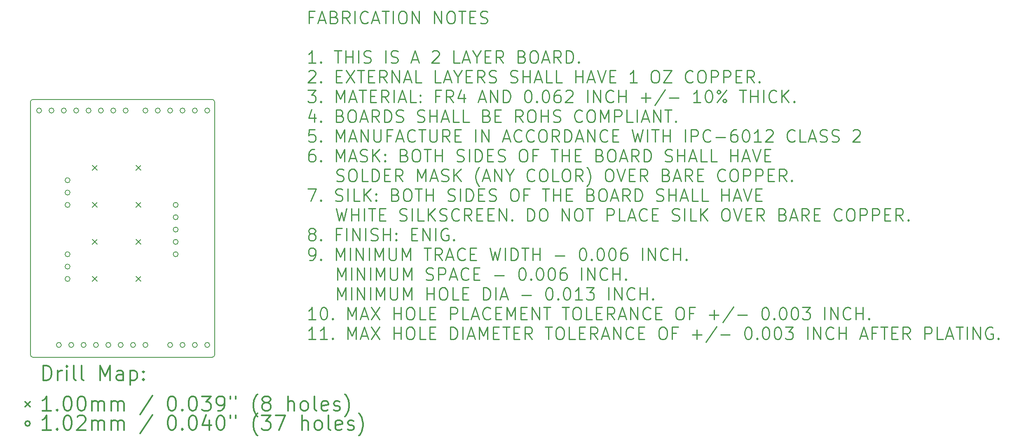
<source format=gbr>
G04 This is an RS-274x file exported by *
G04 gerbv version 2.6.0 *
G04 More information is available about gerbv at *
G04 http://gerbv.gpleda.org/ *
G04 --End of header info--*
%MOIN*%
%FSLAX34Y34*%
%IPPOS*%
G04 --Define apertures--*
%ADD10C,0.0050*%
%ADD11C,0.0060*%
%ADD12C,0.0059*%
%ADD13C,0.0079*%
%ADD14C,0.0118*%
%ADD15C,0.0138*%
%ADD16C,0.0100*%
G04 --Start main section--*
G54D11*
G01X0008900Y-039600D02*
G75*
G03X0009100Y-039800I0000200J0000000D01*
G01X0023600Y-039800D02*
G75*
G03X0023800Y-039600I0000000J0000200D01*
G01X0023800Y-019100D02*
G75*
G03X0023600Y-018900I-000200J0000000D01*
G01X0009100Y-018900D02*
G75*
G03X0008900Y-019100I0000000J-000200D01*
G54D12*
G01X0023600Y-039800D02*
G01X0009100Y-039800D01*
G01X0023800Y-019100D02*
G01X0023800Y-039600D01*
G01X0008900Y-019100D02*
G01X0008900Y-039600D01*
G01X0023600Y-018900D02*
G01X0009100Y-018900D01*
G54D13*
G01X0013910Y-024253D02*
G01X0014304Y-024647D01*
G01X0014304Y-024253D02*
G01X0013910Y-024647D01*
G01X0013910Y-027253D02*
G01X0014304Y-027647D01*
G01X0014304Y-027253D02*
G01X0013910Y-027647D01*
G01X0013910Y-030253D02*
G01X0014304Y-030647D01*
G01X0014304Y-030253D02*
G01X0013910Y-030647D01*
G01X0013910Y-033253D02*
G01X0014304Y-033647D01*
G01X0014304Y-033253D02*
G01X0013910Y-033647D01*
G01X0017453Y-024253D02*
G01X0017847Y-024647D01*
G01X0017847Y-024253D02*
G01X0017453Y-024647D01*
G01X0017453Y-027253D02*
G01X0017847Y-027647D01*
G01X0017847Y-027253D02*
G01X0017453Y-027647D01*
G01X0017453Y-030253D02*
G01X0017847Y-030647D01*
G01X0017847Y-030253D02*
G01X0017453Y-030647D01*
G01X0017453Y-033253D02*
G01X0017847Y-033647D01*
G01X0017847Y-033253D02*
G01X0017453Y-033647D01*
G01X0009800Y-019800D02*
G75*
G03X0009800Y-019800I-000200J0000000D01*
G01X0010800Y-019800D02*
G75*
G03X0010800Y-019800I-000200J0000000D01*
G01X0011400Y-038800D02*
G75*
G03X0011400Y-038800I-000200J0000000D01*
G01X0011800Y-019800D02*
G75*
G03X0011800Y-019800I-000200J0000000D01*
G01X0012100Y-025450D02*
G75*
G03X0012100Y-025450I-000200J0000000D01*
G01X0012100Y-026450D02*
G75*
G03X0012100Y-026450I-000200J0000000D01*
G01X0012100Y-027450D02*
G75*
G03X0012100Y-027450I-000200J0000000D01*
G01X0012100Y-031450D02*
G75*
G03X0012100Y-031450I-000200J0000000D01*
G01X0012100Y-032450D02*
G75*
G03X0012100Y-032450I-000200J0000000D01*
G01X0012100Y-033450D02*
G75*
G03X0012100Y-033450I-000200J0000000D01*
G01X0012400Y-038800D02*
G75*
G03X0012400Y-038800I-000200J0000000D01*
G01X0012800Y-019800D02*
G75*
G03X0012800Y-019800I-000200J0000000D01*
G01X0013400Y-038800D02*
G75*
G03X0013400Y-038800I-000200J0000000D01*
G01X0013800Y-019800D02*
G75*
G03X0013800Y-019800I-000200J0000000D01*
G01X0014400Y-038800D02*
G75*
G03X0014400Y-038800I-000200J0000000D01*
G01X0014800Y-019800D02*
G75*
G03X0014800Y-019800I-000200J0000000D01*
G01X0015400Y-038800D02*
G75*
G03X0015400Y-038800I-000200J0000000D01*
G01X0015800Y-019800D02*
G75*
G03X0015800Y-019800I-000200J0000000D01*
G01X0016400Y-038800D02*
G75*
G03X0016400Y-038800I-000200J0000000D01*
G01X0016800Y-019800D02*
G75*
G03X0016800Y-019800I-000200J0000000D01*
G01X0017400Y-038800D02*
G75*
G03X0017400Y-038800I-000200J0000000D01*
G01X0018400Y-019800D02*
G75*
G03X0018400Y-019800I-000200J0000000D01*
G01X0018400Y-038800D02*
G75*
G03X0018400Y-038800I-000200J0000000D01*
G01X0019400Y-019800D02*
G75*
G03X0019400Y-019800I-000200J0000000D01*
G01X0020400Y-019800D02*
G75*
G03X0020400Y-019800I-000200J0000000D01*
G01X0020400Y-038800D02*
G75*
G03X0020400Y-038800I-000200J0000000D01*
G01X0020850Y-027450D02*
G75*
G03X0020850Y-027450I-000200J0000000D01*
G01X0020850Y-028450D02*
G75*
G03X0020850Y-028450I-000200J0000000D01*
G01X0020850Y-029450D02*
G75*
G03X0020850Y-029450I-000200J0000000D01*
G01X0020850Y-030450D02*
G75*
G03X0020850Y-030450I-000200J0000000D01*
G01X0020850Y-031450D02*
G75*
G03X0020850Y-031450I-000200J0000000D01*
G01X0021400Y-019800D02*
G75*
G03X0021400Y-019800I-000200J0000000D01*
G01X0021400Y-038800D02*
G75*
G03X0021400Y-038800I-000200J0000000D01*
G01X0022400Y-019800D02*
G75*
G03X0022400Y-019800I-000200J0000000D01*
G01X0022400Y-038800D02*
G75*
G03X0022400Y-038800I-000200J0000000D01*
G01X0023400Y-019800D02*
G75*
G03X0023400Y-019800I-000200J0000000D01*
G01X0023400Y-038800D02*
G75*
G03X0023400Y-038800I-000200J0000000D01*
G54D14*
G01X0009939Y-041664D02*
G01X0009939Y-040482D01*
G01X0009939Y-040482D02*
G01X0010220Y-040482D01*
G01X0010220Y-040482D02*
G01X0010389Y-040539D01*
G01X0010389Y-040539D02*
G01X0010501Y-040651D01*
G01X0010501Y-040651D02*
G01X0010557Y-040764D01*
G01X0010557Y-040764D02*
G01X0010614Y-040989D01*
G01X0010614Y-040989D02*
G01X0010614Y-041157D01*
G01X0010614Y-041157D02*
G01X0010557Y-041382D01*
G01X0010557Y-041382D02*
G01X0010501Y-041495D01*
G01X0010501Y-041495D02*
G01X0010389Y-041607D01*
G01X0010389Y-041607D02*
G01X0010220Y-041664D01*
G01X0010220Y-041664D02*
G01X0009939Y-041664D01*
G01X0011120Y-041664D02*
G01X0011120Y-040876D01*
G01X0011120Y-041101D02*
G01X0011176Y-040989D01*
G01X0011176Y-040989D02*
G01X0011232Y-040932D01*
G01X0011232Y-040932D02*
G01X0011345Y-040876D01*
G01X0011345Y-040876D02*
G01X0011457Y-040876D01*
G01X0011851Y-041664D02*
G01X0011851Y-040876D01*
G01X0011851Y-040482D02*
G01X0011795Y-040539D01*
G01X0011795Y-040539D02*
G01X0011851Y-040595D01*
G01X0011851Y-040595D02*
G01X0011907Y-040539D01*
G01X0011907Y-040539D02*
G01X0011851Y-040482D01*
G01X0011851Y-040482D02*
G01X0011851Y-040595D01*
G01X0012582Y-041664D02*
G01X0012470Y-041607D01*
G01X0012470Y-041607D02*
G01X0012413Y-041495D01*
G01X0012413Y-041495D02*
G01X0012413Y-040482D01*
G01X0013201Y-041664D02*
G01X0013088Y-041607D01*
G01X0013088Y-041607D02*
G01X0013032Y-041495D01*
G01X0013032Y-041495D02*
G01X0013032Y-040482D01*
G01X0014551Y-041664D02*
G01X0014551Y-040482D01*
G01X0014551Y-040482D02*
G01X0014944Y-041326D01*
G01X0014944Y-041326D02*
G01X0015338Y-040482D01*
G01X0015338Y-040482D02*
G01X0015338Y-041664D01*
G01X0016407Y-041664D02*
G01X0016407Y-041045D01*
G01X0016407Y-041045D02*
G01X0016350Y-040932D01*
G01X0016350Y-040932D02*
G01X0016238Y-040876D01*
G01X0016238Y-040876D02*
G01X0016013Y-040876D01*
G01X0016013Y-040876D02*
G01X0015900Y-040932D01*
G01X0016407Y-041607D02*
G01X0016294Y-041664D01*
G01X0016294Y-041664D02*
G01X0016013Y-041664D01*
G01X0016013Y-041664D02*
G01X0015900Y-041607D01*
G01X0015900Y-041607D02*
G01X0015844Y-041495D01*
G01X0015844Y-041495D02*
G01X0015844Y-041382D01*
G01X0015844Y-041382D02*
G01X0015900Y-041270D01*
G01X0015900Y-041270D02*
G01X0016013Y-041214D01*
G01X0016013Y-041214D02*
G01X0016294Y-041214D01*
G01X0016294Y-041214D02*
G01X0016407Y-041157D01*
G01X0016969Y-040876D02*
G01X0016969Y-042057D01*
G01X0016969Y-040932D02*
G01X0017081Y-040876D01*
G01X0017081Y-040876D02*
G01X0017306Y-040876D01*
G01X0017306Y-040876D02*
G01X0017419Y-040932D01*
G01X0017419Y-040932D02*
G01X0017475Y-040989D01*
G01X0017475Y-040989D02*
G01X0017531Y-041101D01*
G01X0017531Y-041101D02*
G01X0017531Y-041439D01*
G01X0017531Y-041439D02*
G01X0017475Y-041551D01*
G01X0017475Y-041551D02*
G01X0017419Y-041607D01*
G01X0017419Y-041607D02*
G01X0017306Y-041664D01*
G01X0017306Y-041664D02*
G01X0017081Y-041664D01*
G01X0017081Y-041664D02*
G01X0016969Y-041607D01*
G01X0018038Y-041551D02*
G01X0018094Y-041607D01*
G01X0018094Y-041607D02*
G01X0018038Y-041664D01*
G01X0018038Y-041664D02*
G01X0017981Y-041607D01*
G01X0017981Y-041607D02*
G01X0018038Y-041551D01*
G01X0018038Y-041551D02*
G01X0018038Y-041664D01*
G01X0018038Y-040932D02*
G01X0018094Y-040989D01*
G01X0018094Y-040989D02*
G01X0018038Y-041045D01*
G01X0018038Y-041045D02*
G01X0017981Y-040989D01*
G01X0017981Y-040989D02*
G01X0018038Y-040932D01*
G01X0018038Y-040932D02*
G01X0018038Y-041045D01*
G01X0008476Y-043413D02*
G01X0008870Y-043807D01*
G01X0008870Y-043413D02*
G01X0008476Y-043807D01*
G01X0010557Y-044144D02*
G01X0009882Y-044144D01*
G01X0010220Y-044144D02*
G01X0010220Y-042963D01*
G01X0010220Y-042963D02*
G01X0010107Y-043131D01*
G01X0010107Y-043131D02*
G01X0009995Y-043244D01*
G01X0009995Y-043244D02*
G01X0009882Y-043300D01*
G01X0011063Y-044031D02*
G01X0011120Y-044088D01*
G01X0011120Y-044088D02*
G01X0011063Y-044144D01*
G01X0011063Y-044144D02*
G01X0011007Y-044088D01*
G01X0011007Y-044088D02*
G01X0011063Y-044031D01*
G01X0011063Y-044031D02*
G01X0011063Y-044144D01*
G01X0011851Y-042963D02*
G01X0011963Y-042963D01*
G01X0011963Y-042963D02*
G01X0012076Y-043019D01*
G01X0012076Y-043019D02*
G01X0012132Y-043075D01*
G01X0012132Y-043075D02*
G01X0012188Y-043188D01*
G01X0012188Y-043188D02*
G01X0012245Y-043413D01*
G01X0012245Y-043413D02*
G01X0012245Y-043694D01*
G01X0012245Y-043694D02*
G01X0012188Y-043919D01*
G01X0012188Y-043919D02*
G01X0012132Y-044031D01*
G01X0012132Y-044031D02*
G01X0012076Y-044088D01*
G01X0012076Y-044088D02*
G01X0011963Y-044144D01*
G01X0011963Y-044144D02*
G01X0011851Y-044144D01*
G01X0011851Y-044144D02*
G01X0011738Y-044088D01*
G01X0011738Y-044088D02*
G01X0011682Y-044031D01*
G01X0011682Y-044031D02*
G01X0011626Y-043919D01*
G01X0011626Y-043919D02*
G01X0011570Y-043694D01*
G01X0011570Y-043694D02*
G01X0011570Y-043413D01*
G01X0011570Y-043413D02*
G01X0011626Y-043188D01*
G01X0011626Y-043188D02*
G01X0011682Y-043075D01*
G01X0011682Y-043075D02*
G01X0011738Y-043019D01*
G01X0011738Y-043019D02*
G01X0011851Y-042963D01*
G01X0012976Y-042963D02*
G01X0013088Y-042963D01*
G01X0013088Y-042963D02*
G01X0013201Y-043019D01*
G01X0013201Y-043019D02*
G01X0013257Y-043075D01*
G01X0013257Y-043075D02*
G01X0013313Y-043188D01*
G01X0013313Y-043188D02*
G01X0013369Y-043413D01*
G01X0013369Y-043413D02*
G01X0013369Y-043694D01*
G01X0013369Y-043694D02*
G01X0013313Y-043919D01*
G01X0013313Y-043919D02*
G01X0013257Y-044031D01*
G01X0013257Y-044031D02*
G01X0013201Y-044088D01*
G01X0013201Y-044088D02*
G01X0013088Y-044144D01*
G01X0013088Y-044144D02*
G01X0012976Y-044144D01*
G01X0012976Y-044144D02*
G01X0012863Y-044088D01*
G01X0012863Y-044088D02*
G01X0012807Y-044031D01*
G01X0012807Y-044031D02*
G01X0012751Y-043919D01*
G01X0012751Y-043919D02*
G01X0012695Y-043694D01*
G01X0012695Y-043694D02*
G01X0012695Y-043413D01*
G01X0012695Y-043413D02*
G01X0012751Y-043188D01*
G01X0012751Y-043188D02*
G01X0012807Y-043075D01*
G01X0012807Y-043075D02*
G01X0012863Y-043019D01*
G01X0012863Y-043019D02*
G01X0012976Y-042963D01*
G01X0013876Y-044144D02*
G01X0013876Y-043356D01*
G01X0013876Y-043469D02*
G01X0013932Y-043413D01*
G01X0013932Y-043413D02*
G01X0014044Y-043356D01*
G01X0014044Y-043356D02*
G01X0014213Y-043356D01*
G01X0014213Y-043356D02*
G01X0014326Y-043413D01*
G01X0014326Y-043413D02*
G01X0014382Y-043525D01*
G01X0014382Y-043525D02*
G01X0014382Y-044144D01*
G01X0014382Y-043525D02*
G01X0014438Y-043413D01*
G01X0014438Y-043413D02*
G01X0014551Y-043356D01*
G01X0014551Y-043356D02*
G01X0014719Y-043356D01*
G01X0014719Y-043356D02*
G01X0014832Y-043413D01*
G01X0014832Y-043413D02*
G01X0014888Y-043525D01*
G01X0014888Y-043525D02*
G01X0014888Y-044144D01*
G01X0015450Y-044144D02*
G01X0015450Y-043356D01*
G01X0015450Y-043469D02*
G01X0015507Y-043413D01*
G01X0015507Y-043413D02*
G01X0015619Y-043356D01*
G01X0015619Y-043356D02*
G01X0015788Y-043356D01*
G01X0015788Y-043356D02*
G01X0015900Y-043413D01*
G01X0015900Y-043413D02*
G01X0015957Y-043525D01*
G01X0015957Y-043525D02*
G01X0015957Y-044144D01*
G01X0015957Y-043525D02*
G01X0016013Y-043413D01*
G01X0016013Y-043413D02*
G01X0016125Y-043356D01*
G01X0016125Y-043356D02*
G01X0016294Y-043356D01*
G01X0016294Y-043356D02*
G01X0016407Y-043413D01*
G01X0016407Y-043413D02*
G01X0016463Y-043525D01*
G01X0016463Y-043525D02*
G01X0016463Y-044144D01*
G01X0018769Y-042906D02*
G01X0017756Y-044425D01*
G01X0020287Y-042963D02*
G01X0020400Y-042963D01*
G01X0020400Y-042963D02*
G01X0020512Y-043019D01*
G01X0020512Y-043019D02*
G01X0020569Y-043075D01*
G01X0020569Y-043075D02*
G01X0020625Y-043188D01*
G01X0020625Y-043188D02*
G01X0020681Y-043413D01*
G01X0020681Y-043413D02*
G01X0020681Y-043694D01*
G01X0020681Y-043694D02*
G01X0020625Y-043919D01*
G01X0020625Y-043919D02*
G01X0020569Y-044031D01*
G01X0020569Y-044031D02*
G01X0020512Y-044088D01*
G01X0020512Y-044088D02*
G01X0020400Y-044144D01*
G01X0020400Y-044144D02*
G01X0020287Y-044144D01*
G01X0020287Y-044144D02*
G01X0020175Y-044088D01*
G01X0020175Y-044088D02*
G01X0020119Y-044031D01*
G01X0020119Y-044031D02*
G01X0020062Y-043919D01*
G01X0020062Y-043919D02*
G01X0020006Y-043694D01*
G01X0020006Y-043694D02*
G01X0020006Y-043413D01*
G01X0020006Y-043413D02*
G01X0020062Y-043188D01*
G01X0020062Y-043188D02*
G01X0020119Y-043075D01*
G01X0020119Y-043075D02*
G01X0020175Y-043019D01*
G01X0020175Y-043019D02*
G01X0020287Y-042963D01*
G01X0021187Y-044031D02*
G01X0021243Y-044088D01*
G01X0021243Y-044088D02*
G01X0021187Y-044144D01*
G01X0021187Y-044144D02*
G01X0021131Y-044088D01*
G01X0021131Y-044088D02*
G01X0021187Y-044031D01*
G01X0021187Y-044031D02*
G01X0021187Y-044144D01*
G01X0021975Y-042963D02*
G01X0022087Y-042963D01*
G01X0022087Y-042963D02*
G01X0022200Y-043019D01*
G01X0022200Y-043019D02*
G01X0022256Y-043075D01*
G01X0022256Y-043075D02*
G01X0022312Y-043188D01*
G01X0022312Y-043188D02*
G01X0022368Y-043413D01*
G01X0022368Y-043413D02*
G01X0022368Y-043694D01*
G01X0022368Y-043694D02*
G01X0022312Y-043919D01*
G01X0022312Y-043919D02*
G01X0022256Y-044031D01*
G01X0022256Y-044031D02*
G01X0022200Y-044088D01*
G01X0022200Y-044088D02*
G01X0022087Y-044144D01*
G01X0022087Y-044144D02*
G01X0021975Y-044144D01*
G01X0021975Y-044144D02*
G01X0021862Y-044088D01*
G01X0021862Y-044088D02*
G01X0021806Y-044031D01*
G01X0021806Y-044031D02*
G01X0021750Y-043919D01*
G01X0021750Y-043919D02*
G01X0021693Y-043694D01*
G01X0021693Y-043694D02*
G01X0021693Y-043413D01*
G01X0021693Y-043413D02*
G01X0021750Y-043188D01*
G01X0021750Y-043188D02*
G01X0021806Y-043075D01*
G01X0021806Y-043075D02*
G01X0021862Y-043019D01*
G01X0021862Y-043019D02*
G01X0021975Y-042963D01*
G01X0022762Y-042963D02*
G01X0023493Y-042963D01*
G01X0023493Y-042963D02*
G01X0023099Y-043413D01*
G01X0023099Y-043413D02*
G01X0023268Y-043413D01*
G01X0023268Y-043413D02*
G01X0023381Y-043469D01*
G01X0023381Y-043469D02*
G01X0023437Y-043525D01*
G01X0023437Y-043525D02*
G01X0023493Y-043638D01*
G01X0023493Y-043638D02*
G01X0023493Y-043919D01*
G01X0023493Y-043919D02*
G01X0023437Y-044031D01*
G01X0023437Y-044031D02*
G01X0023381Y-044088D01*
G01X0023381Y-044088D02*
G01X0023268Y-044144D01*
G01X0023268Y-044144D02*
G01X0022931Y-044144D01*
G01X0022931Y-044144D02*
G01X0022818Y-044088D01*
G01X0022818Y-044088D02*
G01X0022762Y-044031D01*
G01X0024056Y-044144D02*
G01X0024281Y-044144D01*
G01X0024281Y-044144D02*
G01X0024393Y-044088D01*
G01X0024393Y-044088D02*
G01X0024449Y-044031D01*
G01X0024449Y-044031D02*
G01X0024562Y-043863D01*
G01X0024562Y-043863D02*
G01X0024618Y-043638D01*
G01X0024618Y-043638D02*
G01X0024618Y-043188D01*
G01X0024618Y-043188D02*
G01X0024562Y-043075D01*
G01X0024562Y-043075D02*
G01X0024506Y-043019D01*
G01X0024506Y-043019D02*
G01X0024393Y-042963D01*
G01X0024393Y-042963D02*
G01X0024168Y-042963D01*
G01X0024168Y-042963D02*
G01X0024056Y-043019D01*
G01X0024056Y-043019D02*
G01X0023999Y-043075D01*
G01X0023999Y-043075D02*
G01X0023943Y-043188D01*
G01X0023943Y-043188D02*
G01X0023943Y-043469D01*
G01X0023943Y-043469D02*
G01X0023999Y-043581D01*
G01X0023999Y-043581D02*
G01X0024056Y-043638D01*
G01X0024056Y-043638D02*
G01X0024168Y-043694D01*
G01X0024168Y-043694D02*
G01X0024393Y-043694D01*
G01X0024393Y-043694D02*
G01X0024506Y-043638D01*
G01X0024506Y-043638D02*
G01X0024562Y-043581D01*
G01X0024562Y-043581D02*
G01X0024618Y-043469D01*
G01X0025068Y-042963D02*
G01X0025068Y-043188D01*
G01X0025518Y-042963D02*
G01X0025518Y-043188D01*
G01X0027261Y-044594D02*
G01X0027205Y-044538D01*
G01X0027205Y-044538D02*
G01X0027093Y-044369D01*
G01X0027093Y-044369D02*
G01X0027036Y-044256D01*
G01X0027036Y-044256D02*
G01X0026980Y-044088D01*
G01X0026980Y-044088D02*
G01X0026924Y-043806D01*
G01X0026924Y-043806D02*
G01X0026924Y-043581D01*
G01X0026924Y-043581D02*
G01X0026980Y-043300D01*
G01X0026980Y-043300D02*
G01X0027036Y-043131D01*
G01X0027036Y-043131D02*
G01X0027093Y-043019D01*
G01X0027093Y-043019D02*
G01X0027205Y-042850D01*
G01X0027205Y-042850D02*
G01X0027261Y-042794D01*
G01X0027880Y-043469D02*
G01X0027768Y-043413D01*
G01X0027768Y-043413D02*
G01X0027711Y-043356D01*
G01X0027711Y-043356D02*
G01X0027655Y-043244D01*
G01X0027655Y-043244D02*
G01X0027655Y-043188D01*
G01X0027655Y-043188D02*
G01X0027711Y-043075D01*
G01X0027711Y-043075D02*
G01X0027768Y-043019D01*
G01X0027768Y-043019D02*
G01X0027880Y-042963D01*
G01X0027880Y-042963D02*
G01X0028105Y-042963D01*
G01X0028105Y-042963D02*
G01X0028218Y-043019D01*
G01X0028218Y-043019D02*
G01X0028274Y-043075D01*
G01X0028274Y-043075D02*
G01X0028330Y-043188D01*
G01X0028330Y-043188D02*
G01X0028330Y-043244D01*
G01X0028330Y-043244D02*
G01X0028274Y-043356D01*
G01X0028274Y-043356D02*
G01X0028218Y-043413D01*
G01X0028218Y-043413D02*
G01X0028105Y-043469D01*
G01X0028105Y-043469D02*
G01X0027880Y-043469D01*
G01X0027880Y-043469D02*
G01X0027768Y-043525D01*
G01X0027768Y-043525D02*
G01X0027711Y-043581D01*
G01X0027711Y-043581D02*
G01X0027655Y-043694D01*
G01X0027655Y-043694D02*
G01X0027655Y-043919D01*
G01X0027655Y-043919D02*
G01X0027711Y-044031D01*
G01X0027711Y-044031D02*
G01X0027768Y-044088D01*
G01X0027768Y-044088D02*
G01X0027880Y-044144D01*
G01X0027880Y-044144D02*
G01X0028105Y-044144D01*
G01X0028105Y-044144D02*
G01X0028218Y-044088D01*
G01X0028218Y-044088D02*
G01X0028274Y-044031D01*
G01X0028274Y-044031D02*
G01X0028330Y-043919D01*
G01X0028330Y-043919D02*
G01X0028330Y-043694D01*
G01X0028330Y-043694D02*
G01X0028274Y-043581D01*
G01X0028274Y-043581D02*
G01X0028218Y-043525D01*
G01X0028218Y-043525D02*
G01X0028105Y-043469D01*
G01X0029736Y-044144D02*
G01X0029736Y-042963D01*
G01X0030242Y-044144D02*
G01X0030242Y-043525D01*
G01X0030242Y-043525D02*
G01X0030186Y-043413D01*
G01X0030186Y-043413D02*
G01X0030074Y-043356D01*
G01X0030074Y-043356D02*
G01X0029905Y-043356D01*
G01X0029905Y-043356D02*
G01X0029792Y-043413D01*
G01X0029792Y-043413D02*
G01X0029736Y-043469D01*
G01X0030973Y-044144D02*
G01X0030861Y-044088D01*
G01X0030861Y-044088D02*
G01X0030805Y-044031D01*
G01X0030805Y-044031D02*
G01X0030749Y-043919D01*
G01X0030749Y-043919D02*
G01X0030749Y-043581D01*
G01X0030749Y-043581D02*
G01X0030805Y-043469D01*
G01X0030805Y-043469D02*
G01X0030861Y-043413D01*
G01X0030861Y-043413D02*
G01X0030973Y-043356D01*
G01X0030973Y-043356D02*
G01X0031142Y-043356D01*
G01X0031142Y-043356D02*
G01X0031255Y-043413D01*
G01X0031255Y-043413D02*
G01X0031311Y-043469D01*
G01X0031311Y-043469D02*
G01X0031367Y-043581D01*
G01X0031367Y-043581D02*
G01X0031367Y-043919D01*
G01X0031367Y-043919D02*
G01X0031311Y-044031D01*
G01X0031311Y-044031D02*
G01X0031255Y-044088D01*
G01X0031255Y-044088D02*
G01X0031142Y-044144D01*
G01X0031142Y-044144D02*
G01X0030973Y-044144D01*
G01X0032042Y-044144D02*
G01X0031930Y-044088D01*
G01X0031930Y-044088D02*
G01X0031873Y-043975D01*
G01X0031873Y-043975D02*
G01X0031873Y-042963D01*
G01X0032942Y-044088D02*
G01X0032830Y-044144D01*
G01X0032830Y-044144D02*
G01X0032605Y-044144D01*
G01X0032605Y-044144D02*
G01X0032492Y-044088D01*
G01X0032492Y-044088D02*
G01X0032436Y-043975D01*
G01X0032436Y-043975D02*
G01X0032436Y-043525D01*
G01X0032436Y-043525D02*
G01X0032492Y-043413D01*
G01X0032492Y-043413D02*
G01X0032605Y-043356D01*
G01X0032605Y-043356D02*
G01X0032830Y-043356D01*
G01X0032830Y-043356D02*
G01X0032942Y-043413D01*
G01X0032942Y-043413D02*
G01X0032998Y-043525D01*
G01X0032998Y-043525D02*
G01X0032998Y-043638D01*
G01X0032998Y-043638D02*
G01X0032436Y-043750D01*
G01X0033448Y-044088D02*
G01X0033561Y-044144D01*
G01X0033561Y-044144D02*
G01X0033786Y-044144D01*
G01X0033786Y-044144D02*
G01X0033898Y-044088D01*
G01X0033898Y-044088D02*
G01X0033954Y-043975D01*
G01X0033954Y-043975D02*
G01X0033954Y-043919D01*
G01X0033954Y-043919D02*
G01X0033898Y-043806D01*
G01X0033898Y-043806D02*
G01X0033786Y-043750D01*
G01X0033786Y-043750D02*
G01X0033617Y-043750D01*
G01X0033617Y-043750D02*
G01X0033504Y-043694D01*
G01X0033504Y-043694D02*
G01X0033448Y-043581D01*
G01X0033448Y-043581D02*
G01X0033448Y-043525D01*
G01X0033448Y-043525D02*
G01X0033504Y-043413D01*
G01X0033504Y-043413D02*
G01X0033617Y-043356D01*
G01X0033617Y-043356D02*
G01X0033786Y-043356D01*
G01X0033786Y-043356D02*
G01X0033898Y-043413D01*
G01X0034348Y-044594D02*
G01X0034404Y-044538D01*
G01X0034404Y-044538D02*
G01X0034517Y-044369D01*
G01X0034517Y-044369D02*
G01X0034573Y-044256D01*
G01X0034573Y-044256D02*
G01X0034629Y-044088D01*
G01X0034629Y-044088D02*
G01X0034686Y-043806D01*
G01X0034686Y-043806D02*
G01X0034686Y-043581D01*
G01X0034686Y-043581D02*
G01X0034629Y-043300D01*
G01X0034629Y-043300D02*
G01X0034573Y-043131D01*
G01X0034573Y-043131D02*
G01X0034517Y-043019D01*
G01X0034517Y-043019D02*
G01X0034404Y-042850D01*
G01X0034404Y-042850D02*
G01X0034348Y-042794D01*
G01X0008870Y-045169D02*
G75*
G03X0008870Y-045169I-000200J0000000D01*
G01X0010557Y-045703D02*
G01X0009882Y-045703D01*
G01X0010220Y-045703D02*
G01X0010220Y-044522D01*
G01X0010220Y-044522D02*
G01X0010107Y-044691D01*
G01X0010107Y-044691D02*
G01X0009995Y-044803D01*
G01X0009995Y-044803D02*
G01X0009882Y-044859D01*
G01X0011063Y-045590D02*
G01X0011120Y-045647D01*
G01X0011120Y-045647D02*
G01X0011063Y-045703D01*
G01X0011063Y-045703D02*
G01X0011007Y-045647D01*
G01X0011007Y-045647D02*
G01X0011063Y-045590D01*
G01X0011063Y-045590D02*
G01X0011063Y-045703D01*
G01X0011851Y-044522D02*
G01X0011963Y-044522D01*
G01X0011963Y-044522D02*
G01X0012076Y-044578D01*
G01X0012076Y-044578D02*
G01X0012132Y-044634D01*
G01X0012132Y-044634D02*
G01X0012188Y-044747D01*
G01X0012188Y-044747D02*
G01X0012245Y-044972D01*
G01X0012245Y-044972D02*
G01X0012245Y-045253D01*
G01X0012245Y-045253D02*
G01X0012188Y-045478D01*
G01X0012188Y-045478D02*
G01X0012132Y-045590D01*
G01X0012132Y-045590D02*
G01X0012076Y-045647D01*
G01X0012076Y-045647D02*
G01X0011963Y-045703D01*
G01X0011963Y-045703D02*
G01X0011851Y-045703D01*
G01X0011851Y-045703D02*
G01X0011738Y-045647D01*
G01X0011738Y-045647D02*
G01X0011682Y-045590D01*
G01X0011682Y-045590D02*
G01X0011626Y-045478D01*
G01X0011626Y-045478D02*
G01X0011570Y-045253D01*
G01X0011570Y-045253D02*
G01X0011570Y-044972D01*
G01X0011570Y-044972D02*
G01X0011626Y-044747D01*
G01X0011626Y-044747D02*
G01X0011682Y-044634D01*
G01X0011682Y-044634D02*
G01X0011738Y-044578D01*
G01X0011738Y-044578D02*
G01X0011851Y-044522D01*
G01X0012695Y-044634D02*
G01X0012751Y-044578D01*
G01X0012751Y-044578D02*
G01X0012863Y-044522D01*
G01X0012863Y-044522D02*
G01X0013144Y-044522D01*
G01X0013144Y-044522D02*
G01X0013257Y-044578D01*
G01X0013257Y-044578D02*
G01X0013313Y-044634D01*
G01X0013313Y-044634D02*
G01X0013369Y-044747D01*
G01X0013369Y-044747D02*
G01X0013369Y-044859D01*
G01X0013369Y-044859D02*
G01X0013313Y-045028D01*
G01X0013313Y-045028D02*
G01X0012638Y-045703D01*
G01X0012638Y-045703D02*
G01X0013369Y-045703D01*
G01X0013876Y-045703D02*
G01X0013876Y-044915D01*
G01X0013876Y-045028D02*
G01X0013932Y-044972D01*
G01X0013932Y-044972D02*
G01X0014044Y-044915D01*
G01X0014044Y-044915D02*
G01X0014213Y-044915D01*
G01X0014213Y-044915D02*
G01X0014326Y-044972D01*
G01X0014326Y-044972D02*
G01X0014382Y-045084D01*
G01X0014382Y-045084D02*
G01X0014382Y-045703D01*
G01X0014382Y-045084D02*
G01X0014438Y-044972D01*
G01X0014438Y-044972D02*
G01X0014551Y-044915D01*
G01X0014551Y-044915D02*
G01X0014719Y-044915D01*
G01X0014719Y-044915D02*
G01X0014832Y-044972D01*
G01X0014832Y-044972D02*
G01X0014888Y-045084D01*
G01X0014888Y-045084D02*
G01X0014888Y-045703D01*
G01X0015450Y-045703D02*
G01X0015450Y-044915D01*
G01X0015450Y-045028D02*
G01X0015507Y-044972D01*
G01X0015507Y-044972D02*
G01X0015619Y-044915D01*
G01X0015619Y-044915D02*
G01X0015788Y-044915D01*
G01X0015788Y-044915D02*
G01X0015900Y-044972D01*
G01X0015900Y-044972D02*
G01X0015957Y-045084D01*
G01X0015957Y-045084D02*
G01X0015957Y-045703D01*
G01X0015957Y-045084D02*
G01X0016013Y-044972D01*
G01X0016013Y-044972D02*
G01X0016125Y-044915D01*
G01X0016125Y-044915D02*
G01X0016294Y-044915D01*
G01X0016294Y-044915D02*
G01X0016407Y-044972D01*
G01X0016407Y-044972D02*
G01X0016463Y-045084D01*
G01X0016463Y-045084D02*
G01X0016463Y-045703D01*
G01X0018769Y-044466D02*
G01X0017756Y-045984D01*
G01X0020287Y-044522D02*
G01X0020400Y-044522D01*
G01X0020400Y-044522D02*
G01X0020512Y-044578D01*
G01X0020512Y-044578D02*
G01X0020569Y-044634D01*
G01X0020569Y-044634D02*
G01X0020625Y-044747D01*
G01X0020625Y-044747D02*
G01X0020681Y-044972D01*
G01X0020681Y-044972D02*
G01X0020681Y-045253D01*
G01X0020681Y-045253D02*
G01X0020625Y-045478D01*
G01X0020625Y-045478D02*
G01X0020569Y-045590D01*
G01X0020569Y-045590D02*
G01X0020512Y-045647D01*
G01X0020512Y-045647D02*
G01X0020400Y-045703D01*
G01X0020400Y-045703D02*
G01X0020287Y-045703D01*
G01X0020287Y-045703D02*
G01X0020175Y-045647D01*
G01X0020175Y-045647D02*
G01X0020119Y-045590D01*
G01X0020119Y-045590D02*
G01X0020062Y-045478D01*
G01X0020062Y-045478D02*
G01X0020006Y-045253D01*
G01X0020006Y-045253D02*
G01X0020006Y-044972D01*
G01X0020006Y-044972D02*
G01X0020062Y-044747D01*
G01X0020062Y-044747D02*
G01X0020119Y-044634D01*
G01X0020119Y-044634D02*
G01X0020175Y-044578D01*
G01X0020175Y-044578D02*
G01X0020287Y-044522D01*
G01X0021187Y-045590D02*
G01X0021243Y-045647D01*
G01X0021243Y-045647D02*
G01X0021187Y-045703D01*
G01X0021187Y-045703D02*
G01X0021131Y-045647D01*
G01X0021131Y-045647D02*
G01X0021187Y-045590D01*
G01X0021187Y-045590D02*
G01X0021187Y-045703D01*
G01X0021975Y-044522D02*
G01X0022087Y-044522D01*
G01X0022087Y-044522D02*
G01X0022200Y-044578D01*
G01X0022200Y-044578D02*
G01X0022256Y-044634D01*
G01X0022256Y-044634D02*
G01X0022312Y-044747D01*
G01X0022312Y-044747D02*
G01X0022368Y-044972D01*
G01X0022368Y-044972D02*
G01X0022368Y-045253D01*
G01X0022368Y-045253D02*
G01X0022312Y-045478D01*
G01X0022312Y-045478D02*
G01X0022256Y-045590D01*
G01X0022256Y-045590D02*
G01X0022200Y-045647D01*
G01X0022200Y-045647D02*
G01X0022087Y-045703D01*
G01X0022087Y-045703D02*
G01X0021975Y-045703D01*
G01X0021975Y-045703D02*
G01X0021862Y-045647D01*
G01X0021862Y-045647D02*
G01X0021806Y-045590D01*
G01X0021806Y-045590D02*
G01X0021750Y-045478D01*
G01X0021750Y-045478D02*
G01X0021693Y-045253D01*
G01X0021693Y-045253D02*
G01X0021693Y-044972D01*
G01X0021693Y-044972D02*
G01X0021750Y-044747D01*
G01X0021750Y-044747D02*
G01X0021806Y-044634D01*
G01X0021806Y-044634D02*
G01X0021862Y-044578D01*
G01X0021862Y-044578D02*
G01X0021975Y-044522D01*
G01X0023381Y-044915D02*
G01X0023381Y-045703D01*
G01X0023099Y-044466D02*
G01X0022818Y-045309D01*
G01X0022818Y-045309D02*
G01X0023549Y-045309D01*
G01X0024224Y-044522D02*
G01X0024337Y-044522D01*
G01X0024337Y-044522D02*
G01X0024449Y-044578D01*
G01X0024449Y-044578D02*
G01X0024506Y-044634D01*
G01X0024506Y-044634D02*
G01X0024562Y-044747D01*
G01X0024562Y-044747D02*
G01X0024618Y-044972D01*
G01X0024618Y-044972D02*
G01X0024618Y-045253D01*
G01X0024618Y-045253D02*
G01X0024562Y-045478D01*
G01X0024562Y-045478D02*
G01X0024506Y-045590D01*
G01X0024506Y-045590D02*
G01X0024449Y-045647D01*
G01X0024449Y-045647D02*
G01X0024337Y-045703D01*
G01X0024337Y-045703D02*
G01X0024224Y-045703D01*
G01X0024224Y-045703D02*
G01X0024112Y-045647D01*
G01X0024112Y-045647D02*
G01X0024056Y-045590D01*
G01X0024056Y-045590D02*
G01X0023999Y-045478D01*
G01X0023999Y-045478D02*
G01X0023943Y-045253D01*
G01X0023943Y-045253D02*
G01X0023943Y-044972D01*
G01X0023943Y-044972D02*
G01X0023999Y-044747D01*
G01X0023999Y-044747D02*
G01X0024056Y-044634D01*
G01X0024056Y-044634D02*
G01X0024112Y-044578D01*
G01X0024112Y-044578D02*
G01X0024224Y-044522D01*
G01X0025068Y-044522D02*
G01X0025068Y-044747D01*
G01X0025518Y-044522D02*
G01X0025518Y-044747D01*
G01X0027261Y-046153D02*
G01X0027205Y-046097D01*
G01X0027205Y-046097D02*
G01X0027093Y-045928D01*
G01X0027093Y-045928D02*
G01X0027036Y-045815D01*
G01X0027036Y-045815D02*
G01X0026980Y-045647D01*
G01X0026980Y-045647D02*
G01X0026924Y-045365D01*
G01X0026924Y-045365D02*
G01X0026924Y-045140D01*
G01X0026924Y-045140D02*
G01X0026980Y-044859D01*
G01X0026980Y-044859D02*
G01X0027036Y-044691D01*
G01X0027036Y-044691D02*
G01X0027093Y-044578D01*
G01X0027093Y-044578D02*
G01X0027205Y-044409D01*
G01X0027205Y-044409D02*
G01X0027261Y-044353D01*
G01X0027599Y-044522D02*
G01X0028330Y-044522D01*
G01X0028330Y-044522D02*
G01X0027936Y-044972D01*
G01X0027936Y-044972D02*
G01X0028105Y-044972D01*
G01X0028105Y-044972D02*
G01X0028218Y-045028D01*
G01X0028218Y-045028D02*
G01X0028274Y-045084D01*
G01X0028274Y-045084D02*
G01X0028330Y-045197D01*
G01X0028330Y-045197D02*
G01X0028330Y-045478D01*
G01X0028330Y-045478D02*
G01X0028274Y-045590D01*
G01X0028274Y-045590D02*
G01X0028218Y-045647D01*
G01X0028218Y-045647D02*
G01X0028105Y-045703D01*
G01X0028105Y-045703D02*
G01X0027768Y-045703D01*
G01X0027768Y-045703D02*
G01X0027655Y-045647D01*
G01X0027655Y-045647D02*
G01X0027599Y-045590D01*
G01X0028724Y-044522D02*
G01X0029511Y-044522D01*
G01X0029511Y-044522D02*
G01X0029005Y-045703D01*
G01X0030861Y-045703D02*
G01X0030861Y-044522D01*
G01X0031367Y-045703D02*
G01X0031367Y-045084D01*
G01X0031367Y-045084D02*
G01X0031311Y-044972D01*
G01X0031311Y-044972D02*
G01X0031198Y-044915D01*
G01X0031198Y-044915D02*
G01X0031030Y-044915D01*
G01X0031030Y-044915D02*
G01X0030917Y-044972D01*
G01X0030917Y-044972D02*
G01X0030861Y-045028D01*
G01X0032098Y-045703D02*
G01X0031986Y-045647D01*
G01X0031986Y-045647D02*
G01X0031930Y-045590D01*
G01X0031930Y-045590D02*
G01X0031873Y-045478D01*
G01X0031873Y-045478D02*
G01X0031873Y-045140D01*
G01X0031873Y-045140D02*
G01X0031930Y-045028D01*
G01X0031930Y-045028D02*
G01X0031986Y-044972D01*
G01X0031986Y-044972D02*
G01X0032098Y-044915D01*
G01X0032098Y-044915D02*
G01X0032267Y-044915D01*
G01X0032267Y-044915D02*
G01X0032380Y-044972D01*
G01X0032380Y-044972D02*
G01X0032436Y-045028D01*
G01X0032436Y-045028D02*
G01X0032492Y-045140D01*
G01X0032492Y-045140D02*
G01X0032492Y-045478D01*
G01X0032492Y-045478D02*
G01X0032436Y-045590D01*
G01X0032436Y-045590D02*
G01X0032380Y-045647D01*
G01X0032380Y-045647D02*
G01X0032267Y-045703D01*
G01X0032267Y-045703D02*
G01X0032098Y-045703D01*
G01X0033167Y-045703D02*
G01X0033054Y-045647D01*
G01X0033054Y-045647D02*
G01X0032998Y-045534D01*
G01X0032998Y-045534D02*
G01X0032998Y-044522D01*
G01X0034067Y-045647D02*
G01X0033954Y-045703D01*
G01X0033954Y-045703D02*
G01X0033729Y-045703D01*
G01X0033729Y-045703D02*
G01X0033617Y-045647D01*
G01X0033617Y-045647D02*
G01X0033561Y-045534D01*
G01X0033561Y-045534D02*
G01X0033561Y-045084D01*
G01X0033561Y-045084D02*
G01X0033617Y-044972D01*
G01X0033617Y-044972D02*
G01X0033729Y-044915D01*
G01X0033729Y-044915D02*
G01X0033954Y-044915D01*
G01X0033954Y-044915D02*
G01X0034067Y-044972D01*
G01X0034067Y-044972D02*
G01X0034123Y-045084D01*
G01X0034123Y-045084D02*
G01X0034123Y-045197D01*
G01X0034123Y-045197D02*
G01X0033561Y-045309D01*
G01X0034573Y-045647D02*
G01X0034686Y-045703D01*
G01X0034686Y-045703D02*
G01X0034910Y-045703D01*
G01X0034910Y-045703D02*
G01X0035023Y-045647D01*
G01X0035023Y-045647D02*
G01X0035079Y-045534D01*
G01X0035079Y-045534D02*
G01X0035079Y-045478D01*
G01X0035079Y-045478D02*
G01X0035023Y-045365D01*
G01X0035023Y-045365D02*
G01X0034910Y-045309D01*
G01X0034910Y-045309D02*
G01X0034742Y-045309D01*
G01X0034742Y-045309D02*
G01X0034629Y-045253D01*
G01X0034629Y-045253D02*
G01X0034573Y-045140D01*
G01X0034573Y-045140D02*
G01X0034573Y-045084D01*
G01X0034573Y-045084D02*
G01X0034629Y-044972D01*
G01X0034629Y-044972D02*
G01X0034742Y-044915D01*
G01X0034742Y-044915D02*
G01X0034910Y-044915D01*
G01X0034910Y-044915D02*
G01X0035023Y-044972D01*
G01X0035473Y-046153D02*
G01X0035529Y-046097D01*
G01X0035529Y-046097D02*
G01X0035642Y-045928D01*
G01X0035642Y-045928D02*
G01X0035698Y-045815D01*
G01X0035698Y-045815D02*
G01X0035754Y-045647D01*
G01X0035754Y-045647D02*
G01X0035810Y-045365D01*
G01X0035810Y-045365D02*
G01X0035810Y-045140D01*
G01X0035810Y-045140D02*
G01X0035754Y-044859D01*
G01X0035754Y-044859D02*
G01X0035698Y-044691D01*
G01X0035698Y-044691D02*
G01X0035642Y-044578D01*
G01X0035642Y-044578D02*
G01X0035529Y-044409D01*
G01X0035529Y-044409D02*
G01X0035473Y-044353D01*
G01X0000000Y0000000D02*
G54D11*
G01X0008900Y-039600D02*
G75*
G03X0009100Y-039800I0000200J0000000D01*
G01X0023600Y-039800D02*
G75*
G03X0023800Y-039600I0000000J0000200D01*
G01X0023800Y-019100D02*
G75*
G03X0023600Y-018900I-000200J0000000D01*
G01X0009100Y-018900D02*
G75*
G03X0008900Y-019100I0000000J-000200D01*
G54D12*
G01X0023600Y-039800D02*
G01X0009100Y-039800D01*
G01X0023800Y-019100D02*
G01X0023800Y-039600D01*
G01X0008900Y-019100D02*
G01X0008900Y-039600D01*
G01X0023600Y-018900D02*
G01X0009100Y-018900D01*
G01X0000000Y0000000D02*
G54D16*
G01X0031771Y-012229D02*
G01X0031438Y-012229D01*
G01X0031438Y-012752D02*
G01X0031438Y-011752D01*
G01X0031438Y-011752D02*
G01X0031914Y-011752D01*
G01X0032248Y-012467D02*
G01X0032724Y-012467D01*
G01X0032152Y-012752D02*
G01X0032486Y-011752D01*
G01X0032486Y-011752D02*
G01X0032819Y-012752D01*
G01X0033486Y-012229D02*
G01X0033629Y-012276D01*
G01X0033629Y-012276D02*
G01X0033676Y-012324D01*
G01X0033676Y-012324D02*
G01X0033724Y-012419D01*
G01X0033724Y-012419D02*
G01X0033724Y-012562D01*
G01X0033724Y-012562D02*
G01X0033676Y-012657D01*
G01X0033676Y-012657D02*
G01X0033629Y-012705D01*
G01X0033629Y-012705D02*
G01X0033533Y-012752D01*
G01X0033533Y-012752D02*
G01X0033152Y-012752D01*
G01X0033152Y-012752D02*
G01X0033152Y-011752D01*
G01X0033152Y-011752D02*
G01X0033486Y-011752D01*
G01X0033486Y-011752D02*
G01X0033581Y-011800D01*
G01X0033581Y-011800D02*
G01X0033629Y-011848D01*
G01X0033629Y-011848D02*
G01X0033676Y-011943D01*
G01X0033676Y-011943D02*
G01X0033676Y-012038D01*
G01X0033676Y-012038D02*
G01X0033629Y-012133D01*
G01X0033629Y-012133D02*
G01X0033581Y-012181D01*
G01X0033581Y-012181D02*
G01X0033486Y-012229D01*
G01X0033486Y-012229D02*
G01X0033152Y-012229D01*
G01X0034724Y-012752D02*
G01X0034390Y-012276D01*
G01X0034152Y-012752D02*
G01X0034152Y-011752D01*
G01X0034152Y-011752D02*
G01X0034533Y-011752D01*
G01X0034533Y-011752D02*
G01X0034629Y-011800D01*
G01X0034629Y-011800D02*
G01X0034676Y-011848D01*
G01X0034676Y-011848D02*
G01X0034724Y-011943D01*
G01X0034724Y-011943D02*
G01X0034724Y-012086D01*
G01X0034724Y-012086D02*
G01X0034676Y-012181D01*
G01X0034676Y-012181D02*
G01X0034629Y-012229D01*
G01X0034629Y-012229D02*
G01X0034533Y-012276D01*
G01X0034533Y-012276D02*
G01X0034152Y-012276D01*
G01X0035152Y-012752D02*
G01X0035152Y-011752D01*
G01X0036200Y-012657D02*
G01X0036152Y-012705D01*
G01X0036152Y-012705D02*
G01X0036010Y-012752D01*
G01X0036010Y-012752D02*
G01X0035914Y-012752D01*
G01X0035914Y-012752D02*
G01X0035771Y-012705D01*
G01X0035771Y-012705D02*
G01X0035676Y-012610D01*
G01X0035676Y-012610D02*
G01X0035629Y-012514D01*
G01X0035629Y-012514D02*
G01X0035581Y-012324D01*
G01X0035581Y-012324D02*
G01X0035581Y-012181D01*
G01X0035581Y-012181D02*
G01X0035629Y-011990D01*
G01X0035629Y-011990D02*
G01X0035676Y-011895D01*
G01X0035676Y-011895D02*
G01X0035771Y-011800D01*
G01X0035771Y-011800D02*
G01X0035914Y-011752D01*
G01X0035914Y-011752D02*
G01X0036010Y-011752D01*
G01X0036010Y-011752D02*
G01X0036152Y-011800D01*
G01X0036152Y-011800D02*
G01X0036200Y-011848D01*
G01X0036581Y-012467D02*
G01X0037057Y-012467D01*
G01X0036486Y-012752D02*
G01X0036819Y-011752D01*
G01X0036819Y-011752D02*
G01X0037152Y-012752D01*
G01X0037343Y-011752D02*
G01X0037914Y-011752D01*
G01X0037629Y-012752D02*
G01X0037629Y-011752D01*
G01X0038248Y-012752D02*
G01X0038248Y-011752D01*
G01X0038914Y-011752D02*
G01X0039105Y-011752D01*
G01X0039105Y-011752D02*
G01X0039200Y-011800D01*
G01X0039200Y-011800D02*
G01X0039295Y-011895D01*
G01X0039295Y-011895D02*
G01X0039343Y-012086D01*
G01X0039343Y-012086D02*
G01X0039343Y-012419D01*
G01X0039343Y-012419D02*
G01X0039295Y-012610D01*
G01X0039295Y-012610D02*
G01X0039200Y-012705D01*
G01X0039200Y-012705D02*
G01X0039105Y-012752D01*
G01X0039105Y-012752D02*
G01X0038914Y-012752D01*
G01X0038914Y-012752D02*
G01X0038819Y-012705D01*
G01X0038819Y-012705D02*
G01X0038724Y-012610D01*
G01X0038724Y-012610D02*
G01X0038676Y-012419D01*
G01X0038676Y-012419D02*
G01X0038676Y-012086D01*
G01X0038676Y-012086D02*
G01X0038724Y-011895D01*
G01X0038724Y-011895D02*
G01X0038819Y-011800D01*
G01X0038819Y-011800D02*
G01X0038914Y-011752D01*
G01X0039771Y-012752D02*
G01X0039771Y-011752D01*
G01X0039771Y-011752D02*
G01X0040343Y-012752D01*
G01X0040343Y-012752D02*
G01X0040343Y-011752D01*
G01X0041581Y-012752D02*
G01X0041581Y-011752D01*
G01X0041581Y-011752D02*
G01X0042152Y-012752D01*
G01X0042152Y-012752D02*
G01X0042152Y-011752D01*
G01X0042819Y-011752D02*
G01X0043010Y-011752D01*
G01X0043010Y-011752D02*
G01X0043105Y-011800D01*
G01X0043105Y-011800D02*
G01X0043200Y-011895D01*
G01X0043200Y-011895D02*
G01X0043248Y-012086D01*
G01X0043248Y-012086D02*
G01X0043248Y-012419D01*
G01X0043248Y-012419D02*
G01X0043200Y-012610D01*
G01X0043200Y-012610D02*
G01X0043105Y-012705D01*
G01X0043105Y-012705D02*
G01X0043010Y-012752D01*
G01X0043010Y-012752D02*
G01X0042819Y-012752D01*
G01X0042819Y-012752D02*
G01X0042724Y-012705D01*
G01X0042724Y-012705D02*
G01X0042629Y-012610D01*
G01X0042629Y-012610D02*
G01X0042581Y-012419D01*
G01X0042581Y-012419D02*
G01X0042581Y-012086D01*
G01X0042581Y-012086D02*
G01X0042629Y-011895D01*
G01X0042629Y-011895D02*
G01X0042724Y-011800D01*
G01X0042724Y-011800D02*
G01X0042819Y-011752D01*
G01X0043533Y-011752D02*
G01X0044105Y-011752D01*
G01X0043819Y-012752D02*
G01X0043819Y-011752D01*
G01X0044438Y-012229D02*
G01X0044771Y-012229D01*
G01X0044914Y-012752D02*
G01X0044438Y-012752D01*
G01X0044438Y-012752D02*
G01X0044438Y-011752D01*
G01X0044438Y-011752D02*
G01X0044914Y-011752D01*
G01X0045295Y-012705D02*
G01X0045438Y-012752D01*
G01X0045438Y-012752D02*
G01X0045676Y-012752D01*
G01X0045676Y-012752D02*
G01X0045771Y-012705D01*
G01X0045771Y-012705D02*
G01X0045819Y-012657D01*
G01X0045819Y-012657D02*
G01X0045867Y-012562D01*
G01X0045867Y-012562D02*
G01X0045867Y-012467D01*
G01X0045867Y-012467D02*
G01X0045819Y-012371D01*
G01X0045819Y-012371D02*
G01X0045771Y-012324D01*
G01X0045771Y-012324D02*
G01X0045676Y-012276D01*
G01X0045676Y-012276D02*
G01X0045486Y-012229D01*
G01X0045486Y-012229D02*
G01X0045390Y-012181D01*
G01X0045390Y-012181D02*
G01X0045343Y-012133D01*
G01X0045343Y-012133D02*
G01X0045295Y-012038D01*
G01X0045295Y-012038D02*
G01X0045295Y-011943D01*
G01X0045295Y-011943D02*
G01X0045343Y-011848D01*
G01X0045343Y-011848D02*
G01X0045390Y-011800D01*
G01X0045390Y-011800D02*
G01X0045486Y-011752D01*
G01X0045486Y-011752D02*
G01X0045724Y-011752D01*
G01X0045724Y-011752D02*
G01X0045867Y-011800D01*
G01X0031962Y-015952D02*
G01X0031390Y-015952D01*
G01X0031676Y-015952D02*
G01X0031676Y-014952D01*
G01X0031676Y-014952D02*
G01X0031581Y-015095D01*
G01X0031581Y-015095D02*
G01X0031486Y-015190D01*
G01X0031486Y-015190D02*
G01X0031390Y-015238D01*
G01X0032390Y-015857D02*
G01X0032438Y-015905D01*
G01X0032438Y-015905D02*
G01X0032390Y-015952D01*
G01X0032390Y-015952D02*
G01X0032343Y-015905D01*
G01X0032343Y-015905D02*
G01X0032390Y-015857D01*
G01X0032390Y-015857D02*
G01X0032390Y-015952D01*
G01X0033486Y-014952D02*
G01X0034057Y-014952D01*
G01X0033771Y-015952D02*
G01X0033771Y-014952D01*
G01X0034390Y-015952D02*
G01X0034390Y-014952D01*
G01X0034390Y-015429D02*
G01X0034962Y-015429D01*
G01X0034962Y-015952D02*
G01X0034962Y-014952D01*
G01X0035438Y-015952D02*
G01X0035438Y-014952D01*
G01X0035867Y-015905D02*
G01X0036010Y-015952D01*
G01X0036010Y-015952D02*
G01X0036248Y-015952D01*
G01X0036248Y-015952D02*
G01X0036343Y-015905D01*
G01X0036343Y-015905D02*
G01X0036390Y-015857D01*
G01X0036390Y-015857D02*
G01X0036438Y-015762D01*
G01X0036438Y-015762D02*
G01X0036438Y-015667D01*
G01X0036438Y-015667D02*
G01X0036390Y-015571D01*
G01X0036390Y-015571D02*
G01X0036343Y-015524D01*
G01X0036343Y-015524D02*
G01X0036248Y-015476D01*
G01X0036248Y-015476D02*
G01X0036057Y-015429D01*
G01X0036057Y-015429D02*
G01X0035962Y-015381D01*
G01X0035962Y-015381D02*
G01X0035914Y-015333D01*
G01X0035914Y-015333D02*
G01X0035867Y-015238D01*
G01X0035867Y-015238D02*
G01X0035867Y-015143D01*
G01X0035867Y-015143D02*
G01X0035914Y-015048D01*
G01X0035914Y-015048D02*
G01X0035962Y-015000D01*
G01X0035962Y-015000D02*
G01X0036057Y-014952D01*
G01X0036057Y-014952D02*
G01X0036295Y-014952D01*
G01X0036295Y-014952D02*
G01X0036438Y-015000D01*
G01X0037629Y-015952D02*
G01X0037629Y-014952D01*
G01X0038057Y-015905D02*
G01X0038200Y-015952D01*
G01X0038200Y-015952D02*
G01X0038438Y-015952D01*
G01X0038438Y-015952D02*
G01X0038533Y-015905D01*
G01X0038533Y-015905D02*
G01X0038581Y-015857D01*
G01X0038581Y-015857D02*
G01X0038629Y-015762D01*
G01X0038629Y-015762D02*
G01X0038629Y-015667D01*
G01X0038629Y-015667D02*
G01X0038581Y-015571D01*
G01X0038581Y-015571D02*
G01X0038533Y-015524D01*
G01X0038533Y-015524D02*
G01X0038438Y-015476D01*
G01X0038438Y-015476D02*
G01X0038248Y-015429D01*
G01X0038248Y-015429D02*
G01X0038152Y-015381D01*
G01X0038152Y-015381D02*
G01X0038105Y-015333D01*
G01X0038105Y-015333D02*
G01X0038057Y-015238D01*
G01X0038057Y-015238D02*
G01X0038057Y-015143D01*
G01X0038057Y-015143D02*
G01X0038105Y-015048D01*
G01X0038105Y-015048D02*
G01X0038152Y-015000D01*
G01X0038152Y-015000D02*
G01X0038248Y-014952D01*
G01X0038248Y-014952D02*
G01X0038486Y-014952D01*
G01X0038486Y-014952D02*
G01X0038629Y-015000D01*
G01X0039771Y-015667D02*
G01X0040248Y-015667D01*
G01X0039676Y-015952D02*
G01X0040010Y-014952D01*
G01X0040010Y-014952D02*
G01X0040343Y-015952D01*
G01X0041390Y-015048D02*
G01X0041438Y-015000D01*
G01X0041438Y-015000D02*
G01X0041533Y-014952D01*
G01X0041533Y-014952D02*
G01X0041771Y-014952D01*
G01X0041771Y-014952D02*
G01X0041867Y-015000D01*
G01X0041867Y-015000D02*
G01X0041914Y-015048D01*
G01X0041914Y-015048D02*
G01X0041962Y-015143D01*
G01X0041962Y-015143D02*
G01X0041962Y-015238D01*
G01X0041962Y-015238D02*
G01X0041914Y-015381D01*
G01X0041914Y-015381D02*
G01X0041343Y-015952D01*
G01X0041343Y-015952D02*
G01X0041962Y-015952D01*
G01X0043629Y-015952D02*
G01X0043152Y-015952D01*
G01X0043152Y-015952D02*
G01X0043152Y-014952D01*
G01X0043914Y-015667D02*
G01X0044390Y-015667D01*
G01X0043819Y-015952D02*
G01X0044152Y-014952D01*
G01X0044152Y-014952D02*
G01X0044486Y-015952D01*
G01X0045010Y-015476D02*
G01X0045010Y-015952D01*
G01X0044676Y-014952D02*
G01X0045010Y-015476D01*
G01X0045010Y-015476D02*
G01X0045343Y-014952D01*
G01X0045676Y-015429D02*
G01X0046010Y-015429D01*
G01X0046152Y-015952D02*
G01X0045676Y-015952D01*
G01X0045676Y-015952D02*
G01X0045676Y-014952D01*
G01X0045676Y-014952D02*
G01X0046152Y-014952D01*
G01X0047152Y-015952D02*
G01X0046819Y-015476D01*
G01X0046581Y-015952D02*
G01X0046581Y-014952D01*
G01X0046581Y-014952D02*
G01X0046962Y-014952D01*
G01X0046962Y-014952D02*
G01X0047057Y-015000D01*
G01X0047057Y-015000D02*
G01X0047105Y-015048D01*
G01X0047105Y-015048D02*
G01X0047152Y-015143D01*
G01X0047152Y-015143D02*
G01X0047152Y-015286D01*
G01X0047152Y-015286D02*
G01X0047105Y-015381D01*
G01X0047105Y-015381D02*
G01X0047057Y-015429D01*
G01X0047057Y-015429D02*
G01X0046962Y-015476D01*
G01X0046962Y-015476D02*
G01X0046581Y-015476D01*
G01X0048676Y-015429D02*
G01X0048819Y-015476D01*
G01X0048819Y-015476D02*
G01X0048867Y-015524D01*
G01X0048867Y-015524D02*
G01X0048914Y-015619D01*
G01X0048914Y-015619D02*
G01X0048914Y-015762D01*
G01X0048914Y-015762D02*
G01X0048867Y-015857D01*
G01X0048867Y-015857D02*
G01X0048819Y-015905D01*
G01X0048819Y-015905D02*
G01X0048724Y-015952D01*
G01X0048724Y-015952D02*
G01X0048343Y-015952D01*
G01X0048343Y-015952D02*
G01X0048343Y-014952D01*
G01X0048343Y-014952D02*
G01X0048676Y-014952D01*
G01X0048676Y-014952D02*
G01X0048771Y-015000D01*
G01X0048771Y-015000D02*
G01X0048819Y-015048D01*
G01X0048819Y-015048D02*
G01X0048867Y-015143D01*
G01X0048867Y-015143D02*
G01X0048867Y-015238D01*
G01X0048867Y-015238D02*
G01X0048819Y-015333D01*
G01X0048819Y-015333D02*
G01X0048771Y-015381D01*
G01X0048771Y-015381D02*
G01X0048676Y-015429D01*
G01X0048676Y-015429D02*
G01X0048343Y-015429D01*
G01X0049533Y-014952D02*
G01X0049724Y-014952D01*
G01X0049724Y-014952D02*
G01X0049819Y-015000D01*
G01X0049819Y-015000D02*
G01X0049914Y-015095D01*
G01X0049914Y-015095D02*
G01X0049962Y-015286D01*
G01X0049962Y-015286D02*
G01X0049962Y-015619D01*
G01X0049962Y-015619D02*
G01X0049914Y-015810D01*
G01X0049914Y-015810D02*
G01X0049819Y-015905D01*
G01X0049819Y-015905D02*
G01X0049724Y-015952D01*
G01X0049724Y-015952D02*
G01X0049533Y-015952D01*
G01X0049533Y-015952D02*
G01X0049438Y-015905D01*
G01X0049438Y-015905D02*
G01X0049343Y-015810D01*
G01X0049343Y-015810D02*
G01X0049295Y-015619D01*
G01X0049295Y-015619D02*
G01X0049295Y-015286D01*
G01X0049295Y-015286D02*
G01X0049343Y-015095D01*
G01X0049343Y-015095D02*
G01X0049438Y-015000D01*
G01X0049438Y-015000D02*
G01X0049533Y-014952D01*
G01X0050343Y-015667D02*
G01X0050819Y-015667D01*
G01X0050248Y-015952D02*
G01X0050581Y-014952D01*
G01X0050581Y-014952D02*
G01X0050914Y-015952D01*
G01X0051819Y-015952D02*
G01X0051486Y-015476D01*
G01X0051248Y-015952D02*
G01X0051248Y-014952D01*
G01X0051248Y-014952D02*
G01X0051629Y-014952D01*
G01X0051629Y-014952D02*
G01X0051724Y-015000D01*
G01X0051724Y-015000D02*
G01X0051771Y-015048D01*
G01X0051771Y-015048D02*
G01X0051819Y-015143D01*
G01X0051819Y-015143D02*
G01X0051819Y-015286D01*
G01X0051819Y-015286D02*
G01X0051771Y-015381D01*
G01X0051771Y-015381D02*
G01X0051724Y-015429D01*
G01X0051724Y-015429D02*
G01X0051629Y-015476D01*
G01X0051629Y-015476D02*
G01X0051248Y-015476D01*
G01X0052248Y-015952D02*
G01X0052248Y-014952D01*
G01X0052248Y-014952D02*
G01X0052486Y-014952D01*
G01X0052486Y-014952D02*
G01X0052629Y-015000D01*
G01X0052629Y-015000D02*
G01X0052724Y-015095D01*
G01X0052724Y-015095D02*
G01X0052771Y-015190D01*
G01X0052771Y-015190D02*
G01X0052819Y-015381D01*
G01X0052819Y-015381D02*
G01X0052819Y-015524D01*
G01X0052819Y-015524D02*
G01X0052771Y-015714D01*
G01X0052771Y-015714D02*
G01X0052724Y-015810D01*
G01X0052724Y-015810D02*
G01X0052629Y-015905D01*
G01X0052629Y-015905D02*
G01X0052486Y-015952D01*
G01X0052486Y-015952D02*
G01X0052248Y-015952D01*
G01X0053248Y-015857D02*
G01X0053295Y-015905D01*
G01X0053295Y-015905D02*
G01X0053248Y-015952D01*
G01X0053248Y-015952D02*
G01X0053200Y-015905D01*
G01X0053200Y-015905D02*
G01X0053248Y-015857D01*
G01X0053248Y-015857D02*
G01X0053248Y-015952D01*
G01X0031390Y-016648D02*
G01X0031438Y-016600D01*
G01X0031438Y-016600D02*
G01X0031533Y-016552D01*
G01X0031533Y-016552D02*
G01X0031771Y-016552D01*
G01X0031771Y-016552D02*
G01X0031867Y-016600D01*
G01X0031867Y-016600D02*
G01X0031914Y-016648D01*
G01X0031914Y-016648D02*
G01X0031962Y-016743D01*
G01X0031962Y-016743D02*
G01X0031962Y-016838D01*
G01X0031962Y-016838D02*
G01X0031914Y-016981D01*
G01X0031914Y-016981D02*
G01X0031343Y-017552D01*
G01X0031343Y-017552D02*
G01X0031962Y-017552D01*
G01X0032390Y-017457D02*
G01X0032438Y-017505D01*
G01X0032438Y-017505D02*
G01X0032390Y-017552D01*
G01X0032390Y-017552D02*
G01X0032343Y-017505D01*
G01X0032343Y-017505D02*
G01X0032390Y-017457D01*
G01X0032390Y-017457D02*
G01X0032390Y-017552D01*
G01X0033629Y-017029D02*
G01X0033962Y-017029D01*
G01X0034105Y-017552D02*
G01X0033629Y-017552D01*
G01X0033629Y-017552D02*
G01X0033629Y-016552D01*
G01X0033629Y-016552D02*
G01X0034105Y-016552D01*
G01X0034438Y-016552D02*
G01X0035105Y-017552D01*
G01X0035105Y-016552D02*
G01X0034438Y-017552D01*
G01X0035343Y-016552D02*
G01X0035914Y-016552D01*
G01X0035629Y-017552D02*
G01X0035629Y-016552D01*
G01X0036248Y-017029D02*
G01X0036581Y-017029D01*
G01X0036724Y-017552D02*
G01X0036248Y-017552D01*
G01X0036248Y-017552D02*
G01X0036248Y-016552D01*
G01X0036248Y-016552D02*
G01X0036724Y-016552D01*
G01X0037724Y-017552D02*
G01X0037390Y-017076D01*
G01X0037152Y-017552D02*
G01X0037152Y-016552D01*
G01X0037152Y-016552D02*
G01X0037533Y-016552D01*
G01X0037533Y-016552D02*
G01X0037629Y-016600D01*
G01X0037629Y-016600D02*
G01X0037676Y-016648D01*
G01X0037676Y-016648D02*
G01X0037724Y-016743D01*
G01X0037724Y-016743D02*
G01X0037724Y-016886D01*
G01X0037724Y-016886D02*
G01X0037676Y-016981D01*
G01X0037676Y-016981D02*
G01X0037629Y-017029D01*
G01X0037629Y-017029D02*
G01X0037533Y-017076D01*
G01X0037533Y-017076D02*
G01X0037152Y-017076D01*
G01X0038152Y-017552D02*
G01X0038152Y-016552D01*
G01X0038152Y-016552D02*
G01X0038724Y-017552D01*
G01X0038724Y-017552D02*
G01X0038724Y-016552D01*
G01X0039152Y-017267D02*
G01X0039629Y-017267D01*
G01X0039057Y-017552D02*
G01X0039390Y-016552D01*
G01X0039390Y-016552D02*
G01X0039724Y-017552D01*
G01X0040533Y-017552D02*
G01X0040057Y-017552D01*
G01X0040057Y-017552D02*
G01X0040057Y-016552D01*
G01X0042105Y-017552D02*
G01X0041629Y-017552D01*
G01X0041629Y-017552D02*
G01X0041629Y-016552D01*
G01X0042390Y-017267D02*
G01X0042867Y-017267D01*
G01X0042295Y-017552D02*
G01X0042629Y-016552D01*
G01X0042629Y-016552D02*
G01X0042962Y-017552D01*
G01X0043486Y-017076D02*
G01X0043486Y-017552D01*
G01X0043152Y-016552D02*
G01X0043486Y-017076D01*
G01X0043486Y-017076D02*
G01X0043819Y-016552D01*
G01X0044152Y-017029D02*
G01X0044486Y-017029D01*
G01X0044629Y-017552D02*
G01X0044152Y-017552D01*
G01X0044152Y-017552D02*
G01X0044152Y-016552D01*
G01X0044152Y-016552D02*
G01X0044629Y-016552D01*
G01X0045629Y-017552D02*
G01X0045295Y-017076D01*
G01X0045057Y-017552D02*
G01X0045057Y-016552D01*
G01X0045057Y-016552D02*
G01X0045438Y-016552D01*
G01X0045438Y-016552D02*
G01X0045533Y-016600D01*
G01X0045533Y-016600D02*
G01X0045581Y-016648D01*
G01X0045581Y-016648D02*
G01X0045629Y-016743D01*
G01X0045629Y-016743D02*
G01X0045629Y-016886D01*
G01X0045629Y-016886D02*
G01X0045581Y-016981D01*
G01X0045581Y-016981D02*
G01X0045533Y-017029D01*
G01X0045533Y-017029D02*
G01X0045438Y-017076D01*
G01X0045438Y-017076D02*
G01X0045057Y-017076D01*
G01X0046010Y-017505D02*
G01X0046152Y-017552D01*
G01X0046152Y-017552D02*
G01X0046390Y-017552D01*
G01X0046390Y-017552D02*
G01X0046486Y-017505D01*
G01X0046486Y-017505D02*
G01X0046533Y-017457D01*
G01X0046533Y-017457D02*
G01X0046581Y-017362D01*
G01X0046581Y-017362D02*
G01X0046581Y-017267D01*
G01X0046581Y-017267D02*
G01X0046533Y-017171D01*
G01X0046533Y-017171D02*
G01X0046486Y-017124D01*
G01X0046486Y-017124D02*
G01X0046390Y-017076D01*
G01X0046390Y-017076D02*
G01X0046200Y-017029D01*
G01X0046200Y-017029D02*
G01X0046105Y-016981D01*
G01X0046105Y-016981D02*
G01X0046057Y-016933D01*
G01X0046057Y-016933D02*
G01X0046010Y-016838D01*
G01X0046010Y-016838D02*
G01X0046010Y-016743D01*
G01X0046010Y-016743D02*
G01X0046057Y-016648D01*
G01X0046057Y-016648D02*
G01X0046105Y-016600D01*
G01X0046105Y-016600D02*
G01X0046200Y-016552D01*
G01X0046200Y-016552D02*
G01X0046438Y-016552D01*
G01X0046438Y-016552D02*
G01X0046581Y-016600D01*
G01X0047724Y-017505D02*
G01X0047867Y-017552D01*
G01X0047867Y-017552D02*
G01X0048105Y-017552D01*
G01X0048105Y-017552D02*
G01X0048200Y-017505D01*
G01X0048200Y-017505D02*
G01X0048248Y-017457D01*
G01X0048248Y-017457D02*
G01X0048295Y-017362D01*
G01X0048295Y-017362D02*
G01X0048295Y-017267D01*
G01X0048295Y-017267D02*
G01X0048248Y-017171D01*
G01X0048248Y-017171D02*
G01X0048200Y-017124D01*
G01X0048200Y-017124D02*
G01X0048105Y-017076D01*
G01X0048105Y-017076D02*
G01X0047914Y-017029D01*
G01X0047914Y-017029D02*
G01X0047819Y-016981D01*
G01X0047819Y-016981D02*
G01X0047771Y-016933D01*
G01X0047771Y-016933D02*
G01X0047724Y-016838D01*
G01X0047724Y-016838D02*
G01X0047724Y-016743D01*
G01X0047724Y-016743D02*
G01X0047771Y-016648D01*
G01X0047771Y-016648D02*
G01X0047819Y-016600D01*
G01X0047819Y-016600D02*
G01X0047914Y-016552D01*
G01X0047914Y-016552D02*
G01X0048152Y-016552D01*
G01X0048152Y-016552D02*
G01X0048295Y-016600D01*
G01X0048724Y-017552D02*
G01X0048724Y-016552D01*
G01X0048724Y-017029D02*
G01X0049295Y-017029D01*
G01X0049295Y-017552D02*
G01X0049295Y-016552D01*
G01X0049724Y-017267D02*
G01X0050200Y-017267D01*
G01X0049629Y-017552D02*
G01X0049962Y-016552D01*
G01X0049962Y-016552D02*
G01X0050295Y-017552D01*
G01X0051105Y-017552D02*
G01X0050629Y-017552D01*
G01X0050629Y-017552D02*
G01X0050629Y-016552D01*
G01X0051914Y-017552D02*
G01X0051438Y-017552D01*
G01X0051438Y-017552D02*
G01X0051438Y-016552D01*
G01X0053010Y-017552D02*
G01X0053010Y-016552D01*
G01X0053010Y-017029D02*
G01X0053581Y-017029D01*
G01X0053581Y-017552D02*
G01X0053581Y-016552D01*
G01X0054010Y-017267D02*
G01X0054486Y-017267D01*
G01X0053914Y-017552D02*
G01X0054248Y-016552D01*
G01X0054248Y-016552D02*
G01X0054581Y-017552D01*
G01X0054771Y-016552D02*
G01X0055105Y-017552D01*
G01X0055105Y-017552D02*
G01X0055438Y-016552D01*
G01X0055771Y-017029D02*
G01X0056105Y-017029D01*
G01X0056248Y-017552D02*
G01X0055771Y-017552D01*
G01X0055771Y-017552D02*
G01X0055771Y-016552D01*
G01X0055771Y-016552D02*
G01X0056248Y-016552D01*
G01X0057962Y-017552D02*
G01X0057390Y-017552D01*
G01X0057676Y-017552D02*
G01X0057676Y-016552D01*
G01X0057676Y-016552D02*
G01X0057581Y-016695D01*
G01X0057581Y-016695D02*
G01X0057486Y-016790D01*
G01X0057486Y-016790D02*
G01X0057390Y-016838D01*
G01X0059343Y-016552D02*
G01X0059533Y-016552D01*
G01X0059533Y-016552D02*
G01X0059629Y-016600D01*
G01X0059629Y-016600D02*
G01X0059724Y-016695D01*
G01X0059724Y-016695D02*
G01X0059771Y-016886D01*
G01X0059771Y-016886D02*
G01X0059771Y-017219D01*
G01X0059771Y-017219D02*
G01X0059724Y-017410D01*
G01X0059724Y-017410D02*
G01X0059629Y-017505D01*
G01X0059629Y-017505D02*
G01X0059533Y-017552D01*
G01X0059533Y-017552D02*
G01X0059343Y-017552D01*
G01X0059343Y-017552D02*
G01X0059248Y-017505D01*
G01X0059248Y-017505D02*
G01X0059152Y-017410D01*
G01X0059152Y-017410D02*
G01X0059105Y-017219D01*
G01X0059105Y-017219D02*
G01X0059105Y-016886D01*
G01X0059105Y-016886D02*
G01X0059152Y-016695D01*
G01X0059152Y-016695D02*
G01X0059248Y-016600D01*
G01X0059248Y-016600D02*
G01X0059343Y-016552D01*
G01X0060105Y-016552D02*
G01X0060771Y-016552D01*
G01X0060771Y-016552D02*
G01X0060105Y-017552D01*
G01X0060105Y-017552D02*
G01X0060771Y-017552D01*
G01X0062486Y-017457D02*
G01X0062438Y-017505D01*
G01X0062438Y-017505D02*
G01X0062295Y-017552D01*
G01X0062295Y-017552D02*
G01X0062200Y-017552D01*
G01X0062200Y-017552D02*
G01X0062057Y-017505D01*
G01X0062057Y-017505D02*
G01X0061962Y-017410D01*
G01X0061962Y-017410D02*
G01X0061914Y-017314D01*
G01X0061914Y-017314D02*
G01X0061867Y-017124D01*
G01X0061867Y-017124D02*
G01X0061867Y-016981D01*
G01X0061867Y-016981D02*
G01X0061914Y-016790D01*
G01X0061914Y-016790D02*
G01X0061962Y-016695D01*
G01X0061962Y-016695D02*
G01X0062057Y-016600D01*
G01X0062057Y-016600D02*
G01X0062200Y-016552D01*
G01X0062200Y-016552D02*
G01X0062295Y-016552D01*
G01X0062295Y-016552D02*
G01X0062438Y-016600D01*
G01X0062438Y-016600D02*
G01X0062486Y-016648D01*
G01X0063105Y-016552D02*
G01X0063295Y-016552D01*
G01X0063295Y-016552D02*
G01X0063390Y-016600D01*
G01X0063390Y-016600D02*
G01X0063486Y-016695D01*
G01X0063486Y-016695D02*
G01X0063533Y-016886D01*
G01X0063533Y-016886D02*
G01X0063533Y-017219D01*
G01X0063533Y-017219D02*
G01X0063486Y-017410D01*
G01X0063486Y-017410D02*
G01X0063390Y-017505D01*
G01X0063390Y-017505D02*
G01X0063295Y-017552D01*
G01X0063295Y-017552D02*
G01X0063105Y-017552D01*
G01X0063105Y-017552D02*
G01X0063010Y-017505D01*
G01X0063010Y-017505D02*
G01X0062914Y-017410D01*
G01X0062914Y-017410D02*
G01X0062867Y-017219D01*
G01X0062867Y-017219D02*
G01X0062867Y-016886D01*
G01X0062867Y-016886D02*
G01X0062914Y-016695D01*
G01X0062914Y-016695D02*
G01X0063010Y-016600D01*
G01X0063010Y-016600D02*
G01X0063105Y-016552D01*
G01X0063962Y-017552D02*
G01X0063962Y-016552D01*
G01X0063962Y-016552D02*
G01X0064343Y-016552D01*
G01X0064343Y-016552D02*
G01X0064438Y-016600D01*
G01X0064438Y-016600D02*
G01X0064486Y-016648D01*
G01X0064486Y-016648D02*
G01X0064533Y-016743D01*
G01X0064533Y-016743D02*
G01X0064533Y-016886D01*
G01X0064533Y-016886D02*
G01X0064486Y-016981D01*
G01X0064486Y-016981D02*
G01X0064438Y-017029D01*
G01X0064438Y-017029D02*
G01X0064343Y-017076D01*
G01X0064343Y-017076D02*
G01X0063962Y-017076D01*
G01X0064962Y-017552D02*
G01X0064962Y-016552D01*
G01X0064962Y-016552D02*
G01X0065343Y-016552D01*
G01X0065343Y-016552D02*
G01X0065438Y-016600D01*
G01X0065438Y-016600D02*
G01X0065486Y-016648D01*
G01X0065486Y-016648D02*
G01X0065533Y-016743D01*
G01X0065533Y-016743D02*
G01X0065533Y-016886D01*
G01X0065533Y-016886D02*
G01X0065486Y-016981D01*
G01X0065486Y-016981D02*
G01X0065438Y-017029D01*
G01X0065438Y-017029D02*
G01X0065343Y-017076D01*
G01X0065343Y-017076D02*
G01X0064962Y-017076D01*
G01X0065962Y-017029D02*
G01X0066295Y-017029D01*
G01X0066438Y-017552D02*
G01X0065962Y-017552D01*
G01X0065962Y-017552D02*
G01X0065962Y-016552D01*
G01X0065962Y-016552D02*
G01X0066438Y-016552D01*
G01X0067438Y-017552D02*
G01X0067105Y-017076D01*
G01X0066867Y-017552D02*
G01X0066867Y-016552D01*
G01X0066867Y-016552D02*
G01X0067248Y-016552D01*
G01X0067248Y-016552D02*
G01X0067343Y-016600D01*
G01X0067343Y-016600D02*
G01X0067390Y-016648D01*
G01X0067390Y-016648D02*
G01X0067438Y-016743D01*
G01X0067438Y-016743D02*
G01X0067438Y-016886D01*
G01X0067438Y-016886D02*
G01X0067390Y-016981D01*
G01X0067390Y-016981D02*
G01X0067343Y-017029D01*
G01X0067343Y-017029D02*
G01X0067248Y-017076D01*
G01X0067248Y-017076D02*
G01X0066867Y-017076D01*
G01X0067867Y-017457D02*
G01X0067914Y-017505D01*
G01X0067914Y-017505D02*
G01X0067867Y-017552D01*
G01X0067867Y-017552D02*
G01X0067819Y-017505D01*
G01X0067819Y-017505D02*
G01X0067867Y-017457D01*
G01X0067867Y-017457D02*
G01X0067867Y-017552D01*
G01X0031343Y-018152D02*
G01X0031962Y-018152D01*
G01X0031962Y-018152D02*
G01X0031629Y-018533D01*
G01X0031629Y-018533D02*
G01X0031771Y-018533D01*
G01X0031771Y-018533D02*
G01X0031867Y-018581D01*
G01X0031867Y-018581D02*
G01X0031914Y-018629D01*
G01X0031914Y-018629D02*
G01X0031962Y-018724D01*
G01X0031962Y-018724D02*
G01X0031962Y-018962D01*
G01X0031962Y-018962D02*
G01X0031914Y-019057D01*
G01X0031914Y-019057D02*
G01X0031867Y-019105D01*
G01X0031867Y-019105D02*
G01X0031771Y-019152D01*
G01X0031771Y-019152D02*
G01X0031486Y-019152D01*
G01X0031486Y-019152D02*
G01X0031390Y-019105D01*
G01X0031390Y-019105D02*
G01X0031343Y-019057D01*
G01X0032390Y-019057D02*
G01X0032438Y-019105D01*
G01X0032438Y-019105D02*
G01X0032390Y-019152D01*
G01X0032390Y-019152D02*
G01X0032343Y-019105D01*
G01X0032343Y-019105D02*
G01X0032390Y-019057D01*
G01X0032390Y-019057D02*
G01X0032390Y-019152D01*
G01X0033629Y-019152D02*
G01X0033629Y-018152D01*
G01X0033629Y-018152D02*
G01X0033962Y-018867D01*
G01X0033962Y-018867D02*
G01X0034295Y-018152D01*
G01X0034295Y-018152D02*
G01X0034295Y-019152D01*
G01X0034724Y-018867D02*
G01X0035200Y-018867D01*
G01X0034629Y-019152D02*
G01X0034962Y-018152D01*
G01X0034962Y-018152D02*
G01X0035295Y-019152D01*
G01X0035486Y-018152D02*
G01X0036057Y-018152D01*
G01X0035771Y-019152D02*
G01X0035771Y-018152D01*
G01X0036390Y-018629D02*
G01X0036724Y-018629D01*
G01X0036867Y-019152D02*
G01X0036390Y-019152D01*
G01X0036390Y-019152D02*
G01X0036390Y-018152D01*
G01X0036390Y-018152D02*
G01X0036867Y-018152D01*
G01X0037867Y-019152D02*
G01X0037533Y-018676D01*
G01X0037295Y-019152D02*
G01X0037295Y-018152D01*
G01X0037295Y-018152D02*
G01X0037676Y-018152D01*
G01X0037676Y-018152D02*
G01X0037771Y-018200D01*
G01X0037771Y-018200D02*
G01X0037819Y-018248D01*
G01X0037819Y-018248D02*
G01X0037867Y-018343D01*
G01X0037867Y-018343D02*
G01X0037867Y-018486D01*
G01X0037867Y-018486D02*
G01X0037819Y-018581D01*
G01X0037819Y-018581D02*
G01X0037771Y-018629D01*
G01X0037771Y-018629D02*
G01X0037676Y-018676D01*
G01X0037676Y-018676D02*
G01X0037295Y-018676D01*
G01X0038295Y-019152D02*
G01X0038295Y-018152D01*
G01X0038724Y-018867D02*
G01X0039200Y-018867D01*
G01X0038629Y-019152D02*
G01X0038962Y-018152D01*
G01X0038962Y-018152D02*
G01X0039295Y-019152D01*
G01X0040105Y-019152D02*
G01X0039629Y-019152D01*
G01X0039629Y-019152D02*
G01X0039629Y-018152D01*
G01X0040438Y-019057D02*
G01X0040486Y-019105D01*
G01X0040486Y-019105D02*
G01X0040438Y-019152D01*
G01X0040438Y-019152D02*
G01X0040390Y-019105D01*
G01X0040390Y-019105D02*
G01X0040438Y-019057D01*
G01X0040438Y-019057D02*
G01X0040438Y-019152D01*
G01X0040438Y-018533D02*
G01X0040486Y-018581D01*
G01X0040486Y-018581D02*
G01X0040438Y-018629D01*
G01X0040438Y-018629D02*
G01X0040390Y-018581D01*
G01X0040390Y-018581D02*
G01X0040438Y-018533D01*
G01X0040438Y-018533D02*
G01X0040438Y-018629D01*
G01X0042010Y-018629D02*
G01X0041676Y-018629D01*
G01X0041676Y-019152D02*
G01X0041676Y-018152D01*
G01X0041676Y-018152D02*
G01X0042152Y-018152D01*
G01X0043105Y-019152D02*
G01X0042771Y-018676D01*
G01X0042533Y-019152D02*
G01X0042533Y-018152D01*
G01X0042533Y-018152D02*
G01X0042914Y-018152D01*
G01X0042914Y-018152D02*
G01X0043010Y-018200D01*
G01X0043010Y-018200D02*
G01X0043057Y-018248D01*
G01X0043057Y-018248D02*
G01X0043105Y-018343D01*
G01X0043105Y-018343D02*
G01X0043105Y-018486D01*
G01X0043105Y-018486D02*
G01X0043057Y-018581D01*
G01X0043057Y-018581D02*
G01X0043010Y-018629D01*
G01X0043010Y-018629D02*
G01X0042914Y-018676D01*
G01X0042914Y-018676D02*
G01X0042533Y-018676D01*
G01X0043962Y-018486D02*
G01X0043962Y-019152D01*
G01X0043724Y-018105D02*
G01X0043486Y-018819D01*
G01X0043486Y-018819D02*
G01X0044105Y-018819D01*
G01X0045200Y-018867D02*
G01X0045676Y-018867D01*
G01X0045105Y-019152D02*
G01X0045438Y-018152D01*
G01X0045438Y-018152D02*
G01X0045771Y-019152D01*
G01X0046105Y-019152D02*
G01X0046105Y-018152D01*
G01X0046105Y-018152D02*
G01X0046676Y-019152D01*
G01X0046676Y-019152D02*
G01X0046676Y-018152D01*
G01X0047152Y-019152D02*
G01X0047152Y-018152D01*
G01X0047152Y-018152D02*
G01X0047390Y-018152D01*
G01X0047390Y-018152D02*
G01X0047533Y-018200D01*
G01X0047533Y-018200D02*
G01X0047629Y-018295D01*
G01X0047629Y-018295D02*
G01X0047676Y-018390D01*
G01X0047676Y-018390D02*
G01X0047724Y-018581D01*
G01X0047724Y-018581D02*
G01X0047724Y-018724D01*
G01X0047724Y-018724D02*
G01X0047676Y-018914D01*
G01X0047676Y-018914D02*
G01X0047629Y-019010D01*
G01X0047629Y-019010D02*
G01X0047533Y-019105D01*
G01X0047533Y-019105D02*
G01X0047390Y-019152D01*
G01X0047390Y-019152D02*
G01X0047152Y-019152D01*
G01X0049105Y-018152D02*
G01X0049200Y-018152D01*
G01X0049200Y-018152D02*
G01X0049295Y-018200D01*
G01X0049295Y-018200D02*
G01X0049343Y-018248D01*
G01X0049343Y-018248D02*
G01X0049390Y-018343D01*
G01X0049390Y-018343D02*
G01X0049438Y-018533D01*
G01X0049438Y-018533D02*
G01X0049438Y-018771D01*
G01X0049438Y-018771D02*
G01X0049390Y-018962D01*
G01X0049390Y-018962D02*
G01X0049343Y-019057D01*
G01X0049343Y-019057D02*
G01X0049295Y-019105D01*
G01X0049295Y-019105D02*
G01X0049200Y-019152D01*
G01X0049200Y-019152D02*
G01X0049105Y-019152D01*
G01X0049105Y-019152D02*
G01X0049010Y-019105D01*
G01X0049010Y-019105D02*
G01X0048962Y-019057D01*
G01X0048962Y-019057D02*
G01X0048914Y-018962D01*
G01X0048914Y-018962D02*
G01X0048867Y-018771D01*
G01X0048867Y-018771D02*
G01X0048867Y-018533D01*
G01X0048867Y-018533D02*
G01X0048914Y-018343D01*
G01X0048914Y-018343D02*
G01X0048962Y-018248D01*
G01X0048962Y-018248D02*
G01X0049010Y-018200D01*
G01X0049010Y-018200D02*
G01X0049105Y-018152D01*
G01X0049867Y-019057D02*
G01X0049914Y-019105D01*
G01X0049914Y-019105D02*
G01X0049867Y-019152D01*
G01X0049867Y-019152D02*
G01X0049819Y-019105D01*
G01X0049819Y-019105D02*
G01X0049867Y-019057D01*
G01X0049867Y-019057D02*
G01X0049867Y-019152D01*
G01X0050533Y-018152D02*
G01X0050629Y-018152D01*
G01X0050629Y-018152D02*
G01X0050724Y-018200D01*
G01X0050724Y-018200D02*
G01X0050771Y-018248D01*
G01X0050771Y-018248D02*
G01X0050819Y-018343D01*
G01X0050819Y-018343D02*
G01X0050867Y-018533D01*
G01X0050867Y-018533D02*
G01X0050867Y-018771D01*
G01X0050867Y-018771D02*
G01X0050819Y-018962D01*
G01X0050819Y-018962D02*
G01X0050771Y-019057D01*
G01X0050771Y-019057D02*
G01X0050724Y-019105D01*
G01X0050724Y-019105D02*
G01X0050629Y-019152D01*
G01X0050629Y-019152D02*
G01X0050533Y-019152D01*
G01X0050533Y-019152D02*
G01X0050438Y-019105D01*
G01X0050438Y-019105D02*
G01X0050390Y-019057D01*
G01X0050390Y-019057D02*
G01X0050343Y-018962D01*
G01X0050343Y-018962D02*
G01X0050295Y-018771D01*
G01X0050295Y-018771D02*
G01X0050295Y-018533D01*
G01X0050295Y-018533D02*
G01X0050343Y-018343D01*
G01X0050343Y-018343D02*
G01X0050390Y-018248D01*
G01X0050390Y-018248D02*
G01X0050438Y-018200D01*
G01X0050438Y-018200D02*
G01X0050533Y-018152D01*
G01X0051724Y-018152D02*
G01X0051533Y-018152D01*
G01X0051533Y-018152D02*
G01X0051438Y-018200D01*
G01X0051438Y-018200D02*
G01X0051390Y-018248D01*
G01X0051390Y-018248D02*
G01X0051295Y-018390D01*
G01X0051295Y-018390D02*
G01X0051248Y-018581D01*
G01X0051248Y-018581D02*
G01X0051248Y-018962D01*
G01X0051248Y-018962D02*
G01X0051295Y-019057D01*
G01X0051295Y-019057D02*
G01X0051343Y-019105D01*
G01X0051343Y-019105D02*
G01X0051438Y-019152D01*
G01X0051438Y-019152D02*
G01X0051629Y-019152D01*
G01X0051629Y-019152D02*
G01X0051724Y-019105D01*
G01X0051724Y-019105D02*
G01X0051771Y-019057D01*
G01X0051771Y-019057D02*
G01X0051819Y-018962D01*
G01X0051819Y-018962D02*
G01X0051819Y-018724D01*
G01X0051819Y-018724D02*
G01X0051771Y-018629D01*
G01X0051771Y-018629D02*
G01X0051724Y-018581D01*
G01X0051724Y-018581D02*
G01X0051629Y-018533D01*
G01X0051629Y-018533D02*
G01X0051438Y-018533D01*
G01X0051438Y-018533D02*
G01X0051343Y-018581D01*
G01X0051343Y-018581D02*
G01X0051295Y-018629D01*
G01X0051295Y-018629D02*
G01X0051248Y-018724D01*
G01X0052200Y-018248D02*
G01X0052248Y-018200D01*
G01X0052248Y-018200D02*
G01X0052343Y-018152D01*
G01X0052343Y-018152D02*
G01X0052581Y-018152D01*
G01X0052581Y-018152D02*
G01X0052676Y-018200D01*
G01X0052676Y-018200D02*
G01X0052724Y-018248D01*
G01X0052724Y-018248D02*
G01X0052771Y-018343D01*
G01X0052771Y-018343D02*
G01X0052771Y-018438D01*
G01X0052771Y-018438D02*
G01X0052724Y-018581D01*
G01X0052724Y-018581D02*
G01X0052152Y-019152D01*
G01X0052152Y-019152D02*
G01X0052771Y-019152D01*
G01X0053962Y-019152D02*
G01X0053962Y-018152D01*
G01X0054438Y-019152D02*
G01X0054438Y-018152D01*
G01X0054438Y-018152D02*
G01X0055010Y-019152D01*
G01X0055010Y-019152D02*
G01X0055010Y-018152D01*
G01X0056057Y-019057D02*
G01X0056010Y-019105D01*
G01X0056010Y-019105D02*
G01X0055867Y-019152D01*
G01X0055867Y-019152D02*
G01X0055771Y-019152D01*
G01X0055771Y-019152D02*
G01X0055629Y-019105D01*
G01X0055629Y-019105D02*
G01X0055533Y-019010D01*
G01X0055533Y-019010D02*
G01X0055486Y-018914D01*
G01X0055486Y-018914D02*
G01X0055438Y-018724D01*
G01X0055438Y-018724D02*
G01X0055438Y-018581D01*
G01X0055438Y-018581D02*
G01X0055486Y-018390D01*
G01X0055486Y-018390D02*
G01X0055533Y-018295D01*
G01X0055533Y-018295D02*
G01X0055629Y-018200D01*
G01X0055629Y-018200D02*
G01X0055771Y-018152D01*
G01X0055771Y-018152D02*
G01X0055867Y-018152D01*
G01X0055867Y-018152D02*
G01X0056010Y-018200D01*
G01X0056010Y-018200D02*
G01X0056057Y-018248D01*
G01X0056486Y-019152D02*
G01X0056486Y-018152D01*
G01X0056486Y-018629D02*
G01X0057057Y-018629D01*
G01X0057057Y-019152D02*
G01X0057057Y-018152D01*
G01X0058295Y-018771D02*
G01X0059057Y-018771D01*
G01X0058676Y-019152D02*
G01X0058676Y-018390D01*
G01X0060248Y-018105D02*
G01X0059390Y-019390D01*
G01X0060581Y-018771D02*
G01X0061343Y-018771D01*
G01X0063105Y-019152D02*
G01X0062533Y-019152D01*
G01X0062819Y-019152D02*
G01X0062819Y-018152D01*
G01X0062819Y-018152D02*
G01X0062724Y-018295D01*
G01X0062724Y-018295D02*
G01X0062629Y-018390D01*
G01X0062629Y-018390D02*
G01X0062533Y-018438D01*
G01X0063724Y-018152D02*
G01X0063819Y-018152D01*
G01X0063819Y-018152D02*
G01X0063914Y-018200D01*
G01X0063914Y-018200D02*
G01X0063962Y-018248D01*
G01X0063962Y-018248D02*
G01X0064010Y-018343D01*
G01X0064010Y-018343D02*
G01X0064057Y-018533D01*
G01X0064057Y-018533D02*
G01X0064057Y-018771D01*
G01X0064057Y-018771D02*
G01X0064010Y-018962D01*
G01X0064010Y-018962D02*
G01X0063962Y-019057D01*
G01X0063962Y-019057D02*
G01X0063914Y-019105D01*
G01X0063914Y-019105D02*
G01X0063819Y-019152D01*
G01X0063819Y-019152D02*
G01X0063724Y-019152D01*
G01X0063724Y-019152D02*
G01X0063629Y-019105D01*
G01X0063629Y-019105D02*
G01X0063581Y-019057D01*
G01X0063581Y-019057D02*
G01X0063533Y-018962D01*
G01X0063533Y-018962D02*
G01X0063486Y-018771D01*
G01X0063486Y-018771D02*
G01X0063486Y-018533D01*
G01X0063486Y-018533D02*
G01X0063533Y-018343D01*
G01X0063533Y-018343D02*
G01X0063581Y-018248D01*
G01X0063581Y-018248D02*
G01X0063629Y-018200D01*
G01X0063629Y-018200D02*
G01X0063724Y-018152D01*
G01X0064438Y-019152D02*
G01X0065200Y-018152D01*
G01X0064581Y-018152D02*
G01X0064676Y-018200D01*
G01X0064676Y-018200D02*
G01X0064724Y-018295D01*
G01X0064724Y-018295D02*
G01X0064676Y-018390D01*
G01X0064676Y-018390D02*
G01X0064581Y-018438D01*
G01X0064581Y-018438D02*
G01X0064486Y-018390D01*
G01X0064486Y-018390D02*
G01X0064438Y-018295D01*
G01X0064438Y-018295D02*
G01X0064486Y-018200D01*
G01X0064486Y-018200D02*
G01X0064581Y-018152D01*
G01X0065152Y-019105D02*
G01X0065200Y-019010D01*
G01X0065200Y-019010D02*
G01X0065152Y-018914D01*
G01X0065152Y-018914D02*
G01X0065057Y-018867D01*
G01X0065057Y-018867D02*
G01X0064962Y-018914D01*
G01X0064962Y-018914D02*
G01X0064914Y-019010D01*
G01X0064914Y-019010D02*
G01X0064962Y-019105D01*
G01X0064962Y-019105D02*
G01X0065057Y-019152D01*
G01X0065057Y-019152D02*
G01X0065152Y-019105D01*
G01X0066248Y-018152D02*
G01X0066819Y-018152D01*
G01X0066533Y-019152D02*
G01X0066533Y-018152D01*
G01X0067152Y-019152D02*
G01X0067152Y-018152D01*
G01X0067152Y-018629D02*
G01X0067724Y-018629D01*
G01X0067724Y-019152D02*
G01X0067724Y-018152D01*
G01X0068200Y-019152D02*
G01X0068200Y-018152D01*
G01X0069248Y-019057D02*
G01X0069200Y-019105D01*
G01X0069200Y-019105D02*
G01X0069057Y-019152D01*
G01X0069057Y-019152D02*
G01X0068962Y-019152D01*
G01X0068962Y-019152D02*
G01X0068819Y-019105D01*
G01X0068819Y-019105D02*
G01X0068724Y-019010D01*
G01X0068724Y-019010D02*
G01X0068676Y-018914D01*
G01X0068676Y-018914D02*
G01X0068629Y-018724D01*
G01X0068629Y-018724D02*
G01X0068629Y-018581D01*
G01X0068629Y-018581D02*
G01X0068676Y-018390D01*
G01X0068676Y-018390D02*
G01X0068724Y-018295D01*
G01X0068724Y-018295D02*
G01X0068819Y-018200D01*
G01X0068819Y-018200D02*
G01X0068962Y-018152D01*
G01X0068962Y-018152D02*
G01X0069057Y-018152D01*
G01X0069057Y-018152D02*
G01X0069200Y-018200D01*
G01X0069200Y-018200D02*
G01X0069248Y-018248D01*
G01X0069676Y-019152D02*
G01X0069676Y-018152D01*
G01X0070248Y-019152D02*
G01X0069819Y-018581D01*
G01X0070248Y-018152D02*
G01X0069676Y-018724D01*
G01X0070676Y-019057D02*
G01X0070724Y-019105D01*
G01X0070724Y-019105D02*
G01X0070676Y-019152D01*
G01X0070676Y-019152D02*
G01X0070629Y-019105D01*
G01X0070629Y-019105D02*
G01X0070676Y-019057D01*
G01X0070676Y-019057D02*
G01X0070676Y-019152D01*
G01X0031867Y-020086D02*
G01X0031867Y-020752D01*
G01X0031629Y-019705D02*
G01X0031390Y-020419D01*
G01X0031390Y-020419D02*
G01X0032010Y-020419D01*
G01X0032390Y-020657D02*
G01X0032438Y-020705D01*
G01X0032438Y-020705D02*
G01X0032390Y-020752D01*
G01X0032390Y-020752D02*
G01X0032343Y-020705D01*
G01X0032343Y-020705D02*
G01X0032390Y-020657D01*
G01X0032390Y-020657D02*
G01X0032390Y-020752D01*
G01X0033962Y-020229D02*
G01X0034105Y-020276D01*
G01X0034105Y-020276D02*
G01X0034152Y-020324D01*
G01X0034152Y-020324D02*
G01X0034200Y-020419D01*
G01X0034200Y-020419D02*
G01X0034200Y-020562D01*
G01X0034200Y-020562D02*
G01X0034152Y-020657D01*
G01X0034152Y-020657D02*
G01X0034105Y-020705D01*
G01X0034105Y-020705D02*
G01X0034010Y-020752D01*
G01X0034010Y-020752D02*
G01X0033629Y-020752D01*
G01X0033629Y-020752D02*
G01X0033629Y-019752D01*
G01X0033629Y-019752D02*
G01X0033962Y-019752D01*
G01X0033962Y-019752D02*
G01X0034057Y-019800D01*
G01X0034057Y-019800D02*
G01X0034105Y-019848D01*
G01X0034105Y-019848D02*
G01X0034152Y-019943D01*
G01X0034152Y-019943D02*
G01X0034152Y-020038D01*
G01X0034152Y-020038D02*
G01X0034105Y-020133D01*
G01X0034105Y-020133D02*
G01X0034057Y-020181D01*
G01X0034057Y-020181D02*
G01X0033962Y-020229D01*
G01X0033962Y-020229D02*
G01X0033629Y-020229D01*
G01X0034819Y-019752D02*
G01X0035010Y-019752D01*
G01X0035010Y-019752D02*
G01X0035105Y-019800D01*
G01X0035105Y-019800D02*
G01X0035200Y-019895D01*
G01X0035200Y-019895D02*
G01X0035248Y-020086D01*
G01X0035248Y-020086D02*
G01X0035248Y-020419D01*
G01X0035248Y-020419D02*
G01X0035200Y-020610D01*
G01X0035200Y-020610D02*
G01X0035105Y-020705D01*
G01X0035105Y-020705D02*
G01X0035010Y-020752D01*
G01X0035010Y-020752D02*
G01X0034819Y-020752D01*
G01X0034819Y-020752D02*
G01X0034724Y-020705D01*
G01X0034724Y-020705D02*
G01X0034629Y-020610D01*
G01X0034629Y-020610D02*
G01X0034581Y-020419D01*
G01X0034581Y-020419D02*
G01X0034581Y-020086D01*
G01X0034581Y-020086D02*
G01X0034629Y-019895D01*
G01X0034629Y-019895D02*
G01X0034724Y-019800D01*
G01X0034724Y-019800D02*
G01X0034819Y-019752D01*
G01X0035629Y-020467D02*
G01X0036105Y-020467D01*
G01X0035533Y-020752D02*
G01X0035867Y-019752D01*
G01X0035867Y-019752D02*
G01X0036200Y-020752D01*
G01X0037105Y-020752D02*
G01X0036771Y-020276D01*
G01X0036533Y-020752D02*
G01X0036533Y-019752D01*
G01X0036533Y-019752D02*
G01X0036914Y-019752D01*
G01X0036914Y-019752D02*
G01X0037010Y-019800D01*
G01X0037010Y-019800D02*
G01X0037057Y-019848D01*
G01X0037057Y-019848D02*
G01X0037105Y-019943D01*
G01X0037105Y-019943D02*
G01X0037105Y-020086D01*
G01X0037105Y-020086D02*
G01X0037057Y-020181D01*
G01X0037057Y-020181D02*
G01X0037010Y-020229D01*
G01X0037010Y-020229D02*
G01X0036914Y-020276D01*
G01X0036914Y-020276D02*
G01X0036533Y-020276D01*
G01X0037533Y-020752D02*
G01X0037533Y-019752D01*
G01X0037533Y-019752D02*
G01X0037771Y-019752D01*
G01X0037771Y-019752D02*
G01X0037914Y-019800D01*
G01X0037914Y-019800D02*
G01X0038010Y-019895D01*
G01X0038010Y-019895D02*
G01X0038057Y-019990D01*
G01X0038057Y-019990D02*
G01X0038105Y-020181D01*
G01X0038105Y-020181D02*
G01X0038105Y-020324D01*
G01X0038105Y-020324D02*
G01X0038057Y-020514D01*
G01X0038057Y-020514D02*
G01X0038010Y-020610D01*
G01X0038010Y-020610D02*
G01X0037914Y-020705D01*
G01X0037914Y-020705D02*
G01X0037771Y-020752D01*
G01X0037771Y-020752D02*
G01X0037533Y-020752D01*
G01X0038486Y-020705D02*
G01X0038629Y-020752D01*
G01X0038629Y-020752D02*
G01X0038867Y-020752D01*
G01X0038867Y-020752D02*
G01X0038962Y-020705D01*
G01X0038962Y-020705D02*
G01X0039010Y-020657D01*
G01X0039010Y-020657D02*
G01X0039057Y-020562D01*
G01X0039057Y-020562D02*
G01X0039057Y-020467D01*
G01X0039057Y-020467D02*
G01X0039010Y-020371D01*
G01X0039010Y-020371D02*
G01X0038962Y-020324D01*
G01X0038962Y-020324D02*
G01X0038867Y-020276D01*
G01X0038867Y-020276D02*
G01X0038676Y-020229D01*
G01X0038676Y-020229D02*
G01X0038581Y-020181D01*
G01X0038581Y-020181D02*
G01X0038533Y-020133D01*
G01X0038533Y-020133D02*
G01X0038486Y-020038D01*
G01X0038486Y-020038D02*
G01X0038486Y-019943D01*
G01X0038486Y-019943D02*
G01X0038533Y-019848D01*
G01X0038533Y-019848D02*
G01X0038581Y-019800D01*
G01X0038581Y-019800D02*
G01X0038676Y-019752D01*
G01X0038676Y-019752D02*
G01X0038914Y-019752D01*
G01X0038914Y-019752D02*
G01X0039057Y-019800D01*
G01X0040200Y-020705D02*
G01X0040343Y-020752D01*
G01X0040343Y-020752D02*
G01X0040581Y-020752D01*
G01X0040581Y-020752D02*
G01X0040676Y-020705D01*
G01X0040676Y-020705D02*
G01X0040724Y-020657D01*
G01X0040724Y-020657D02*
G01X0040771Y-020562D01*
G01X0040771Y-020562D02*
G01X0040771Y-020467D01*
G01X0040771Y-020467D02*
G01X0040724Y-020371D01*
G01X0040724Y-020371D02*
G01X0040676Y-020324D01*
G01X0040676Y-020324D02*
G01X0040581Y-020276D01*
G01X0040581Y-020276D02*
G01X0040390Y-020229D01*
G01X0040390Y-020229D02*
G01X0040295Y-020181D01*
G01X0040295Y-020181D02*
G01X0040248Y-020133D01*
G01X0040248Y-020133D02*
G01X0040200Y-020038D01*
G01X0040200Y-020038D02*
G01X0040200Y-019943D01*
G01X0040200Y-019943D02*
G01X0040248Y-019848D01*
G01X0040248Y-019848D02*
G01X0040295Y-019800D01*
G01X0040295Y-019800D02*
G01X0040390Y-019752D01*
G01X0040390Y-019752D02*
G01X0040629Y-019752D01*
G01X0040629Y-019752D02*
G01X0040771Y-019800D01*
G01X0041200Y-020752D02*
G01X0041200Y-019752D01*
G01X0041200Y-020229D02*
G01X0041771Y-020229D01*
G01X0041771Y-020752D02*
G01X0041771Y-019752D01*
G01X0042200Y-020467D02*
G01X0042676Y-020467D01*
G01X0042105Y-020752D02*
G01X0042438Y-019752D01*
G01X0042438Y-019752D02*
G01X0042771Y-020752D01*
G01X0043581Y-020752D02*
G01X0043105Y-020752D01*
G01X0043105Y-020752D02*
G01X0043105Y-019752D01*
G01X0044390Y-020752D02*
G01X0043914Y-020752D01*
G01X0043914Y-020752D02*
G01X0043914Y-019752D01*
G01X0045819Y-020229D02*
G01X0045962Y-020276D01*
G01X0045962Y-020276D02*
G01X0046010Y-020324D01*
G01X0046010Y-020324D02*
G01X0046057Y-020419D01*
G01X0046057Y-020419D02*
G01X0046057Y-020562D01*
G01X0046057Y-020562D02*
G01X0046010Y-020657D01*
G01X0046010Y-020657D02*
G01X0045962Y-020705D01*
G01X0045962Y-020705D02*
G01X0045867Y-020752D01*
G01X0045867Y-020752D02*
G01X0045486Y-020752D01*
G01X0045486Y-020752D02*
G01X0045486Y-019752D01*
G01X0045486Y-019752D02*
G01X0045819Y-019752D01*
G01X0045819Y-019752D02*
G01X0045914Y-019800D01*
G01X0045914Y-019800D02*
G01X0045962Y-019848D01*
G01X0045962Y-019848D02*
G01X0046010Y-019943D01*
G01X0046010Y-019943D02*
G01X0046010Y-020038D01*
G01X0046010Y-020038D02*
G01X0045962Y-020133D01*
G01X0045962Y-020133D02*
G01X0045914Y-020181D01*
G01X0045914Y-020181D02*
G01X0045819Y-020229D01*
G01X0045819Y-020229D02*
G01X0045486Y-020229D01*
G01X0046486Y-020229D02*
G01X0046819Y-020229D01*
G01X0046962Y-020752D02*
G01X0046486Y-020752D01*
G01X0046486Y-020752D02*
G01X0046486Y-019752D01*
G01X0046486Y-019752D02*
G01X0046962Y-019752D01*
G01X0048724Y-020752D02*
G01X0048390Y-020276D01*
G01X0048152Y-020752D02*
G01X0048152Y-019752D01*
G01X0048152Y-019752D02*
G01X0048533Y-019752D01*
G01X0048533Y-019752D02*
G01X0048629Y-019800D01*
G01X0048629Y-019800D02*
G01X0048676Y-019848D01*
G01X0048676Y-019848D02*
G01X0048724Y-019943D01*
G01X0048724Y-019943D02*
G01X0048724Y-020086D01*
G01X0048724Y-020086D02*
G01X0048676Y-020181D01*
G01X0048676Y-020181D02*
G01X0048629Y-020229D01*
G01X0048629Y-020229D02*
G01X0048533Y-020276D01*
G01X0048533Y-020276D02*
G01X0048152Y-020276D01*
G01X0049343Y-019752D02*
G01X0049533Y-019752D01*
G01X0049533Y-019752D02*
G01X0049629Y-019800D01*
G01X0049629Y-019800D02*
G01X0049724Y-019895D01*
G01X0049724Y-019895D02*
G01X0049771Y-020086D01*
G01X0049771Y-020086D02*
G01X0049771Y-020419D01*
G01X0049771Y-020419D02*
G01X0049724Y-020610D01*
G01X0049724Y-020610D02*
G01X0049629Y-020705D01*
G01X0049629Y-020705D02*
G01X0049533Y-020752D01*
G01X0049533Y-020752D02*
G01X0049343Y-020752D01*
G01X0049343Y-020752D02*
G01X0049248Y-020705D01*
G01X0049248Y-020705D02*
G01X0049152Y-020610D01*
G01X0049152Y-020610D02*
G01X0049105Y-020419D01*
G01X0049105Y-020419D02*
G01X0049105Y-020086D01*
G01X0049105Y-020086D02*
G01X0049152Y-019895D01*
G01X0049152Y-019895D02*
G01X0049248Y-019800D01*
G01X0049248Y-019800D02*
G01X0049343Y-019752D01*
G01X0050200Y-020752D02*
G01X0050200Y-019752D01*
G01X0050200Y-020229D02*
G01X0050771Y-020229D01*
G01X0050771Y-020752D02*
G01X0050771Y-019752D01*
G01X0051200Y-020705D02*
G01X0051343Y-020752D01*
G01X0051343Y-020752D02*
G01X0051581Y-020752D01*
G01X0051581Y-020752D02*
G01X0051676Y-020705D01*
G01X0051676Y-020705D02*
G01X0051724Y-020657D01*
G01X0051724Y-020657D02*
G01X0051771Y-020562D01*
G01X0051771Y-020562D02*
G01X0051771Y-020467D01*
G01X0051771Y-020467D02*
G01X0051724Y-020371D01*
G01X0051724Y-020371D02*
G01X0051676Y-020324D01*
G01X0051676Y-020324D02*
G01X0051581Y-020276D01*
G01X0051581Y-020276D02*
G01X0051390Y-020229D01*
G01X0051390Y-020229D02*
G01X0051295Y-020181D01*
G01X0051295Y-020181D02*
G01X0051248Y-020133D01*
G01X0051248Y-020133D02*
G01X0051200Y-020038D01*
G01X0051200Y-020038D02*
G01X0051200Y-019943D01*
G01X0051200Y-019943D02*
G01X0051248Y-019848D01*
G01X0051248Y-019848D02*
G01X0051295Y-019800D01*
G01X0051295Y-019800D02*
G01X0051390Y-019752D01*
G01X0051390Y-019752D02*
G01X0051629Y-019752D01*
G01X0051629Y-019752D02*
G01X0051771Y-019800D01*
G01X0053533Y-020657D02*
G01X0053486Y-020705D01*
G01X0053486Y-020705D02*
G01X0053343Y-020752D01*
G01X0053343Y-020752D02*
G01X0053248Y-020752D01*
G01X0053248Y-020752D02*
G01X0053105Y-020705D01*
G01X0053105Y-020705D02*
G01X0053010Y-020610D01*
G01X0053010Y-020610D02*
G01X0052962Y-020514D01*
G01X0052962Y-020514D02*
G01X0052914Y-020324D01*
G01X0052914Y-020324D02*
G01X0052914Y-020181D01*
G01X0052914Y-020181D02*
G01X0052962Y-019990D01*
G01X0052962Y-019990D02*
G01X0053010Y-019895D01*
G01X0053010Y-019895D02*
G01X0053105Y-019800D01*
G01X0053105Y-019800D02*
G01X0053248Y-019752D01*
G01X0053248Y-019752D02*
G01X0053343Y-019752D01*
G01X0053343Y-019752D02*
G01X0053486Y-019800D01*
G01X0053486Y-019800D02*
G01X0053533Y-019848D01*
G01X0054152Y-019752D02*
G01X0054343Y-019752D01*
G01X0054343Y-019752D02*
G01X0054438Y-019800D01*
G01X0054438Y-019800D02*
G01X0054533Y-019895D01*
G01X0054533Y-019895D02*
G01X0054581Y-020086D01*
G01X0054581Y-020086D02*
G01X0054581Y-020419D01*
G01X0054581Y-020419D02*
G01X0054533Y-020610D01*
G01X0054533Y-020610D02*
G01X0054438Y-020705D01*
G01X0054438Y-020705D02*
G01X0054343Y-020752D01*
G01X0054343Y-020752D02*
G01X0054152Y-020752D01*
G01X0054152Y-020752D02*
G01X0054057Y-020705D01*
G01X0054057Y-020705D02*
G01X0053962Y-020610D01*
G01X0053962Y-020610D02*
G01X0053914Y-020419D01*
G01X0053914Y-020419D02*
G01X0053914Y-020086D01*
G01X0053914Y-020086D02*
G01X0053962Y-019895D01*
G01X0053962Y-019895D02*
G01X0054057Y-019800D01*
G01X0054057Y-019800D02*
G01X0054152Y-019752D01*
G01X0055010Y-020752D02*
G01X0055010Y-019752D01*
G01X0055010Y-019752D02*
G01X0055343Y-020467D01*
G01X0055343Y-020467D02*
G01X0055676Y-019752D01*
G01X0055676Y-019752D02*
G01X0055676Y-020752D01*
G01X0056152Y-020752D02*
G01X0056152Y-019752D01*
G01X0056152Y-019752D02*
G01X0056533Y-019752D01*
G01X0056533Y-019752D02*
G01X0056629Y-019800D01*
G01X0056629Y-019800D02*
G01X0056676Y-019848D01*
G01X0056676Y-019848D02*
G01X0056724Y-019943D01*
G01X0056724Y-019943D02*
G01X0056724Y-020086D01*
G01X0056724Y-020086D02*
G01X0056676Y-020181D01*
G01X0056676Y-020181D02*
G01X0056629Y-020229D01*
G01X0056629Y-020229D02*
G01X0056533Y-020276D01*
G01X0056533Y-020276D02*
G01X0056152Y-020276D01*
G01X0057629Y-020752D02*
G01X0057152Y-020752D01*
G01X0057152Y-020752D02*
G01X0057152Y-019752D01*
G01X0057962Y-020752D02*
G01X0057962Y-019752D01*
G01X0058390Y-020467D02*
G01X0058867Y-020467D01*
G01X0058295Y-020752D02*
G01X0058629Y-019752D01*
G01X0058629Y-019752D02*
G01X0058962Y-020752D01*
G01X0059295Y-020752D02*
G01X0059295Y-019752D01*
G01X0059295Y-019752D02*
G01X0059867Y-020752D01*
G01X0059867Y-020752D02*
G01X0059867Y-019752D01*
G01X0060200Y-019752D02*
G01X0060771Y-019752D01*
G01X0060486Y-020752D02*
G01X0060486Y-019752D01*
G01X0061105Y-020657D02*
G01X0061152Y-020705D01*
G01X0061152Y-020705D02*
G01X0061105Y-020752D01*
G01X0061105Y-020752D02*
G01X0061057Y-020705D01*
G01X0061057Y-020705D02*
G01X0061105Y-020657D01*
G01X0061105Y-020657D02*
G01X0061105Y-020752D01*
G01X0031914Y-021352D02*
G01X0031438Y-021352D01*
G01X0031438Y-021352D02*
G01X0031390Y-021829D01*
G01X0031390Y-021829D02*
G01X0031438Y-021781D01*
G01X0031438Y-021781D02*
G01X0031533Y-021733D01*
G01X0031533Y-021733D02*
G01X0031771Y-021733D01*
G01X0031771Y-021733D02*
G01X0031867Y-021781D01*
G01X0031867Y-021781D02*
G01X0031914Y-021829D01*
G01X0031914Y-021829D02*
G01X0031962Y-021924D01*
G01X0031962Y-021924D02*
G01X0031962Y-022162D01*
G01X0031962Y-022162D02*
G01X0031914Y-022257D01*
G01X0031914Y-022257D02*
G01X0031867Y-022305D01*
G01X0031867Y-022305D02*
G01X0031771Y-022352D01*
G01X0031771Y-022352D02*
G01X0031533Y-022352D01*
G01X0031533Y-022352D02*
G01X0031438Y-022305D01*
G01X0031438Y-022305D02*
G01X0031390Y-022257D01*
G01X0032390Y-022257D02*
G01X0032438Y-022305D01*
G01X0032438Y-022305D02*
G01X0032390Y-022352D01*
G01X0032390Y-022352D02*
G01X0032343Y-022305D01*
G01X0032343Y-022305D02*
G01X0032390Y-022257D01*
G01X0032390Y-022257D02*
G01X0032390Y-022352D01*
G01X0033629Y-022352D02*
G01X0033629Y-021352D01*
G01X0033629Y-021352D02*
G01X0033962Y-022067D01*
G01X0033962Y-022067D02*
G01X0034295Y-021352D01*
G01X0034295Y-021352D02*
G01X0034295Y-022352D01*
G01X0034724Y-022067D02*
G01X0035200Y-022067D01*
G01X0034629Y-022352D02*
G01X0034962Y-021352D01*
G01X0034962Y-021352D02*
G01X0035295Y-022352D01*
G01X0035629Y-022352D02*
G01X0035629Y-021352D01*
G01X0035629Y-021352D02*
G01X0036200Y-022352D01*
G01X0036200Y-022352D02*
G01X0036200Y-021352D01*
G01X0036676Y-021352D02*
G01X0036676Y-022162D01*
G01X0036676Y-022162D02*
G01X0036724Y-022257D01*
G01X0036724Y-022257D02*
G01X0036771Y-022305D01*
G01X0036771Y-022305D02*
G01X0036867Y-022352D01*
G01X0036867Y-022352D02*
G01X0037057Y-022352D01*
G01X0037057Y-022352D02*
G01X0037152Y-022305D01*
G01X0037152Y-022305D02*
G01X0037200Y-022257D01*
G01X0037200Y-022257D02*
G01X0037248Y-022162D01*
G01X0037248Y-022162D02*
G01X0037248Y-021352D01*
G01X0038057Y-021829D02*
G01X0037724Y-021829D01*
G01X0037724Y-022352D02*
G01X0037724Y-021352D01*
G01X0037724Y-021352D02*
G01X0038200Y-021352D01*
G01X0038533Y-022067D02*
G01X0039010Y-022067D01*
G01X0038438Y-022352D02*
G01X0038771Y-021352D01*
G01X0038771Y-021352D02*
G01X0039105Y-022352D01*
G01X0040010Y-022257D02*
G01X0039962Y-022305D01*
G01X0039962Y-022305D02*
G01X0039819Y-022352D01*
G01X0039819Y-022352D02*
G01X0039724Y-022352D01*
G01X0039724Y-022352D02*
G01X0039581Y-022305D01*
G01X0039581Y-022305D02*
G01X0039486Y-022210D01*
G01X0039486Y-022210D02*
G01X0039438Y-022114D01*
G01X0039438Y-022114D02*
G01X0039390Y-021924D01*
G01X0039390Y-021924D02*
G01X0039390Y-021781D01*
G01X0039390Y-021781D02*
G01X0039438Y-021590D01*
G01X0039438Y-021590D02*
G01X0039486Y-021495D01*
G01X0039486Y-021495D02*
G01X0039581Y-021400D01*
G01X0039581Y-021400D02*
G01X0039724Y-021352D01*
G01X0039724Y-021352D02*
G01X0039819Y-021352D01*
G01X0039819Y-021352D02*
G01X0039962Y-021400D01*
G01X0039962Y-021400D02*
G01X0040010Y-021448D01*
G01X0040295Y-021352D02*
G01X0040867Y-021352D01*
G01X0040581Y-022352D02*
G01X0040581Y-021352D01*
G01X0041200Y-021352D02*
G01X0041200Y-022162D01*
G01X0041200Y-022162D02*
G01X0041248Y-022257D01*
G01X0041248Y-022257D02*
G01X0041295Y-022305D01*
G01X0041295Y-022305D02*
G01X0041390Y-022352D01*
G01X0041390Y-022352D02*
G01X0041581Y-022352D01*
G01X0041581Y-022352D02*
G01X0041676Y-022305D01*
G01X0041676Y-022305D02*
G01X0041724Y-022257D01*
G01X0041724Y-022257D02*
G01X0041771Y-022162D01*
G01X0041771Y-022162D02*
G01X0041771Y-021352D01*
G01X0042819Y-022352D02*
G01X0042486Y-021876D01*
G01X0042248Y-022352D02*
G01X0042248Y-021352D01*
G01X0042248Y-021352D02*
G01X0042629Y-021352D01*
G01X0042629Y-021352D02*
G01X0042724Y-021400D01*
G01X0042724Y-021400D02*
G01X0042771Y-021448D01*
G01X0042771Y-021448D02*
G01X0042819Y-021543D01*
G01X0042819Y-021543D02*
G01X0042819Y-021686D01*
G01X0042819Y-021686D02*
G01X0042771Y-021781D01*
G01X0042771Y-021781D02*
G01X0042724Y-021829D01*
G01X0042724Y-021829D02*
G01X0042629Y-021876D01*
G01X0042629Y-021876D02*
G01X0042248Y-021876D01*
G01X0043248Y-021829D02*
G01X0043581Y-021829D01*
G01X0043724Y-022352D02*
G01X0043248Y-022352D01*
G01X0043248Y-022352D02*
G01X0043248Y-021352D01*
G01X0043248Y-021352D02*
G01X0043724Y-021352D01*
G01X0044914Y-022352D02*
G01X0044914Y-021352D01*
G01X0045390Y-022352D02*
G01X0045390Y-021352D01*
G01X0045390Y-021352D02*
G01X0045962Y-022352D01*
G01X0045962Y-022352D02*
G01X0045962Y-021352D01*
G01X0047152Y-022067D02*
G01X0047629Y-022067D01*
G01X0047057Y-022352D02*
G01X0047390Y-021352D01*
G01X0047390Y-021352D02*
G01X0047724Y-022352D01*
G01X0048629Y-022257D02*
G01X0048581Y-022305D01*
G01X0048581Y-022305D02*
G01X0048438Y-022352D01*
G01X0048438Y-022352D02*
G01X0048343Y-022352D01*
G01X0048343Y-022352D02*
G01X0048200Y-022305D01*
G01X0048200Y-022305D02*
G01X0048105Y-022210D01*
G01X0048105Y-022210D02*
G01X0048057Y-022114D01*
G01X0048057Y-022114D02*
G01X0048010Y-021924D01*
G01X0048010Y-021924D02*
G01X0048010Y-021781D01*
G01X0048010Y-021781D02*
G01X0048057Y-021590D01*
G01X0048057Y-021590D02*
G01X0048105Y-021495D01*
G01X0048105Y-021495D02*
G01X0048200Y-021400D01*
G01X0048200Y-021400D02*
G01X0048343Y-021352D01*
G01X0048343Y-021352D02*
G01X0048438Y-021352D01*
G01X0048438Y-021352D02*
G01X0048581Y-021400D01*
G01X0048581Y-021400D02*
G01X0048629Y-021448D01*
G01X0049629Y-022257D02*
G01X0049581Y-022305D01*
G01X0049581Y-022305D02*
G01X0049438Y-022352D01*
G01X0049438Y-022352D02*
G01X0049343Y-022352D01*
G01X0049343Y-022352D02*
G01X0049200Y-022305D01*
G01X0049200Y-022305D02*
G01X0049105Y-022210D01*
G01X0049105Y-022210D02*
G01X0049057Y-022114D01*
G01X0049057Y-022114D02*
G01X0049010Y-021924D01*
G01X0049010Y-021924D02*
G01X0049010Y-021781D01*
G01X0049010Y-021781D02*
G01X0049057Y-021590D01*
G01X0049057Y-021590D02*
G01X0049105Y-021495D01*
G01X0049105Y-021495D02*
G01X0049200Y-021400D01*
G01X0049200Y-021400D02*
G01X0049343Y-021352D01*
G01X0049343Y-021352D02*
G01X0049438Y-021352D01*
G01X0049438Y-021352D02*
G01X0049581Y-021400D01*
G01X0049581Y-021400D02*
G01X0049629Y-021448D01*
G01X0050248Y-021352D02*
G01X0050438Y-021352D01*
G01X0050438Y-021352D02*
G01X0050533Y-021400D01*
G01X0050533Y-021400D02*
G01X0050629Y-021495D01*
G01X0050629Y-021495D02*
G01X0050676Y-021686D01*
G01X0050676Y-021686D02*
G01X0050676Y-022019D01*
G01X0050676Y-022019D02*
G01X0050629Y-022210D01*
G01X0050629Y-022210D02*
G01X0050533Y-022305D01*
G01X0050533Y-022305D02*
G01X0050438Y-022352D01*
G01X0050438Y-022352D02*
G01X0050248Y-022352D01*
G01X0050248Y-022352D02*
G01X0050152Y-022305D01*
G01X0050152Y-022305D02*
G01X0050057Y-022210D01*
G01X0050057Y-022210D02*
G01X0050010Y-022019D01*
G01X0050010Y-022019D02*
G01X0050010Y-021686D01*
G01X0050010Y-021686D02*
G01X0050057Y-021495D01*
G01X0050057Y-021495D02*
G01X0050152Y-021400D01*
G01X0050152Y-021400D02*
G01X0050248Y-021352D01*
G01X0051676Y-022352D02*
G01X0051343Y-021876D01*
G01X0051105Y-022352D02*
G01X0051105Y-021352D01*
G01X0051105Y-021352D02*
G01X0051486Y-021352D01*
G01X0051486Y-021352D02*
G01X0051581Y-021400D01*
G01X0051581Y-021400D02*
G01X0051629Y-021448D01*
G01X0051629Y-021448D02*
G01X0051676Y-021543D01*
G01X0051676Y-021543D02*
G01X0051676Y-021686D01*
G01X0051676Y-021686D02*
G01X0051629Y-021781D01*
G01X0051629Y-021781D02*
G01X0051581Y-021829D01*
G01X0051581Y-021829D02*
G01X0051486Y-021876D01*
G01X0051486Y-021876D02*
G01X0051105Y-021876D01*
G01X0052105Y-022352D02*
G01X0052105Y-021352D01*
G01X0052105Y-021352D02*
G01X0052343Y-021352D01*
G01X0052343Y-021352D02*
G01X0052486Y-021400D01*
G01X0052486Y-021400D02*
G01X0052581Y-021495D01*
G01X0052581Y-021495D02*
G01X0052629Y-021590D01*
G01X0052629Y-021590D02*
G01X0052676Y-021781D01*
G01X0052676Y-021781D02*
G01X0052676Y-021924D01*
G01X0052676Y-021924D02*
G01X0052629Y-022114D01*
G01X0052629Y-022114D02*
G01X0052581Y-022210D01*
G01X0052581Y-022210D02*
G01X0052486Y-022305D01*
G01X0052486Y-022305D02*
G01X0052343Y-022352D01*
G01X0052343Y-022352D02*
G01X0052105Y-022352D01*
G01X0053057Y-022067D02*
G01X0053533Y-022067D01*
G01X0052962Y-022352D02*
G01X0053295Y-021352D01*
G01X0053295Y-021352D02*
G01X0053629Y-022352D01*
G01X0053962Y-022352D02*
G01X0053962Y-021352D01*
G01X0053962Y-021352D02*
G01X0054533Y-022352D01*
G01X0054533Y-022352D02*
G01X0054533Y-021352D01*
G01X0055581Y-022257D02*
G01X0055533Y-022305D01*
G01X0055533Y-022305D02*
G01X0055390Y-022352D01*
G01X0055390Y-022352D02*
G01X0055295Y-022352D01*
G01X0055295Y-022352D02*
G01X0055152Y-022305D01*
G01X0055152Y-022305D02*
G01X0055057Y-022210D01*
G01X0055057Y-022210D02*
G01X0055010Y-022114D01*
G01X0055010Y-022114D02*
G01X0054962Y-021924D01*
G01X0054962Y-021924D02*
G01X0054962Y-021781D01*
G01X0054962Y-021781D02*
G01X0055010Y-021590D01*
G01X0055010Y-021590D02*
G01X0055057Y-021495D01*
G01X0055057Y-021495D02*
G01X0055152Y-021400D01*
G01X0055152Y-021400D02*
G01X0055295Y-021352D01*
G01X0055295Y-021352D02*
G01X0055390Y-021352D01*
G01X0055390Y-021352D02*
G01X0055533Y-021400D01*
G01X0055533Y-021400D02*
G01X0055581Y-021448D01*
G01X0056010Y-021829D02*
G01X0056343Y-021829D01*
G01X0056486Y-022352D02*
G01X0056010Y-022352D01*
G01X0056010Y-022352D02*
G01X0056010Y-021352D01*
G01X0056010Y-021352D02*
G01X0056486Y-021352D01*
G01X0057581Y-021352D02*
G01X0057819Y-022352D01*
G01X0057819Y-022352D02*
G01X0058010Y-021638D01*
G01X0058010Y-021638D02*
G01X0058200Y-022352D01*
G01X0058200Y-022352D02*
G01X0058438Y-021352D01*
G01X0058819Y-022352D02*
G01X0058819Y-021352D01*
G01X0059152Y-021352D02*
G01X0059724Y-021352D01*
G01X0059438Y-022352D02*
G01X0059438Y-021352D01*
G01X0060057Y-022352D02*
G01X0060057Y-021352D01*
G01X0060057Y-021829D02*
G01X0060629Y-021829D01*
G01X0060629Y-022352D02*
G01X0060629Y-021352D01*
G01X0061867Y-022352D02*
G01X0061867Y-021352D01*
G01X0062343Y-022352D02*
G01X0062343Y-021352D01*
G01X0062343Y-021352D02*
G01X0062724Y-021352D01*
G01X0062724Y-021352D02*
G01X0062819Y-021400D01*
G01X0062819Y-021400D02*
G01X0062867Y-021448D01*
G01X0062867Y-021448D02*
G01X0062914Y-021543D01*
G01X0062914Y-021543D02*
G01X0062914Y-021686D01*
G01X0062914Y-021686D02*
G01X0062867Y-021781D01*
G01X0062867Y-021781D02*
G01X0062819Y-021829D01*
G01X0062819Y-021829D02*
G01X0062724Y-021876D01*
G01X0062724Y-021876D02*
G01X0062343Y-021876D01*
G01X0063914Y-022257D02*
G01X0063867Y-022305D01*
G01X0063867Y-022305D02*
G01X0063724Y-022352D01*
G01X0063724Y-022352D02*
G01X0063629Y-022352D01*
G01X0063629Y-022352D02*
G01X0063486Y-022305D01*
G01X0063486Y-022305D02*
G01X0063390Y-022210D01*
G01X0063390Y-022210D02*
G01X0063343Y-022114D01*
G01X0063343Y-022114D02*
G01X0063295Y-021924D01*
G01X0063295Y-021924D02*
G01X0063295Y-021781D01*
G01X0063295Y-021781D02*
G01X0063343Y-021590D01*
G01X0063343Y-021590D02*
G01X0063390Y-021495D01*
G01X0063390Y-021495D02*
G01X0063486Y-021400D01*
G01X0063486Y-021400D02*
G01X0063629Y-021352D01*
G01X0063629Y-021352D02*
G01X0063724Y-021352D01*
G01X0063724Y-021352D02*
G01X0063867Y-021400D01*
G01X0063867Y-021400D02*
G01X0063914Y-021448D01*
G01X0064343Y-021971D02*
G01X0065105Y-021971D01*
G01X0066010Y-021352D02*
G01X0065819Y-021352D01*
G01X0065819Y-021352D02*
G01X0065724Y-021400D01*
G01X0065724Y-021400D02*
G01X0065676Y-021448D01*
G01X0065676Y-021448D02*
G01X0065581Y-021590D01*
G01X0065581Y-021590D02*
G01X0065533Y-021781D01*
G01X0065533Y-021781D02*
G01X0065533Y-022162D01*
G01X0065533Y-022162D02*
G01X0065581Y-022257D01*
G01X0065581Y-022257D02*
G01X0065629Y-022305D01*
G01X0065629Y-022305D02*
G01X0065724Y-022352D01*
G01X0065724Y-022352D02*
G01X0065914Y-022352D01*
G01X0065914Y-022352D02*
G01X0066010Y-022305D01*
G01X0066010Y-022305D02*
G01X0066057Y-022257D01*
G01X0066057Y-022257D02*
G01X0066105Y-022162D01*
G01X0066105Y-022162D02*
G01X0066105Y-021924D01*
G01X0066105Y-021924D02*
G01X0066057Y-021829D01*
G01X0066057Y-021829D02*
G01X0066010Y-021781D01*
G01X0066010Y-021781D02*
G01X0065914Y-021733D01*
G01X0065914Y-021733D02*
G01X0065724Y-021733D01*
G01X0065724Y-021733D02*
G01X0065629Y-021781D01*
G01X0065629Y-021781D02*
G01X0065581Y-021829D01*
G01X0065581Y-021829D02*
G01X0065533Y-021924D01*
G01X0066724Y-021352D02*
G01X0066819Y-021352D01*
G01X0066819Y-021352D02*
G01X0066914Y-021400D01*
G01X0066914Y-021400D02*
G01X0066962Y-021448D01*
G01X0066962Y-021448D02*
G01X0067010Y-021543D01*
G01X0067010Y-021543D02*
G01X0067057Y-021733D01*
G01X0067057Y-021733D02*
G01X0067057Y-021971D01*
G01X0067057Y-021971D02*
G01X0067010Y-022162D01*
G01X0067010Y-022162D02*
G01X0066962Y-022257D01*
G01X0066962Y-022257D02*
G01X0066914Y-022305D01*
G01X0066914Y-022305D02*
G01X0066819Y-022352D01*
G01X0066819Y-022352D02*
G01X0066724Y-022352D01*
G01X0066724Y-022352D02*
G01X0066629Y-022305D01*
G01X0066629Y-022305D02*
G01X0066581Y-022257D01*
G01X0066581Y-022257D02*
G01X0066533Y-022162D01*
G01X0066533Y-022162D02*
G01X0066486Y-021971D01*
G01X0066486Y-021971D02*
G01X0066486Y-021733D01*
G01X0066486Y-021733D02*
G01X0066533Y-021543D01*
G01X0066533Y-021543D02*
G01X0066581Y-021448D01*
G01X0066581Y-021448D02*
G01X0066629Y-021400D01*
G01X0066629Y-021400D02*
G01X0066724Y-021352D01*
G01X0068010Y-022352D02*
G01X0067438Y-022352D01*
G01X0067724Y-022352D02*
G01X0067724Y-021352D01*
G01X0067724Y-021352D02*
G01X0067629Y-021495D01*
G01X0067629Y-021495D02*
G01X0067533Y-021590D01*
G01X0067533Y-021590D02*
G01X0067438Y-021638D01*
G01X0068390Y-021448D02*
G01X0068438Y-021400D01*
G01X0068438Y-021400D02*
G01X0068533Y-021352D01*
G01X0068533Y-021352D02*
G01X0068771Y-021352D01*
G01X0068771Y-021352D02*
G01X0068867Y-021400D01*
G01X0068867Y-021400D02*
G01X0068914Y-021448D01*
G01X0068914Y-021448D02*
G01X0068962Y-021543D01*
G01X0068962Y-021543D02*
G01X0068962Y-021638D01*
G01X0068962Y-021638D02*
G01X0068914Y-021781D01*
G01X0068914Y-021781D02*
G01X0068343Y-022352D01*
G01X0068343Y-022352D02*
G01X0068962Y-022352D01*
G01X0070724Y-022257D02*
G01X0070676Y-022305D01*
G01X0070676Y-022305D02*
G01X0070533Y-022352D01*
G01X0070533Y-022352D02*
G01X0070438Y-022352D01*
G01X0070438Y-022352D02*
G01X0070295Y-022305D01*
G01X0070295Y-022305D02*
G01X0070200Y-022210D01*
G01X0070200Y-022210D02*
G01X0070152Y-022114D01*
G01X0070152Y-022114D02*
G01X0070105Y-021924D01*
G01X0070105Y-021924D02*
G01X0070105Y-021781D01*
G01X0070105Y-021781D02*
G01X0070152Y-021590D01*
G01X0070152Y-021590D02*
G01X0070200Y-021495D01*
G01X0070200Y-021495D02*
G01X0070295Y-021400D01*
G01X0070295Y-021400D02*
G01X0070438Y-021352D01*
G01X0070438Y-021352D02*
G01X0070533Y-021352D01*
G01X0070533Y-021352D02*
G01X0070676Y-021400D01*
G01X0070676Y-021400D02*
G01X0070724Y-021448D01*
G01X0071629Y-022352D02*
G01X0071152Y-022352D01*
G01X0071152Y-022352D02*
G01X0071152Y-021352D01*
G01X0071914Y-022067D02*
G01X0072390Y-022067D01*
G01X0071819Y-022352D02*
G01X0072152Y-021352D01*
G01X0072152Y-021352D02*
G01X0072486Y-022352D01*
G01X0072771Y-022305D02*
G01X0072914Y-022352D01*
G01X0072914Y-022352D02*
G01X0073152Y-022352D01*
G01X0073152Y-022352D02*
G01X0073248Y-022305D01*
G01X0073248Y-022305D02*
G01X0073295Y-022257D01*
G01X0073295Y-022257D02*
G01X0073343Y-022162D01*
G01X0073343Y-022162D02*
G01X0073343Y-022067D01*
G01X0073343Y-022067D02*
G01X0073295Y-021971D01*
G01X0073295Y-021971D02*
G01X0073248Y-021924D01*
G01X0073248Y-021924D02*
G01X0073152Y-021876D01*
G01X0073152Y-021876D02*
G01X0072962Y-021829D01*
G01X0072962Y-021829D02*
G01X0072867Y-021781D01*
G01X0072867Y-021781D02*
G01X0072819Y-021733D01*
G01X0072819Y-021733D02*
G01X0072771Y-021638D01*
G01X0072771Y-021638D02*
G01X0072771Y-021543D01*
G01X0072771Y-021543D02*
G01X0072819Y-021448D01*
G01X0072819Y-021448D02*
G01X0072867Y-021400D01*
G01X0072867Y-021400D02*
G01X0072962Y-021352D01*
G01X0072962Y-021352D02*
G01X0073200Y-021352D01*
G01X0073200Y-021352D02*
G01X0073343Y-021400D01*
G01X0073724Y-022305D02*
G01X0073867Y-022352D01*
G01X0073867Y-022352D02*
G01X0074105Y-022352D01*
G01X0074105Y-022352D02*
G01X0074200Y-022305D01*
G01X0074200Y-022305D02*
G01X0074248Y-022257D01*
G01X0074248Y-022257D02*
G01X0074295Y-022162D01*
G01X0074295Y-022162D02*
G01X0074295Y-022067D01*
G01X0074295Y-022067D02*
G01X0074248Y-021971D01*
G01X0074248Y-021971D02*
G01X0074200Y-021924D01*
G01X0074200Y-021924D02*
G01X0074105Y-021876D01*
G01X0074105Y-021876D02*
G01X0073914Y-021829D01*
G01X0073914Y-021829D02*
G01X0073819Y-021781D01*
G01X0073819Y-021781D02*
G01X0073771Y-021733D01*
G01X0073771Y-021733D02*
G01X0073724Y-021638D01*
G01X0073724Y-021638D02*
G01X0073724Y-021543D01*
G01X0073724Y-021543D02*
G01X0073771Y-021448D01*
G01X0073771Y-021448D02*
G01X0073819Y-021400D01*
G01X0073819Y-021400D02*
G01X0073914Y-021352D01*
G01X0073914Y-021352D02*
G01X0074152Y-021352D01*
G01X0074152Y-021352D02*
G01X0074295Y-021400D01*
G01X0075438Y-021448D02*
G01X0075486Y-021400D01*
G01X0075486Y-021400D02*
G01X0075581Y-021352D01*
G01X0075581Y-021352D02*
G01X0075819Y-021352D01*
G01X0075819Y-021352D02*
G01X0075914Y-021400D01*
G01X0075914Y-021400D02*
G01X0075962Y-021448D01*
G01X0075962Y-021448D02*
G01X0076010Y-021543D01*
G01X0076010Y-021543D02*
G01X0076010Y-021638D01*
G01X0076010Y-021638D02*
G01X0075962Y-021781D01*
G01X0075962Y-021781D02*
G01X0075390Y-022352D01*
G01X0075390Y-022352D02*
G01X0076010Y-022352D01*
G01X0031867Y-022952D02*
G01X0031676Y-022952D01*
G01X0031676Y-022952D02*
G01X0031581Y-023000D01*
G01X0031581Y-023000D02*
G01X0031533Y-023048D01*
G01X0031533Y-023048D02*
G01X0031438Y-023190D01*
G01X0031438Y-023190D02*
G01X0031390Y-023381D01*
G01X0031390Y-023381D02*
G01X0031390Y-023762D01*
G01X0031390Y-023762D02*
G01X0031438Y-023857D01*
G01X0031438Y-023857D02*
G01X0031486Y-023905D01*
G01X0031486Y-023905D02*
G01X0031581Y-023952D01*
G01X0031581Y-023952D02*
G01X0031771Y-023952D01*
G01X0031771Y-023952D02*
G01X0031867Y-023905D01*
G01X0031867Y-023905D02*
G01X0031914Y-023857D01*
G01X0031914Y-023857D02*
G01X0031962Y-023762D01*
G01X0031962Y-023762D02*
G01X0031962Y-023524D01*
G01X0031962Y-023524D02*
G01X0031914Y-023429D01*
G01X0031914Y-023429D02*
G01X0031867Y-023381D01*
G01X0031867Y-023381D02*
G01X0031771Y-023333D01*
G01X0031771Y-023333D02*
G01X0031581Y-023333D01*
G01X0031581Y-023333D02*
G01X0031486Y-023381D01*
G01X0031486Y-023381D02*
G01X0031438Y-023429D01*
G01X0031438Y-023429D02*
G01X0031390Y-023524D01*
G01X0032390Y-023857D02*
G01X0032438Y-023905D01*
G01X0032438Y-023905D02*
G01X0032390Y-023952D01*
G01X0032390Y-023952D02*
G01X0032343Y-023905D01*
G01X0032343Y-023905D02*
G01X0032390Y-023857D01*
G01X0032390Y-023857D02*
G01X0032390Y-023952D01*
G01X0033629Y-023952D02*
G01X0033629Y-022952D01*
G01X0033629Y-022952D02*
G01X0033962Y-023667D01*
G01X0033962Y-023667D02*
G01X0034295Y-022952D01*
G01X0034295Y-022952D02*
G01X0034295Y-023952D01*
G01X0034724Y-023667D02*
G01X0035200Y-023667D01*
G01X0034629Y-023952D02*
G01X0034962Y-022952D01*
G01X0034962Y-022952D02*
G01X0035295Y-023952D01*
G01X0035581Y-023905D02*
G01X0035724Y-023952D01*
G01X0035724Y-023952D02*
G01X0035962Y-023952D01*
G01X0035962Y-023952D02*
G01X0036057Y-023905D01*
G01X0036057Y-023905D02*
G01X0036105Y-023857D01*
G01X0036105Y-023857D02*
G01X0036152Y-023762D01*
G01X0036152Y-023762D02*
G01X0036152Y-023667D01*
G01X0036152Y-023667D02*
G01X0036105Y-023571D01*
G01X0036105Y-023571D02*
G01X0036057Y-023524D01*
G01X0036057Y-023524D02*
G01X0035962Y-023476D01*
G01X0035962Y-023476D02*
G01X0035771Y-023429D01*
G01X0035771Y-023429D02*
G01X0035676Y-023381D01*
G01X0035676Y-023381D02*
G01X0035629Y-023333D01*
G01X0035629Y-023333D02*
G01X0035581Y-023238D01*
G01X0035581Y-023238D02*
G01X0035581Y-023143D01*
G01X0035581Y-023143D02*
G01X0035629Y-023048D01*
G01X0035629Y-023048D02*
G01X0035676Y-023000D01*
G01X0035676Y-023000D02*
G01X0035771Y-022952D01*
G01X0035771Y-022952D02*
G01X0036010Y-022952D01*
G01X0036010Y-022952D02*
G01X0036152Y-023000D01*
G01X0036581Y-023952D02*
G01X0036581Y-022952D01*
G01X0037152Y-023952D02*
G01X0036724Y-023381D01*
G01X0037152Y-022952D02*
G01X0036581Y-023524D01*
G01X0037581Y-023857D02*
G01X0037629Y-023905D01*
G01X0037629Y-023905D02*
G01X0037581Y-023952D01*
G01X0037581Y-023952D02*
G01X0037533Y-023905D01*
G01X0037533Y-023905D02*
G01X0037581Y-023857D01*
G01X0037581Y-023857D02*
G01X0037581Y-023952D01*
G01X0037581Y-023333D02*
G01X0037629Y-023381D01*
G01X0037629Y-023381D02*
G01X0037581Y-023429D01*
G01X0037581Y-023429D02*
G01X0037533Y-023381D01*
G01X0037533Y-023381D02*
G01X0037581Y-023333D01*
G01X0037581Y-023333D02*
G01X0037581Y-023429D01*
G01X0039152Y-023429D02*
G01X0039295Y-023476D01*
G01X0039295Y-023476D02*
G01X0039343Y-023524D01*
G01X0039343Y-023524D02*
G01X0039390Y-023619D01*
G01X0039390Y-023619D02*
G01X0039390Y-023762D01*
G01X0039390Y-023762D02*
G01X0039343Y-023857D01*
G01X0039343Y-023857D02*
G01X0039295Y-023905D01*
G01X0039295Y-023905D02*
G01X0039200Y-023952D01*
G01X0039200Y-023952D02*
G01X0038819Y-023952D01*
G01X0038819Y-023952D02*
G01X0038819Y-022952D01*
G01X0038819Y-022952D02*
G01X0039152Y-022952D01*
G01X0039152Y-022952D02*
G01X0039248Y-023000D01*
G01X0039248Y-023000D02*
G01X0039295Y-023048D01*
G01X0039295Y-023048D02*
G01X0039343Y-023143D01*
G01X0039343Y-023143D02*
G01X0039343Y-023238D01*
G01X0039343Y-023238D02*
G01X0039295Y-023333D01*
G01X0039295Y-023333D02*
G01X0039248Y-023381D01*
G01X0039248Y-023381D02*
G01X0039152Y-023429D01*
G01X0039152Y-023429D02*
G01X0038819Y-023429D01*
G01X0040010Y-022952D02*
G01X0040200Y-022952D01*
G01X0040200Y-022952D02*
G01X0040295Y-023000D01*
G01X0040295Y-023000D02*
G01X0040390Y-023095D01*
G01X0040390Y-023095D02*
G01X0040438Y-023286D01*
G01X0040438Y-023286D02*
G01X0040438Y-023619D01*
G01X0040438Y-023619D02*
G01X0040390Y-023810D01*
G01X0040390Y-023810D02*
G01X0040295Y-023905D01*
G01X0040295Y-023905D02*
G01X0040200Y-023952D01*
G01X0040200Y-023952D02*
G01X0040010Y-023952D01*
G01X0040010Y-023952D02*
G01X0039914Y-023905D01*
G01X0039914Y-023905D02*
G01X0039819Y-023810D01*
G01X0039819Y-023810D02*
G01X0039771Y-023619D01*
G01X0039771Y-023619D02*
G01X0039771Y-023286D01*
G01X0039771Y-023286D02*
G01X0039819Y-023095D01*
G01X0039819Y-023095D02*
G01X0039914Y-023000D01*
G01X0039914Y-023000D02*
G01X0040010Y-022952D01*
G01X0040724Y-022952D02*
G01X0041295Y-022952D01*
G01X0041010Y-023952D02*
G01X0041010Y-022952D01*
G01X0041629Y-023952D02*
G01X0041629Y-022952D01*
G01X0041629Y-023429D02*
G01X0042200Y-023429D01*
G01X0042200Y-023952D02*
G01X0042200Y-022952D01*
G01X0043390Y-023905D02*
G01X0043533Y-023952D01*
G01X0043533Y-023952D02*
G01X0043771Y-023952D01*
G01X0043771Y-023952D02*
G01X0043867Y-023905D01*
G01X0043867Y-023905D02*
G01X0043914Y-023857D01*
G01X0043914Y-023857D02*
G01X0043962Y-023762D01*
G01X0043962Y-023762D02*
G01X0043962Y-023667D01*
G01X0043962Y-023667D02*
G01X0043914Y-023571D01*
G01X0043914Y-023571D02*
G01X0043867Y-023524D01*
G01X0043867Y-023524D02*
G01X0043771Y-023476D01*
G01X0043771Y-023476D02*
G01X0043581Y-023429D01*
G01X0043581Y-023429D02*
G01X0043486Y-023381D01*
G01X0043486Y-023381D02*
G01X0043438Y-023333D01*
G01X0043438Y-023333D02*
G01X0043390Y-023238D01*
G01X0043390Y-023238D02*
G01X0043390Y-023143D01*
G01X0043390Y-023143D02*
G01X0043438Y-023048D01*
G01X0043438Y-023048D02*
G01X0043486Y-023000D01*
G01X0043486Y-023000D02*
G01X0043581Y-022952D01*
G01X0043581Y-022952D02*
G01X0043819Y-022952D01*
G01X0043819Y-022952D02*
G01X0043962Y-023000D01*
G01X0044390Y-023952D02*
G01X0044390Y-022952D01*
G01X0044867Y-023952D02*
G01X0044867Y-022952D01*
G01X0044867Y-022952D02*
G01X0045105Y-022952D01*
G01X0045105Y-022952D02*
G01X0045248Y-023000D01*
G01X0045248Y-023000D02*
G01X0045343Y-023095D01*
G01X0045343Y-023095D02*
G01X0045390Y-023190D01*
G01X0045390Y-023190D02*
G01X0045438Y-023381D01*
G01X0045438Y-023381D02*
G01X0045438Y-023524D01*
G01X0045438Y-023524D02*
G01X0045390Y-023714D01*
G01X0045390Y-023714D02*
G01X0045343Y-023810D01*
G01X0045343Y-023810D02*
G01X0045248Y-023905D01*
G01X0045248Y-023905D02*
G01X0045105Y-023952D01*
G01X0045105Y-023952D02*
G01X0044867Y-023952D01*
G01X0045867Y-023429D02*
G01X0046200Y-023429D01*
G01X0046343Y-023952D02*
G01X0045867Y-023952D01*
G01X0045867Y-023952D02*
G01X0045867Y-022952D01*
G01X0045867Y-022952D02*
G01X0046343Y-022952D01*
G01X0046724Y-023905D02*
G01X0046867Y-023952D01*
G01X0046867Y-023952D02*
G01X0047105Y-023952D01*
G01X0047105Y-023952D02*
G01X0047200Y-023905D01*
G01X0047200Y-023905D02*
G01X0047248Y-023857D01*
G01X0047248Y-023857D02*
G01X0047295Y-023762D01*
G01X0047295Y-023762D02*
G01X0047295Y-023667D01*
G01X0047295Y-023667D02*
G01X0047248Y-023571D01*
G01X0047248Y-023571D02*
G01X0047200Y-023524D01*
G01X0047200Y-023524D02*
G01X0047105Y-023476D01*
G01X0047105Y-023476D02*
G01X0046914Y-023429D01*
G01X0046914Y-023429D02*
G01X0046819Y-023381D01*
G01X0046819Y-023381D02*
G01X0046771Y-023333D01*
G01X0046771Y-023333D02*
G01X0046724Y-023238D01*
G01X0046724Y-023238D02*
G01X0046724Y-023143D01*
G01X0046724Y-023143D02*
G01X0046771Y-023048D01*
G01X0046771Y-023048D02*
G01X0046819Y-023000D01*
G01X0046819Y-023000D02*
G01X0046914Y-022952D01*
G01X0046914Y-022952D02*
G01X0047152Y-022952D01*
G01X0047152Y-022952D02*
G01X0047295Y-023000D01*
G01X0048676Y-022952D02*
G01X0048867Y-022952D01*
G01X0048867Y-022952D02*
G01X0048962Y-023000D01*
G01X0048962Y-023000D02*
G01X0049057Y-023095D01*
G01X0049057Y-023095D02*
G01X0049105Y-023286D01*
G01X0049105Y-023286D02*
G01X0049105Y-023619D01*
G01X0049105Y-023619D02*
G01X0049057Y-023810D01*
G01X0049057Y-023810D02*
G01X0048962Y-023905D01*
G01X0048962Y-023905D02*
G01X0048867Y-023952D01*
G01X0048867Y-023952D02*
G01X0048676Y-023952D01*
G01X0048676Y-023952D02*
G01X0048581Y-023905D01*
G01X0048581Y-023905D02*
G01X0048486Y-023810D01*
G01X0048486Y-023810D02*
G01X0048438Y-023619D01*
G01X0048438Y-023619D02*
G01X0048438Y-023286D01*
G01X0048438Y-023286D02*
G01X0048486Y-023095D01*
G01X0048486Y-023095D02*
G01X0048581Y-023000D01*
G01X0048581Y-023000D02*
G01X0048676Y-022952D01*
G01X0049867Y-023429D02*
G01X0049533Y-023429D01*
G01X0049533Y-023952D02*
G01X0049533Y-022952D01*
G01X0049533Y-022952D02*
G01X0050010Y-022952D01*
G01X0051010Y-022952D02*
G01X0051581Y-022952D01*
G01X0051295Y-023952D02*
G01X0051295Y-022952D01*
G01X0051914Y-023952D02*
G01X0051914Y-022952D01*
G01X0051914Y-023429D02*
G01X0052486Y-023429D01*
G01X0052486Y-023952D02*
G01X0052486Y-022952D01*
G01X0052962Y-023429D02*
G01X0053295Y-023429D01*
G01X0053438Y-023952D02*
G01X0052962Y-023952D01*
G01X0052962Y-023952D02*
G01X0052962Y-022952D01*
G01X0052962Y-022952D02*
G01X0053438Y-022952D01*
G01X0054962Y-023429D02*
G01X0055105Y-023476D01*
G01X0055105Y-023476D02*
G01X0055152Y-023524D01*
G01X0055152Y-023524D02*
G01X0055200Y-023619D01*
G01X0055200Y-023619D02*
G01X0055200Y-023762D01*
G01X0055200Y-023762D02*
G01X0055152Y-023857D01*
G01X0055152Y-023857D02*
G01X0055105Y-023905D01*
G01X0055105Y-023905D02*
G01X0055010Y-023952D01*
G01X0055010Y-023952D02*
G01X0054629Y-023952D01*
G01X0054629Y-023952D02*
G01X0054629Y-022952D01*
G01X0054629Y-022952D02*
G01X0054962Y-022952D01*
G01X0054962Y-022952D02*
G01X0055057Y-023000D01*
G01X0055057Y-023000D02*
G01X0055105Y-023048D01*
G01X0055105Y-023048D02*
G01X0055152Y-023143D01*
G01X0055152Y-023143D02*
G01X0055152Y-023238D01*
G01X0055152Y-023238D02*
G01X0055105Y-023333D01*
G01X0055105Y-023333D02*
G01X0055057Y-023381D01*
G01X0055057Y-023381D02*
G01X0054962Y-023429D01*
G01X0054962Y-023429D02*
G01X0054629Y-023429D01*
G01X0055819Y-022952D02*
G01X0056010Y-022952D01*
G01X0056010Y-022952D02*
G01X0056105Y-023000D01*
G01X0056105Y-023000D02*
G01X0056200Y-023095D01*
G01X0056200Y-023095D02*
G01X0056248Y-023286D01*
G01X0056248Y-023286D02*
G01X0056248Y-023619D01*
G01X0056248Y-023619D02*
G01X0056200Y-023810D01*
G01X0056200Y-023810D02*
G01X0056105Y-023905D01*
G01X0056105Y-023905D02*
G01X0056010Y-023952D01*
G01X0056010Y-023952D02*
G01X0055819Y-023952D01*
G01X0055819Y-023952D02*
G01X0055724Y-023905D01*
G01X0055724Y-023905D02*
G01X0055629Y-023810D01*
G01X0055629Y-023810D02*
G01X0055581Y-023619D01*
G01X0055581Y-023619D02*
G01X0055581Y-023286D01*
G01X0055581Y-023286D02*
G01X0055629Y-023095D01*
G01X0055629Y-023095D02*
G01X0055724Y-023000D01*
G01X0055724Y-023000D02*
G01X0055819Y-022952D01*
G01X0056629Y-023667D02*
G01X0057105Y-023667D01*
G01X0056533Y-023952D02*
G01X0056867Y-022952D01*
G01X0056867Y-022952D02*
G01X0057200Y-023952D01*
G01X0058105Y-023952D02*
G01X0057771Y-023476D01*
G01X0057533Y-023952D02*
G01X0057533Y-022952D01*
G01X0057533Y-022952D02*
G01X0057914Y-022952D01*
G01X0057914Y-022952D02*
G01X0058010Y-023000D01*
G01X0058010Y-023000D02*
G01X0058057Y-023048D01*
G01X0058057Y-023048D02*
G01X0058105Y-023143D01*
G01X0058105Y-023143D02*
G01X0058105Y-023286D01*
G01X0058105Y-023286D02*
G01X0058057Y-023381D01*
G01X0058057Y-023381D02*
G01X0058010Y-023429D01*
G01X0058010Y-023429D02*
G01X0057914Y-023476D01*
G01X0057914Y-023476D02*
G01X0057533Y-023476D01*
G01X0058533Y-023952D02*
G01X0058533Y-022952D01*
G01X0058533Y-022952D02*
G01X0058771Y-022952D01*
G01X0058771Y-022952D02*
G01X0058914Y-023000D01*
G01X0058914Y-023000D02*
G01X0059010Y-023095D01*
G01X0059010Y-023095D02*
G01X0059057Y-023190D01*
G01X0059057Y-023190D02*
G01X0059105Y-023381D01*
G01X0059105Y-023381D02*
G01X0059105Y-023524D01*
G01X0059105Y-023524D02*
G01X0059057Y-023714D01*
G01X0059057Y-023714D02*
G01X0059010Y-023810D01*
G01X0059010Y-023810D02*
G01X0058914Y-023905D01*
G01X0058914Y-023905D02*
G01X0058771Y-023952D01*
G01X0058771Y-023952D02*
G01X0058533Y-023952D01*
G01X0060248Y-023905D02*
G01X0060390Y-023952D01*
G01X0060390Y-023952D02*
G01X0060629Y-023952D01*
G01X0060629Y-023952D02*
G01X0060724Y-023905D01*
G01X0060724Y-023905D02*
G01X0060771Y-023857D01*
G01X0060771Y-023857D02*
G01X0060819Y-023762D01*
G01X0060819Y-023762D02*
G01X0060819Y-023667D01*
G01X0060819Y-023667D02*
G01X0060771Y-023571D01*
G01X0060771Y-023571D02*
G01X0060724Y-023524D01*
G01X0060724Y-023524D02*
G01X0060629Y-023476D01*
G01X0060629Y-023476D02*
G01X0060438Y-023429D01*
G01X0060438Y-023429D02*
G01X0060343Y-023381D01*
G01X0060343Y-023381D02*
G01X0060295Y-023333D01*
G01X0060295Y-023333D02*
G01X0060248Y-023238D01*
G01X0060248Y-023238D02*
G01X0060248Y-023143D01*
G01X0060248Y-023143D02*
G01X0060295Y-023048D01*
G01X0060295Y-023048D02*
G01X0060343Y-023000D01*
G01X0060343Y-023000D02*
G01X0060438Y-022952D01*
G01X0060438Y-022952D02*
G01X0060676Y-022952D01*
G01X0060676Y-022952D02*
G01X0060819Y-023000D01*
G01X0061248Y-023952D02*
G01X0061248Y-022952D01*
G01X0061248Y-023429D02*
G01X0061819Y-023429D01*
G01X0061819Y-023952D02*
G01X0061819Y-022952D01*
G01X0062248Y-023667D02*
G01X0062724Y-023667D01*
G01X0062152Y-023952D02*
G01X0062486Y-022952D01*
G01X0062486Y-022952D02*
G01X0062819Y-023952D01*
G01X0063629Y-023952D02*
G01X0063152Y-023952D01*
G01X0063152Y-023952D02*
G01X0063152Y-022952D01*
G01X0064438Y-023952D02*
G01X0063962Y-023952D01*
G01X0063962Y-023952D02*
G01X0063962Y-022952D01*
G01X0065533Y-023952D02*
G01X0065533Y-022952D01*
G01X0065533Y-023429D02*
G01X0066105Y-023429D01*
G01X0066105Y-023952D02*
G01X0066105Y-022952D01*
G01X0066533Y-023667D02*
G01X0067010Y-023667D01*
G01X0066438Y-023952D02*
G01X0066771Y-022952D01*
G01X0066771Y-022952D02*
G01X0067105Y-023952D01*
G01X0067295Y-022952D02*
G01X0067629Y-023952D01*
G01X0067629Y-023952D02*
G01X0067962Y-022952D01*
G01X0068295Y-023429D02*
G01X0068629Y-023429D01*
G01X0068771Y-023952D02*
G01X0068295Y-023952D01*
G01X0068295Y-023952D02*
G01X0068295Y-022952D01*
G01X0068295Y-022952D02*
G01X0068771Y-022952D01*
G01X0033676Y-025505D02*
G01X0033819Y-025552D01*
G01X0033819Y-025552D02*
G01X0034057Y-025552D01*
G01X0034057Y-025552D02*
G01X0034152Y-025505D01*
G01X0034152Y-025505D02*
G01X0034200Y-025457D01*
G01X0034200Y-025457D02*
G01X0034248Y-025362D01*
G01X0034248Y-025362D02*
G01X0034248Y-025267D01*
G01X0034248Y-025267D02*
G01X0034200Y-025171D01*
G01X0034200Y-025171D02*
G01X0034152Y-025124D01*
G01X0034152Y-025124D02*
G01X0034057Y-025076D01*
G01X0034057Y-025076D02*
G01X0033867Y-025029D01*
G01X0033867Y-025029D02*
G01X0033771Y-024981D01*
G01X0033771Y-024981D02*
G01X0033724Y-024933D01*
G01X0033724Y-024933D02*
G01X0033676Y-024838D01*
G01X0033676Y-024838D02*
G01X0033676Y-024743D01*
G01X0033676Y-024743D02*
G01X0033724Y-024648D01*
G01X0033724Y-024648D02*
G01X0033771Y-024600D01*
G01X0033771Y-024600D02*
G01X0033867Y-024552D01*
G01X0033867Y-024552D02*
G01X0034105Y-024552D01*
G01X0034105Y-024552D02*
G01X0034248Y-024600D01*
G01X0034867Y-024552D02*
G01X0035057Y-024552D01*
G01X0035057Y-024552D02*
G01X0035152Y-024600D01*
G01X0035152Y-024600D02*
G01X0035248Y-024695D01*
G01X0035248Y-024695D02*
G01X0035295Y-024886D01*
G01X0035295Y-024886D02*
G01X0035295Y-025219D01*
G01X0035295Y-025219D02*
G01X0035248Y-025410D01*
G01X0035248Y-025410D02*
G01X0035152Y-025505D01*
G01X0035152Y-025505D02*
G01X0035057Y-025552D01*
G01X0035057Y-025552D02*
G01X0034867Y-025552D01*
G01X0034867Y-025552D02*
G01X0034771Y-025505D01*
G01X0034771Y-025505D02*
G01X0034676Y-025410D01*
G01X0034676Y-025410D02*
G01X0034629Y-025219D01*
G01X0034629Y-025219D02*
G01X0034629Y-024886D01*
G01X0034629Y-024886D02*
G01X0034676Y-024695D01*
G01X0034676Y-024695D02*
G01X0034771Y-024600D01*
G01X0034771Y-024600D02*
G01X0034867Y-024552D01*
G01X0036200Y-025552D02*
G01X0035724Y-025552D01*
G01X0035724Y-025552D02*
G01X0035724Y-024552D01*
G01X0036533Y-025552D02*
G01X0036533Y-024552D01*
G01X0036533Y-024552D02*
G01X0036771Y-024552D01*
G01X0036771Y-024552D02*
G01X0036914Y-024600D01*
G01X0036914Y-024600D02*
G01X0037010Y-024695D01*
G01X0037010Y-024695D02*
G01X0037057Y-024790D01*
G01X0037057Y-024790D02*
G01X0037105Y-024981D01*
G01X0037105Y-024981D02*
G01X0037105Y-025124D01*
G01X0037105Y-025124D02*
G01X0037057Y-025314D01*
G01X0037057Y-025314D02*
G01X0037010Y-025410D01*
G01X0037010Y-025410D02*
G01X0036914Y-025505D01*
G01X0036914Y-025505D02*
G01X0036771Y-025552D01*
G01X0036771Y-025552D02*
G01X0036533Y-025552D01*
G01X0037533Y-025029D02*
G01X0037867Y-025029D01*
G01X0038010Y-025552D02*
G01X0037533Y-025552D01*
G01X0037533Y-025552D02*
G01X0037533Y-024552D01*
G01X0037533Y-024552D02*
G01X0038010Y-024552D01*
G01X0039010Y-025552D02*
G01X0038676Y-025076D01*
G01X0038438Y-025552D02*
G01X0038438Y-024552D01*
G01X0038438Y-024552D02*
G01X0038819Y-024552D01*
G01X0038819Y-024552D02*
G01X0038914Y-024600D01*
G01X0038914Y-024600D02*
G01X0038962Y-024648D01*
G01X0038962Y-024648D02*
G01X0039010Y-024743D01*
G01X0039010Y-024743D02*
G01X0039010Y-024886D01*
G01X0039010Y-024886D02*
G01X0038962Y-024981D01*
G01X0038962Y-024981D02*
G01X0038914Y-025029D01*
G01X0038914Y-025029D02*
G01X0038819Y-025076D01*
G01X0038819Y-025076D02*
G01X0038438Y-025076D01*
G01X0040200Y-025552D02*
G01X0040200Y-024552D01*
G01X0040200Y-024552D02*
G01X0040533Y-025267D01*
G01X0040533Y-025267D02*
G01X0040867Y-024552D01*
G01X0040867Y-024552D02*
G01X0040867Y-025552D01*
G01X0041295Y-025267D02*
G01X0041771Y-025267D01*
G01X0041200Y-025552D02*
G01X0041533Y-024552D01*
G01X0041533Y-024552D02*
G01X0041867Y-025552D01*
G01X0042152Y-025505D02*
G01X0042295Y-025552D01*
G01X0042295Y-025552D02*
G01X0042533Y-025552D01*
G01X0042533Y-025552D02*
G01X0042629Y-025505D01*
G01X0042629Y-025505D02*
G01X0042676Y-025457D01*
G01X0042676Y-025457D02*
G01X0042724Y-025362D01*
G01X0042724Y-025362D02*
G01X0042724Y-025267D01*
G01X0042724Y-025267D02*
G01X0042676Y-025171D01*
G01X0042676Y-025171D02*
G01X0042629Y-025124D01*
G01X0042629Y-025124D02*
G01X0042533Y-025076D01*
G01X0042533Y-025076D02*
G01X0042343Y-025029D01*
G01X0042343Y-025029D02*
G01X0042248Y-024981D01*
G01X0042248Y-024981D02*
G01X0042200Y-024933D01*
G01X0042200Y-024933D02*
G01X0042152Y-024838D01*
G01X0042152Y-024838D02*
G01X0042152Y-024743D01*
G01X0042152Y-024743D02*
G01X0042200Y-024648D01*
G01X0042200Y-024648D02*
G01X0042248Y-024600D01*
G01X0042248Y-024600D02*
G01X0042343Y-024552D01*
G01X0042343Y-024552D02*
G01X0042581Y-024552D01*
G01X0042581Y-024552D02*
G01X0042724Y-024600D01*
G01X0043152Y-025552D02*
G01X0043152Y-024552D01*
G01X0043724Y-025552D02*
G01X0043295Y-024981D01*
G01X0043724Y-024552D02*
G01X0043152Y-025124D01*
G01X0045200Y-025933D02*
G01X0045152Y-025886D01*
G01X0045152Y-025886D02*
G01X0045057Y-025743D01*
G01X0045057Y-025743D02*
G01X0045010Y-025648D01*
G01X0045010Y-025648D02*
G01X0044962Y-025505D01*
G01X0044962Y-025505D02*
G01X0044914Y-025267D01*
G01X0044914Y-025267D02*
G01X0044914Y-025076D01*
G01X0044914Y-025076D02*
G01X0044962Y-024838D01*
G01X0044962Y-024838D02*
G01X0045010Y-024695D01*
G01X0045010Y-024695D02*
G01X0045057Y-024600D01*
G01X0045057Y-024600D02*
G01X0045152Y-024457D01*
G01X0045152Y-024457D02*
G01X0045200Y-024410D01*
G01X0045533Y-025267D02*
G01X0046010Y-025267D01*
G01X0045438Y-025552D02*
G01X0045771Y-024552D01*
G01X0045771Y-024552D02*
G01X0046105Y-025552D01*
G01X0046438Y-025552D02*
G01X0046438Y-024552D01*
G01X0046438Y-024552D02*
G01X0047010Y-025552D01*
G01X0047010Y-025552D02*
G01X0047010Y-024552D01*
G01X0047676Y-025076D02*
G01X0047676Y-025552D01*
G01X0047343Y-024552D02*
G01X0047676Y-025076D01*
G01X0047676Y-025076D02*
G01X0048010Y-024552D01*
G01X0049676Y-025457D02*
G01X0049629Y-025505D01*
G01X0049629Y-025505D02*
G01X0049486Y-025552D01*
G01X0049486Y-025552D02*
G01X0049390Y-025552D01*
G01X0049390Y-025552D02*
G01X0049248Y-025505D01*
G01X0049248Y-025505D02*
G01X0049152Y-025410D01*
G01X0049152Y-025410D02*
G01X0049105Y-025314D01*
G01X0049105Y-025314D02*
G01X0049057Y-025124D01*
G01X0049057Y-025124D02*
G01X0049057Y-024981D01*
G01X0049057Y-024981D02*
G01X0049105Y-024790D01*
G01X0049105Y-024790D02*
G01X0049152Y-024695D01*
G01X0049152Y-024695D02*
G01X0049248Y-024600D01*
G01X0049248Y-024600D02*
G01X0049390Y-024552D01*
G01X0049390Y-024552D02*
G01X0049486Y-024552D01*
G01X0049486Y-024552D02*
G01X0049629Y-024600D01*
G01X0049629Y-024600D02*
G01X0049676Y-024648D01*
G01X0050295Y-024552D02*
G01X0050486Y-024552D01*
G01X0050486Y-024552D02*
G01X0050581Y-024600D01*
G01X0050581Y-024600D02*
G01X0050676Y-024695D01*
G01X0050676Y-024695D02*
G01X0050724Y-024886D01*
G01X0050724Y-024886D02*
G01X0050724Y-025219D01*
G01X0050724Y-025219D02*
G01X0050676Y-025410D01*
G01X0050676Y-025410D02*
G01X0050581Y-025505D01*
G01X0050581Y-025505D02*
G01X0050486Y-025552D01*
G01X0050486Y-025552D02*
G01X0050295Y-025552D01*
G01X0050295Y-025552D02*
G01X0050200Y-025505D01*
G01X0050200Y-025505D02*
G01X0050105Y-025410D01*
G01X0050105Y-025410D02*
G01X0050057Y-025219D01*
G01X0050057Y-025219D02*
G01X0050057Y-024886D01*
G01X0050057Y-024886D02*
G01X0050105Y-024695D01*
G01X0050105Y-024695D02*
G01X0050200Y-024600D01*
G01X0050200Y-024600D02*
G01X0050295Y-024552D01*
G01X0051629Y-025552D02*
G01X0051152Y-025552D01*
G01X0051152Y-025552D02*
G01X0051152Y-024552D01*
G01X0052152Y-024552D02*
G01X0052343Y-024552D01*
G01X0052343Y-024552D02*
G01X0052438Y-024600D01*
G01X0052438Y-024600D02*
G01X0052533Y-024695D01*
G01X0052533Y-024695D02*
G01X0052581Y-024886D01*
G01X0052581Y-024886D02*
G01X0052581Y-025219D01*
G01X0052581Y-025219D02*
G01X0052533Y-025410D01*
G01X0052533Y-025410D02*
G01X0052438Y-025505D01*
G01X0052438Y-025505D02*
G01X0052343Y-025552D01*
G01X0052343Y-025552D02*
G01X0052152Y-025552D01*
G01X0052152Y-025552D02*
G01X0052057Y-025505D01*
G01X0052057Y-025505D02*
G01X0051962Y-025410D01*
G01X0051962Y-025410D02*
G01X0051914Y-025219D01*
G01X0051914Y-025219D02*
G01X0051914Y-024886D01*
G01X0051914Y-024886D02*
G01X0051962Y-024695D01*
G01X0051962Y-024695D02*
G01X0052057Y-024600D01*
G01X0052057Y-024600D02*
G01X0052152Y-024552D01*
G01X0053581Y-025552D02*
G01X0053248Y-025076D01*
G01X0053010Y-025552D02*
G01X0053010Y-024552D01*
G01X0053010Y-024552D02*
G01X0053390Y-024552D01*
G01X0053390Y-024552D02*
G01X0053486Y-024600D01*
G01X0053486Y-024600D02*
G01X0053533Y-024648D01*
G01X0053533Y-024648D02*
G01X0053581Y-024743D01*
G01X0053581Y-024743D02*
G01X0053581Y-024886D01*
G01X0053581Y-024886D02*
G01X0053533Y-024981D01*
G01X0053533Y-024981D02*
G01X0053486Y-025029D01*
G01X0053486Y-025029D02*
G01X0053390Y-025076D01*
G01X0053390Y-025076D02*
G01X0053010Y-025076D01*
G01X0053914Y-025933D02*
G01X0053962Y-025886D01*
G01X0053962Y-025886D02*
G01X0054057Y-025743D01*
G01X0054057Y-025743D02*
G01X0054105Y-025648D01*
G01X0054105Y-025648D02*
G01X0054152Y-025505D01*
G01X0054152Y-025505D02*
G01X0054200Y-025267D01*
G01X0054200Y-025267D02*
G01X0054200Y-025076D01*
G01X0054200Y-025076D02*
G01X0054152Y-024838D01*
G01X0054152Y-024838D02*
G01X0054105Y-024695D01*
G01X0054105Y-024695D02*
G01X0054057Y-024600D01*
G01X0054057Y-024600D02*
G01X0053962Y-024457D01*
G01X0053962Y-024457D02*
G01X0053914Y-024410D01*
G01X0055629Y-024552D02*
G01X0055819Y-024552D01*
G01X0055819Y-024552D02*
G01X0055914Y-024600D01*
G01X0055914Y-024600D02*
G01X0056010Y-024695D01*
G01X0056010Y-024695D02*
G01X0056057Y-024886D01*
G01X0056057Y-024886D02*
G01X0056057Y-025219D01*
G01X0056057Y-025219D02*
G01X0056010Y-025410D01*
G01X0056010Y-025410D02*
G01X0055914Y-025505D01*
G01X0055914Y-025505D02*
G01X0055819Y-025552D01*
G01X0055819Y-025552D02*
G01X0055629Y-025552D01*
G01X0055629Y-025552D02*
G01X0055533Y-025505D01*
G01X0055533Y-025505D02*
G01X0055438Y-025410D01*
G01X0055438Y-025410D02*
G01X0055390Y-025219D01*
G01X0055390Y-025219D02*
G01X0055390Y-024886D01*
G01X0055390Y-024886D02*
G01X0055438Y-024695D01*
G01X0055438Y-024695D02*
G01X0055533Y-024600D01*
G01X0055533Y-024600D02*
G01X0055629Y-024552D01*
G01X0056343Y-024552D02*
G01X0056676Y-025552D01*
G01X0056676Y-025552D02*
G01X0057010Y-024552D01*
G01X0057343Y-025029D02*
G01X0057676Y-025029D01*
G01X0057819Y-025552D02*
G01X0057343Y-025552D01*
G01X0057343Y-025552D02*
G01X0057343Y-024552D01*
G01X0057343Y-024552D02*
G01X0057819Y-024552D01*
G01X0058819Y-025552D02*
G01X0058486Y-025076D01*
G01X0058248Y-025552D02*
G01X0058248Y-024552D01*
G01X0058248Y-024552D02*
G01X0058629Y-024552D01*
G01X0058629Y-024552D02*
G01X0058724Y-024600D01*
G01X0058724Y-024600D02*
G01X0058771Y-024648D01*
G01X0058771Y-024648D02*
G01X0058819Y-024743D01*
G01X0058819Y-024743D02*
G01X0058819Y-024886D01*
G01X0058819Y-024886D02*
G01X0058771Y-024981D01*
G01X0058771Y-024981D02*
G01X0058724Y-025029D01*
G01X0058724Y-025029D02*
G01X0058629Y-025076D01*
G01X0058629Y-025076D02*
G01X0058248Y-025076D01*
G01X0060343Y-025029D02*
G01X0060486Y-025076D01*
G01X0060486Y-025076D02*
G01X0060533Y-025124D01*
G01X0060533Y-025124D02*
G01X0060581Y-025219D01*
G01X0060581Y-025219D02*
G01X0060581Y-025362D01*
G01X0060581Y-025362D02*
G01X0060533Y-025457D01*
G01X0060533Y-025457D02*
G01X0060486Y-025505D01*
G01X0060486Y-025505D02*
G01X0060390Y-025552D01*
G01X0060390Y-025552D02*
G01X0060010Y-025552D01*
G01X0060010Y-025552D02*
G01X0060010Y-024552D01*
G01X0060010Y-024552D02*
G01X0060343Y-024552D01*
G01X0060343Y-024552D02*
G01X0060438Y-024600D01*
G01X0060438Y-024600D02*
G01X0060486Y-024648D01*
G01X0060486Y-024648D02*
G01X0060533Y-024743D01*
G01X0060533Y-024743D02*
G01X0060533Y-024838D01*
G01X0060533Y-024838D02*
G01X0060486Y-024933D01*
G01X0060486Y-024933D02*
G01X0060438Y-024981D01*
G01X0060438Y-024981D02*
G01X0060343Y-025029D01*
G01X0060343Y-025029D02*
G01X0060010Y-025029D01*
G01X0060962Y-025267D02*
G01X0061438Y-025267D01*
G01X0060867Y-025552D02*
G01X0061200Y-024552D01*
G01X0061200Y-024552D02*
G01X0061533Y-025552D01*
G01X0062438Y-025552D02*
G01X0062105Y-025076D01*
G01X0061867Y-025552D02*
G01X0061867Y-024552D01*
G01X0061867Y-024552D02*
G01X0062248Y-024552D01*
G01X0062248Y-024552D02*
G01X0062343Y-024600D01*
G01X0062343Y-024600D02*
G01X0062390Y-024648D01*
G01X0062390Y-024648D02*
G01X0062438Y-024743D01*
G01X0062438Y-024743D02*
G01X0062438Y-024886D01*
G01X0062438Y-024886D02*
G01X0062390Y-024981D01*
G01X0062390Y-024981D02*
G01X0062343Y-025029D01*
G01X0062343Y-025029D02*
G01X0062248Y-025076D01*
G01X0062248Y-025076D02*
G01X0061867Y-025076D01*
G01X0062867Y-025029D02*
G01X0063200Y-025029D01*
G01X0063343Y-025552D02*
G01X0062867Y-025552D01*
G01X0062867Y-025552D02*
G01X0062867Y-024552D01*
G01X0062867Y-024552D02*
G01X0063343Y-024552D01*
G01X0065105Y-025457D02*
G01X0065057Y-025505D01*
G01X0065057Y-025505D02*
G01X0064914Y-025552D01*
G01X0064914Y-025552D02*
G01X0064819Y-025552D01*
G01X0064819Y-025552D02*
G01X0064676Y-025505D01*
G01X0064676Y-025505D02*
G01X0064581Y-025410D01*
G01X0064581Y-025410D02*
G01X0064533Y-025314D01*
G01X0064533Y-025314D02*
G01X0064486Y-025124D01*
G01X0064486Y-025124D02*
G01X0064486Y-024981D01*
G01X0064486Y-024981D02*
G01X0064533Y-024790D01*
G01X0064533Y-024790D02*
G01X0064581Y-024695D01*
G01X0064581Y-024695D02*
G01X0064676Y-024600D01*
G01X0064676Y-024600D02*
G01X0064819Y-024552D01*
G01X0064819Y-024552D02*
G01X0064914Y-024552D01*
G01X0064914Y-024552D02*
G01X0065057Y-024600D01*
G01X0065057Y-024600D02*
G01X0065105Y-024648D01*
G01X0065724Y-024552D02*
G01X0065914Y-024552D01*
G01X0065914Y-024552D02*
G01X0066010Y-024600D01*
G01X0066010Y-024600D02*
G01X0066105Y-024695D01*
G01X0066105Y-024695D02*
G01X0066152Y-024886D01*
G01X0066152Y-024886D02*
G01X0066152Y-025219D01*
G01X0066152Y-025219D02*
G01X0066105Y-025410D01*
G01X0066105Y-025410D02*
G01X0066010Y-025505D01*
G01X0066010Y-025505D02*
G01X0065914Y-025552D01*
G01X0065914Y-025552D02*
G01X0065724Y-025552D01*
G01X0065724Y-025552D02*
G01X0065629Y-025505D01*
G01X0065629Y-025505D02*
G01X0065533Y-025410D01*
G01X0065533Y-025410D02*
G01X0065486Y-025219D01*
G01X0065486Y-025219D02*
G01X0065486Y-024886D01*
G01X0065486Y-024886D02*
G01X0065533Y-024695D01*
G01X0065533Y-024695D02*
G01X0065629Y-024600D01*
G01X0065629Y-024600D02*
G01X0065724Y-024552D01*
G01X0066581Y-025552D02*
G01X0066581Y-024552D01*
G01X0066581Y-024552D02*
G01X0066962Y-024552D01*
G01X0066962Y-024552D02*
G01X0067057Y-024600D01*
G01X0067057Y-024600D02*
G01X0067105Y-024648D01*
G01X0067105Y-024648D02*
G01X0067152Y-024743D01*
G01X0067152Y-024743D02*
G01X0067152Y-024886D01*
G01X0067152Y-024886D02*
G01X0067105Y-024981D01*
G01X0067105Y-024981D02*
G01X0067057Y-025029D01*
G01X0067057Y-025029D02*
G01X0066962Y-025076D01*
G01X0066962Y-025076D02*
G01X0066581Y-025076D01*
G01X0067581Y-025552D02*
G01X0067581Y-024552D01*
G01X0067581Y-024552D02*
G01X0067962Y-024552D01*
G01X0067962Y-024552D02*
G01X0068057Y-024600D01*
G01X0068057Y-024600D02*
G01X0068105Y-024648D01*
G01X0068105Y-024648D02*
G01X0068152Y-024743D01*
G01X0068152Y-024743D02*
G01X0068152Y-024886D01*
G01X0068152Y-024886D02*
G01X0068105Y-024981D01*
G01X0068105Y-024981D02*
G01X0068057Y-025029D01*
G01X0068057Y-025029D02*
G01X0067962Y-025076D01*
G01X0067962Y-025076D02*
G01X0067581Y-025076D01*
G01X0068581Y-025029D02*
G01X0068914Y-025029D01*
G01X0069057Y-025552D02*
G01X0068581Y-025552D01*
G01X0068581Y-025552D02*
G01X0068581Y-024552D01*
G01X0068581Y-024552D02*
G01X0069057Y-024552D01*
G01X0070057Y-025552D02*
G01X0069724Y-025076D01*
G01X0069486Y-025552D02*
G01X0069486Y-024552D01*
G01X0069486Y-024552D02*
G01X0069867Y-024552D01*
G01X0069867Y-024552D02*
G01X0069962Y-024600D01*
G01X0069962Y-024600D02*
G01X0070010Y-024648D01*
G01X0070010Y-024648D02*
G01X0070057Y-024743D01*
G01X0070057Y-024743D02*
G01X0070057Y-024886D01*
G01X0070057Y-024886D02*
G01X0070010Y-024981D01*
G01X0070010Y-024981D02*
G01X0069962Y-025029D01*
G01X0069962Y-025029D02*
G01X0069867Y-025076D01*
G01X0069867Y-025076D02*
G01X0069486Y-025076D01*
G01X0070486Y-025457D02*
G01X0070533Y-025505D01*
G01X0070533Y-025505D02*
G01X0070486Y-025552D01*
G01X0070486Y-025552D02*
G01X0070438Y-025505D01*
G01X0070438Y-025505D02*
G01X0070486Y-025457D01*
G01X0070486Y-025457D02*
G01X0070486Y-025552D01*
G01X0031343Y-026152D02*
G01X0032010Y-026152D01*
G01X0032010Y-026152D02*
G01X0031581Y-027152D01*
G01X0032390Y-027057D02*
G01X0032438Y-027105D01*
G01X0032438Y-027105D02*
G01X0032390Y-027152D01*
G01X0032390Y-027152D02*
G01X0032343Y-027105D01*
G01X0032343Y-027105D02*
G01X0032390Y-027057D01*
G01X0032390Y-027057D02*
G01X0032390Y-027152D01*
G01X0033581Y-027105D02*
G01X0033724Y-027152D01*
G01X0033724Y-027152D02*
G01X0033962Y-027152D01*
G01X0033962Y-027152D02*
G01X0034057Y-027105D01*
G01X0034057Y-027105D02*
G01X0034105Y-027057D01*
G01X0034105Y-027057D02*
G01X0034152Y-026962D01*
G01X0034152Y-026962D02*
G01X0034152Y-026867D01*
G01X0034152Y-026867D02*
G01X0034105Y-026771D01*
G01X0034105Y-026771D02*
G01X0034057Y-026724D01*
G01X0034057Y-026724D02*
G01X0033962Y-026676D01*
G01X0033962Y-026676D02*
G01X0033771Y-026629D01*
G01X0033771Y-026629D02*
G01X0033676Y-026581D01*
G01X0033676Y-026581D02*
G01X0033629Y-026533D01*
G01X0033629Y-026533D02*
G01X0033581Y-026438D01*
G01X0033581Y-026438D02*
G01X0033581Y-026343D01*
G01X0033581Y-026343D02*
G01X0033629Y-026248D01*
G01X0033629Y-026248D02*
G01X0033676Y-026200D01*
G01X0033676Y-026200D02*
G01X0033771Y-026152D01*
G01X0033771Y-026152D02*
G01X0034010Y-026152D01*
G01X0034010Y-026152D02*
G01X0034152Y-026200D01*
G01X0034581Y-027152D02*
G01X0034581Y-026152D01*
G01X0035533Y-027152D02*
G01X0035057Y-027152D01*
G01X0035057Y-027152D02*
G01X0035057Y-026152D01*
G01X0035867Y-027152D02*
G01X0035867Y-026152D01*
G01X0036438Y-027152D02*
G01X0036010Y-026581D01*
G01X0036438Y-026152D02*
G01X0035867Y-026724D01*
G01X0036867Y-027057D02*
G01X0036914Y-027105D01*
G01X0036914Y-027105D02*
G01X0036867Y-027152D01*
G01X0036867Y-027152D02*
G01X0036819Y-027105D01*
G01X0036819Y-027105D02*
G01X0036867Y-027057D01*
G01X0036867Y-027057D02*
G01X0036867Y-027152D01*
G01X0036867Y-026533D02*
G01X0036914Y-026581D01*
G01X0036914Y-026581D02*
G01X0036867Y-026629D01*
G01X0036867Y-026629D02*
G01X0036819Y-026581D01*
G01X0036819Y-026581D02*
G01X0036867Y-026533D01*
G01X0036867Y-026533D02*
G01X0036867Y-026629D01*
G01X0038438Y-026629D02*
G01X0038581Y-026676D01*
G01X0038581Y-026676D02*
G01X0038629Y-026724D01*
G01X0038629Y-026724D02*
G01X0038676Y-026819D01*
G01X0038676Y-026819D02*
G01X0038676Y-026962D01*
G01X0038676Y-026962D02*
G01X0038629Y-027057D01*
G01X0038629Y-027057D02*
G01X0038581Y-027105D01*
G01X0038581Y-027105D02*
G01X0038486Y-027152D01*
G01X0038486Y-027152D02*
G01X0038105Y-027152D01*
G01X0038105Y-027152D02*
G01X0038105Y-026152D01*
G01X0038105Y-026152D02*
G01X0038438Y-026152D01*
G01X0038438Y-026152D02*
G01X0038533Y-026200D01*
G01X0038533Y-026200D02*
G01X0038581Y-026248D01*
G01X0038581Y-026248D02*
G01X0038629Y-026343D01*
G01X0038629Y-026343D02*
G01X0038629Y-026438D01*
G01X0038629Y-026438D02*
G01X0038581Y-026533D01*
G01X0038581Y-026533D02*
G01X0038533Y-026581D01*
G01X0038533Y-026581D02*
G01X0038438Y-026629D01*
G01X0038438Y-026629D02*
G01X0038105Y-026629D01*
G01X0039295Y-026152D02*
G01X0039486Y-026152D01*
G01X0039486Y-026152D02*
G01X0039581Y-026200D01*
G01X0039581Y-026200D02*
G01X0039676Y-026295D01*
G01X0039676Y-026295D02*
G01X0039724Y-026486D01*
G01X0039724Y-026486D02*
G01X0039724Y-026819D01*
G01X0039724Y-026819D02*
G01X0039676Y-027010D01*
G01X0039676Y-027010D02*
G01X0039581Y-027105D01*
G01X0039581Y-027105D02*
G01X0039486Y-027152D01*
G01X0039486Y-027152D02*
G01X0039295Y-027152D01*
G01X0039295Y-027152D02*
G01X0039200Y-027105D01*
G01X0039200Y-027105D02*
G01X0039105Y-027010D01*
G01X0039105Y-027010D02*
G01X0039057Y-026819D01*
G01X0039057Y-026819D02*
G01X0039057Y-026486D01*
G01X0039057Y-026486D02*
G01X0039105Y-026295D01*
G01X0039105Y-026295D02*
G01X0039200Y-026200D01*
G01X0039200Y-026200D02*
G01X0039295Y-026152D01*
G01X0040010Y-026152D02*
G01X0040581Y-026152D01*
G01X0040295Y-027152D02*
G01X0040295Y-026152D01*
G01X0040914Y-027152D02*
G01X0040914Y-026152D01*
G01X0040914Y-026629D02*
G01X0041486Y-026629D01*
G01X0041486Y-027152D02*
G01X0041486Y-026152D01*
G01X0042676Y-027105D02*
G01X0042819Y-027152D01*
G01X0042819Y-027152D02*
G01X0043057Y-027152D01*
G01X0043057Y-027152D02*
G01X0043152Y-027105D01*
G01X0043152Y-027105D02*
G01X0043200Y-027057D01*
G01X0043200Y-027057D02*
G01X0043248Y-026962D01*
G01X0043248Y-026962D02*
G01X0043248Y-026867D01*
G01X0043248Y-026867D02*
G01X0043200Y-026771D01*
G01X0043200Y-026771D02*
G01X0043152Y-026724D01*
G01X0043152Y-026724D02*
G01X0043057Y-026676D01*
G01X0043057Y-026676D02*
G01X0042867Y-026629D01*
G01X0042867Y-026629D02*
G01X0042771Y-026581D01*
G01X0042771Y-026581D02*
G01X0042724Y-026533D01*
G01X0042724Y-026533D02*
G01X0042676Y-026438D01*
G01X0042676Y-026438D02*
G01X0042676Y-026343D01*
G01X0042676Y-026343D02*
G01X0042724Y-026248D01*
G01X0042724Y-026248D02*
G01X0042771Y-026200D01*
G01X0042771Y-026200D02*
G01X0042867Y-026152D01*
G01X0042867Y-026152D02*
G01X0043105Y-026152D01*
G01X0043105Y-026152D02*
G01X0043248Y-026200D01*
G01X0043676Y-027152D02*
G01X0043676Y-026152D01*
G01X0044152Y-027152D02*
G01X0044152Y-026152D01*
G01X0044152Y-026152D02*
G01X0044390Y-026152D01*
G01X0044390Y-026152D02*
G01X0044533Y-026200D01*
G01X0044533Y-026200D02*
G01X0044629Y-026295D01*
G01X0044629Y-026295D02*
G01X0044676Y-026390D01*
G01X0044676Y-026390D02*
G01X0044724Y-026581D01*
G01X0044724Y-026581D02*
G01X0044724Y-026724D01*
G01X0044724Y-026724D02*
G01X0044676Y-026914D01*
G01X0044676Y-026914D02*
G01X0044629Y-027010D01*
G01X0044629Y-027010D02*
G01X0044533Y-027105D01*
G01X0044533Y-027105D02*
G01X0044390Y-027152D01*
G01X0044390Y-027152D02*
G01X0044152Y-027152D01*
G01X0045152Y-026629D02*
G01X0045486Y-026629D01*
G01X0045629Y-027152D02*
G01X0045152Y-027152D01*
G01X0045152Y-027152D02*
G01X0045152Y-026152D01*
G01X0045152Y-026152D02*
G01X0045629Y-026152D01*
G01X0046010Y-027105D02*
G01X0046152Y-027152D01*
G01X0046152Y-027152D02*
G01X0046390Y-027152D01*
G01X0046390Y-027152D02*
G01X0046486Y-027105D01*
G01X0046486Y-027105D02*
G01X0046533Y-027057D01*
G01X0046533Y-027057D02*
G01X0046581Y-026962D01*
G01X0046581Y-026962D02*
G01X0046581Y-026867D01*
G01X0046581Y-026867D02*
G01X0046533Y-026771D01*
G01X0046533Y-026771D02*
G01X0046486Y-026724D01*
G01X0046486Y-026724D02*
G01X0046390Y-026676D01*
G01X0046390Y-026676D02*
G01X0046200Y-026629D01*
G01X0046200Y-026629D02*
G01X0046105Y-026581D01*
G01X0046105Y-026581D02*
G01X0046057Y-026533D01*
G01X0046057Y-026533D02*
G01X0046010Y-026438D01*
G01X0046010Y-026438D02*
G01X0046010Y-026343D01*
G01X0046010Y-026343D02*
G01X0046057Y-026248D01*
G01X0046057Y-026248D02*
G01X0046105Y-026200D01*
G01X0046105Y-026200D02*
G01X0046200Y-026152D01*
G01X0046200Y-026152D02*
G01X0046438Y-026152D01*
G01X0046438Y-026152D02*
G01X0046581Y-026200D01*
G01X0047962Y-026152D02*
G01X0048152Y-026152D01*
G01X0048152Y-026152D02*
G01X0048248Y-026200D01*
G01X0048248Y-026200D02*
G01X0048343Y-026295D01*
G01X0048343Y-026295D02*
G01X0048390Y-026486D01*
G01X0048390Y-026486D02*
G01X0048390Y-026819D01*
G01X0048390Y-026819D02*
G01X0048343Y-027010D01*
G01X0048343Y-027010D02*
G01X0048248Y-027105D01*
G01X0048248Y-027105D02*
G01X0048152Y-027152D01*
G01X0048152Y-027152D02*
G01X0047962Y-027152D01*
G01X0047962Y-027152D02*
G01X0047867Y-027105D01*
G01X0047867Y-027105D02*
G01X0047771Y-027010D01*
G01X0047771Y-027010D02*
G01X0047724Y-026819D01*
G01X0047724Y-026819D02*
G01X0047724Y-026486D01*
G01X0047724Y-026486D02*
G01X0047771Y-026295D01*
G01X0047771Y-026295D02*
G01X0047867Y-026200D01*
G01X0047867Y-026200D02*
G01X0047962Y-026152D01*
G01X0049152Y-026629D02*
G01X0048819Y-026629D01*
G01X0048819Y-027152D02*
G01X0048819Y-026152D01*
G01X0048819Y-026152D02*
G01X0049295Y-026152D01*
G01X0050295Y-026152D02*
G01X0050867Y-026152D01*
G01X0050581Y-027152D02*
G01X0050581Y-026152D01*
G01X0051200Y-027152D02*
G01X0051200Y-026152D01*
G01X0051200Y-026629D02*
G01X0051771Y-026629D01*
G01X0051771Y-027152D02*
G01X0051771Y-026152D01*
G01X0052248Y-026629D02*
G01X0052581Y-026629D01*
G01X0052724Y-027152D02*
G01X0052248Y-027152D01*
G01X0052248Y-027152D02*
G01X0052248Y-026152D01*
G01X0052248Y-026152D02*
G01X0052724Y-026152D01*
G01X0054248Y-026629D02*
G01X0054390Y-026676D01*
G01X0054390Y-026676D02*
G01X0054438Y-026724D01*
G01X0054438Y-026724D02*
G01X0054486Y-026819D01*
G01X0054486Y-026819D02*
G01X0054486Y-026962D01*
G01X0054486Y-026962D02*
G01X0054438Y-027057D01*
G01X0054438Y-027057D02*
G01X0054390Y-027105D01*
G01X0054390Y-027105D02*
G01X0054295Y-027152D01*
G01X0054295Y-027152D02*
G01X0053914Y-027152D01*
G01X0053914Y-027152D02*
G01X0053914Y-026152D01*
G01X0053914Y-026152D02*
G01X0054248Y-026152D01*
G01X0054248Y-026152D02*
G01X0054343Y-026200D01*
G01X0054343Y-026200D02*
G01X0054390Y-026248D01*
G01X0054390Y-026248D02*
G01X0054438Y-026343D01*
G01X0054438Y-026343D02*
G01X0054438Y-026438D01*
G01X0054438Y-026438D02*
G01X0054390Y-026533D01*
G01X0054390Y-026533D02*
G01X0054343Y-026581D01*
G01X0054343Y-026581D02*
G01X0054248Y-026629D01*
G01X0054248Y-026629D02*
G01X0053914Y-026629D01*
G01X0055105Y-026152D02*
G01X0055295Y-026152D01*
G01X0055295Y-026152D02*
G01X0055390Y-026200D01*
G01X0055390Y-026200D02*
G01X0055486Y-026295D01*
G01X0055486Y-026295D02*
G01X0055533Y-026486D01*
G01X0055533Y-026486D02*
G01X0055533Y-026819D01*
G01X0055533Y-026819D02*
G01X0055486Y-027010D01*
G01X0055486Y-027010D02*
G01X0055390Y-027105D01*
G01X0055390Y-027105D02*
G01X0055295Y-027152D01*
G01X0055295Y-027152D02*
G01X0055105Y-027152D01*
G01X0055105Y-027152D02*
G01X0055010Y-027105D01*
G01X0055010Y-027105D02*
G01X0054914Y-027010D01*
G01X0054914Y-027010D02*
G01X0054867Y-026819D01*
G01X0054867Y-026819D02*
G01X0054867Y-026486D01*
G01X0054867Y-026486D02*
G01X0054914Y-026295D01*
G01X0054914Y-026295D02*
G01X0055010Y-026200D01*
G01X0055010Y-026200D02*
G01X0055105Y-026152D01*
G01X0055914Y-026867D02*
G01X0056390Y-026867D01*
G01X0055819Y-027152D02*
G01X0056152Y-026152D01*
G01X0056152Y-026152D02*
G01X0056486Y-027152D01*
G01X0057390Y-027152D02*
G01X0057057Y-026676D01*
G01X0056819Y-027152D02*
G01X0056819Y-026152D01*
G01X0056819Y-026152D02*
G01X0057200Y-026152D01*
G01X0057200Y-026152D02*
G01X0057295Y-026200D01*
G01X0057295Y-026200D02*
G01X0057343Y-026248D01*
G01X0057343Y-026248D02*
G01X0057390Y-026343D01*
G01X0057390Y-026343D02*
G01X0057390Y-026486D01*
G01X0057390Y-026486D02*
G01X0057343Y-026581D01*
G01X0057343Y-026581D02*
G01X0057295Y-026629D01*
G01X0057295Y-026629D02*
G01X0057200Y-026676D01*
G01X0057200Y-026676D02*
G01X0056819Y-026676D01*
G01X0057819Y-027152D02*
G01X0057819Y-026152D01*
G01X0057819Y-026152D02*
G01X0058057Y-026152D01*
G01X0058057Y-026152D02*
G01X0058200Y-026200D01*
G01X0058200Y-026200D02*
G01X0058295Y-026295D01*
G01X0058295Y-026295D02*
G01X0058343Y-026390D01*
G01X0058343Y-026390D02*
G01X0058390Y-026581D01*
G01X0058390Y-026581D02*
G01X0058390Y-026724D01*
G01X0058390Y-026724D02*
G01X0058343Y-026914D01*
G01X0058343Y-026914D02*
G01X0058295Y-027010D01*
G01X0058295Y-027010D02*
G01X0058200Y-027105D01*
G01X0058200Y-027105D02*
G01X0058057Y-027152D01*
G01X0058057Y-027152D02*
G01X0057819Y-027152D01*
G01X0059533Y-027105D02*
G01X0059676Y-027152D01*
G01X0059676Y-027152D02*
G01X0059914Y-027152D01*
G01X0059914Y-027152D02*
G01X0060010Y-027105D01*
G01X0060010Y-027105D02*
G01X0060057Y-027057D01*
G01X0060057Y-027057D02*
G01X0060105Y-026962D01*
G01X0060105Y-026962D02*
G01X0060105Y-026867D01*
G01X0060105Y-026867D02*
G01X0060057Y-026771D01*
G01X0060057Y-026771D02*
G01X0060010Y-026724D01*
G01X0060010Y-026724D02*
G01X0059914Y-026676D01*
G01X0059914Y-026676D02*
G01X0059724Y-026629D01*
G01X0059724Y-026629D02*
G01X0059629Y-026581D01*
G01X0059629Y-026581D02*
G01X0059581Y-026533D01*
G01X0059581Y-026533D02*
G01X0059533Y-026438D01*
G01X0059533Y-026438D02*
G01X0059533Y-026343D01*
G01X0059533Y-026343D02*
G01X0059581Y-026248D01*
G01X0059581Y-026248D02*
G01X0059629Y-026200D01*
G01X0059629Y-026200D02*
G01X0059724Y-026152D01*
G01X0059724Y-026152D02*
G01X0059962Y-026152D01*
G01X0059962Y-026152D02*
G01X0060105Y-026200D01*
G01X0060533Y-027152D02*
G01X0060533Y-026152D01*
G01X0060533Y-026629D02*
G01X0061105Y-026629D01*
G01X0061105Y-027152D02*
G01X0061105Y-026152D01*
G01X0061533Y-026867D02*
G01X0062010Y-026867D01*
G01X0061438Y-027152D02*
G01X0061771Y-026152D01*
G01X0061771Y-026152D02*
G01X0062105Y-027152D01*
G01X0062914Y-027152D02*
G01X0062438Y-027152D01*
G01X0062438Y-027152D02*
G01X0062438Y-026152D01*
G01X0063724Y-027152D02*
G01X0063248Y-027152D01*
G01X0063248Y-027152D02*
G01X0063248Y-026152D01*
G01X0064819Y-027152D02*
G01X0064819Y-026152D01*
G01X0064819Y-026629D02*
G01X0065390Y-026629D01*
G01X0065390Y-027152D02*
G01X0065390Y-026152D01*
G01X0065819Y-026867D02*
G01X0066295Y-026867D01*
G01X0065724Y-027152D02*
G01X0066057Y-026152D01*
G01X0066057Y-026152D02*
G01X0066390Y-027152D01*
G01X0066581Y-026152D02*
G01X0066914Y-027152D01*
G01X0066914Y-027152D02*
G01X0067248Y-026152D01*
G01X0067581Y-026629D02*
G01X0067914Y-026629D01*
G01X0068057Y-027152D02*
G01X0067581Y-027152D01*
G01X0067581Y-027152D02*
G01X0067581Y-026152D01*
G01X0067581Y-026152D02*
G01X0068057Y-026152D01*
G01X0033629Y-027752D02*
G01X0033867Y-028752D01*
G01X0033867Y-028752D02*
G01X0034057Y-028038D01*
G01X0034057Y-028038D02*
G01X0034248Y-028752D01*
G01X0034248Y-028752D02*
G01X0034486Y-027752D01*
G01X0034867Y-028752D02*
G01X0034867Y-027752D01*
G01X0034867Y-028229D02*
G01X0035438Y-028229D01*
G01X0035438Y-028752D02*
G01X0035438Y-027752D01*
G01X0035914Y-028752D02*
G01X0035914Y-027752D01*
G01X0036248Y-027752D02*
G01X0036819Y-027752D01*
G01X0036533Y-028752D02*
G01X0036533Y-027752D01*
G01X0037152Y-028229D02*
G01X0037486Y-028229D01*
G01X0037629Y-028752D02*
G01X0037152Y-028752D01*
G01X0037152Y-028752D02*
G01X0037152Y-027752D01*
G01X0037152Y-027752D02*
G01X0037629Y-027752D01*
G01X0038771Y-028705D02*
G01X0038914Y-028752D01*
G01X0038914Y-028752D02*
G01X0039152Y-028752D01*
G01X0039152Y-028752D02*
G01X0039248Y-028705D01*
G01X0039248Y-028705D02*
G01X0039295Y-028657D01*
G01X0039295Y-028657D02*
G01X0039343Y-028562D01*
G01X0039343Y-028562D02*
G01X0039343Y-028467D01*
G01X0039343Y-028467D02*
G01X0039295Y-028371D01*
G01X0039295Y-028371D02*
G01X0039248Y-028324D01*
G01X0039248Y-028324D02*
G01X0039152Y-028276D01*
G01X0039152Y-028276D02*
G01X0038962Y-028229D01*
G01X0038962Y-028229D02*
G01X0038867Y-028181D01*
G01X0038867Y-028181D02*
G01X0038819Y-028133D01*
G01X0038819Y-028133D02*
G01X0038771Y-028038D01*
G01X0038771Y-028038D02*
G01X0038771Y-027943D01*
G01X0038771Y-027943D02*
G01X0038819Y-027848D01*
G01X0038819Y-027848D02*
G01X0038867Y-027800D01*
G01X0038867Y-027800D02*
G01X0038962Y-027752D01*
G01X0038962Y-027752D02*
G01X0039200Y-027752D01*
G01X0039200Y-027752D02*
G01X0039343Y-027800D01*
G01X0039771Y-028752D02*
G01X0039771Y-027752D01*
G01X0040724Y-028752D02*
G01X0040248Y-028752D01*
G01X0040248Y-028752D02*
G01X0040248Y-027752D01*
G01X0041057Y-028752D02*
G01X0041057Y-027752D01*
G01X0041629Y-028752D02*
G01X0041200Y-028181D01*
G01X0041629Y-027752D02*
G01X0041057Y-028324D01*
G01X0042010Y-028705D02*
G01X0042152Y-028752D01*
G01X0042152Y-028752D02*
G01X0042390Y-028752D01*
G01X0042390Y-028752D02*
G01X0042486Y-028705D01*
G01X0042486Y-028705D02*
G01X0042533Y-028657D01*
G01X0042533Y-028657D02*
G01X0042581Y-028562D01*
G01X0042581Y-028562D02*
G01X0042581Y-028467D01*
G01X0042581Y-028467D02*
G01X0042533Y-028371D01*
G01X0042533Y-028371D02*
G01X0042486Y-028324D01*
G01X0042486Y-028324D02*
G01X0042390Y-028276D01*
G01X0042390Y-028276D02*
G01X0042200Y-028229D01*
G01X0042200Y-028229D02*
G01X0042105Y-028181D01*
G01X0042105Y-028181D02*
G01X0042057Y-028133D01*
G01X0042057Y-028133D02*
G01X0042010Y-028038D01*
G01X0042010Y-028038D02*
G01X0042010Y-027943D01*
G01X0042010Y-027943D02*
G01X0042057Y-027848D01*
G01X0042057Y-027848D02*
G01X0042105Y-027800D01*
G01X0042105Y-027800D02*
G01X0042200Y-027752D01*
G01X0042200Y-027752D02*
G01X0042438Y-027752D01*
G01X0042438Y-027752D02*
G01X0042581Y-027800D01*
G01X0043581Y-028657D02*
G01X0043533Y-028705D01*
G01X0043533Y-028705D02*
G01X0043390Y-028752D01*
G01X0043390Y-028752D02*
G01X0043295Y-028752D01*
G01X0043295Y-028752D02*
G01X0043152Y-028705D01*
G01X0043152Y-028705D02*
G01X0043057Y-028610D01*
G01X0043057Y-028610D02*
G01X0043010Y-028514D01*
G01X0043010Y-028514D02*
G01X0042962Y-028324D01*
G01X0042962Y-028324D02*
G01X0042962Y-028181D01*
G01X0042962Y-028181D02*
G01X0043010Y-027990D01*
G01X0043010Y-027990D02*
G01X0043057Y-027895D01*
G01X0043057Y-027895D02*
G01X0043152Y-027800D01*
G01X0043152Y-027800D02*
G01X0043295Y-027752D01*
G01X0043295Y-027752D02*
G01X0043390Y-027752D01*
G01X0043390Y-027752D02*
G01X0043533Y-027800D01*
G01X0043533Y-027800D02*
G01X0043581Y-027848D01*
G01X0044581Y-028752D02*
G01X0044248Y-028276D01*
G01X0044010Y-028752D02*
G01X0044010Y-027752D01*
G01X0044010Y-027752D02*
G01X0044390Y-027752D01*
G01X0044390Y-027752D02*
G01X0044486Y-027800D01*
G01X0044486Y-027800D02*
G01X0044533Y-027848D01*
G01X0044533Y-027848D02*
G01X0044581Y-027943D01*
G01X0044581Y-027943D02*
G01X0044581Y-028086D01*
G01X0044581Y-028086D02*
G01X0044533Y-028181D01*
G01X0044533Y-028181D02*
G01X0044486Y-028229D01*
G01X0044486Y-028229D02*
G01X0044390Y-028276D01*
G01X0044390Y-028276D02*
G01X0044010Y-028276D01*
G01X0045010Y-028229D02*
G01X0045343Y-028229D01*
G01X0045486Y-028752D02*
G01X0045010Y-028752D01*
G01X0045010Y-028752D02*
G01X0045010Y-027752D01*
G01X0045010Y-027752D02*
G01X0045486Y-027752D01*
G01X0045914Y-028229D02*
G01X0046248Y-028229D01*
G01X0046390Y-028752D02*
G01X0045914Y-028752D01*
G01X0045914Y-028752D02*
G01X0045914Y-027752D01*
G01X0045914Y-027752D02*
G01X0046390Y-027752D01*
G01X0046819Y-028752D02*
G01X0046819Y-027752D01*
G01X0046819Y-027752D02*
G01X0047390Y-028752D01*
G01X0047390Y-028752D02*
G01X0047390Y-027752D01*
G01X0047867Y-028657D02*
G01X0047914Y-028705D01*
G01X0047914Y-028705D02*
G01X0047867Y-028752D01*
G01X0047867Y-028752D02*
G01X0047819Y-028705D01*
G01X0047819Y-028705D02*
G01X0047867Y-028657D01*
G01X0047867Y-028657D02*
G01X0047867Y-028752D01*
G01X0049105Y-028752D02*
G01X0049105Y-027752D01*
G01X0049105Y-027752D02*
G01X0049343Y-027752D01*
G01X0049343Y-027752D02*
G01X0049486Y-027800D01*
G01X0049486Y-027800D02*
G01X0049581Y-027895D01*
G01X0049581Y-027895D02*
G01X0049629Y-027990D01*
G01X0049629Y-027990D02*
G01X0049676Y-028181D01*
G01X0049676Y-028181D02*
G01X0049676Y-028324D01*
G01X0049676Y-028324D02*
G01X0049629Y-028514D01*
G01X0049629Y-028514D02*
G01X0049581Y-028610D01*
G01X0049581Y-028610D02*
G01X0049486Y-028705D01*
G01X0049486Y-028705D02*
G01X0049343Y-028752D01*
G01X0049343Y-028752D02*
G01X0049105Y-028752D01*
G01X0050295Y-027752D02*
G01X0050486Y-027752D01*
G01X0050486Y-027752D02*
G01X0050581Y-027800D01*
G01X0050581Y-027800D02*
G01X0050676Y-027895D01*
G01X0050676Y-027895D02*
G01X0050724Y-028086D01*
G01X0050724Y-028086D02*
G01X0050724Y-028419D01*
G01X0050724Y-028419D02*
G01X0050676Y-028610D01*
G01X0050676Y-028610D02*
G01X0050581Y-028705D01*
G01X0050581Y-028705D02*
G01X0050486Y-028752D01*
G01X0050486Y-028752D02*
G01X0050295Y-028752D01*
G01X0050295Y-028752D02*
G01X0050200Y-028705D01*
G01X0050200Y-028705D02*
G01X0050105Y-028610D01*
G01X0050105Y-028610D02*
G01X0050057Y-028419D01*
G01X0050057Y-028419D02*
G01X0050057Y-028086D01*
G01X0050057Y-028086D02*
G01X0050105Y-027895D01*
G01X0050105Y-027895D02*
G01X0050200Y-027800D01*
G01X0050200Y-027800D02*
G01X0050295Y-027752D01*
G01X0051914Y-028752D02*
G01X0051914Y-027752D01*
G01X0051914Y-027752D02*
G01X0052486Y-028752D01*
G01X0052486Y-028752D02*
G01X0052486Y-027752D01*
G01X0053152Y-027752D02*
G01X0053343Y-027752D01*
G01X0053343Y-027752D02*
G01X0053438Y-027800D01*
G01X0053438Y-027800D02*
G01X0053533Y-027895D01*
G01X0053533Y-027895D02*
G01X0053581Y-028086D01*
G01X0053581Y-028086D02*
G01X0053581Y-028419D01*
G01X0053581Y-028419D02*
G01X0053533Y-028610D01*
G01X0053533Y-028610D02*
G01X0053438Y-028705D01*
G01X0053438Y-028705D02*
G01X0053343Y-028752D01*
G01X0053343Y-028752D02*
G01X0053152Y-028752D01*
G01X0053152Y-028752D02*
G01X0053057Y-028705D01*
G01X0053057Y-028705D02*
G01X0052962Y-028610D01*
G01X0052962Y-028610D02*
G01X0052914Y-028419D01*
G01X0052914Y-028419D02*
G01X0052914Y-028086D01*
G01X0052914Y-028086D02*
G01X0052962Y-027895D01*
G01X0052962Y-027895D02*
G01X0053057Y-027800D01*
G01X0053057Y-027800D02*
G01X0053152Y-027752D01*
G01X0053867Y-027752D02*
G01X0054438Y-027752D01*
G01X0054152Y-028752D02*
G01X0054152Y-027752D01*
G01X0055533Y-028752D02*
G01X0055533Y-027752D01*
G01X0055533Y-027752D02*
G01X0055914Y-027752D01*
G01X0055914Y-027752D02*
G01X0056010Y-027800D01*
G01X0056010Y-027800D02*
G01X0056057Y-027848D01*
G01X0056057Y-027848D02*
G01X0056105Y-027943D01*
G01X0056105Y-027943D02*
G01X0056105Y-028086D01*
G01X0056105Y-028086D02*
G01X0056057Y-028181D01*
G01X0056057Y-028181D02*
G01X0056010Y-028229D01*
G01X0056010Y-028229D02*
G01X0055914Y-028276D01*
G01X0055914Y-028276D02*
G01X0055533Y-028276D01*
G01X0057010Y-028752D02*
G01X0056533Y-028752D01*
G01X0056533Y-028752D02*
G01X0056533Y-027752D01*
G01X0057295Y-028467D02*
G01X0057771Y-028467D01*
G01X0057200Y-028752D02*
G01X0057533Y-027752D01*
G01X0057533Y-027752D02*
G01X0057867Y-028752D01*
G01X0058771Y-028657D02*
G01X0058724Y-028705D01*
G01X0058724Y-028705D02*
G01X0058581Y-028752D01*
G01X0058581Y-028752D02*
G01X0058486Y-028752D01*
G01X0058486Y-028752D02*
G01X0058343Y-028705D01*
G01X0058343Y-028705D02*
G01X0058248Y-028610D01*
G01X0058248Y-028610D02*
G01X0058200Y-028514D01*
G01X0058200Y-028514D02*
G01X0058152Y-028324D01*
G01X0058152Y-028324D02*
G01X0058152Y-028181D01*
G01X0058152Y-028181D02*
G01X0058200Y-027990D01*
G01X0058200Y-027990D02*
G01X0058248Y-027895D01*
G01X0058248Y-027895D02*
G01X0058343Y-027800D01*
G01X0058343Y-027800D02*
G01X0058486Y-027752D01*
G01X0058486Y-027752D02*
G01X0058581Y-027752D01*
G01X0058581Y-027752D02*
G01X0058724Y-027800D01*
G01X0058724Y-027800D02*
G01X0058771Y-027848D01*
G01X0059200Y-028229D02*
G01X0059533Y-028229D01*
G01X0059676Y-028752D02*
G01X0059200Y-028752D01*
G01X0059200Y-028752D02*
G01X0059200Y-027752D01*
G01X0059200Y-027752D02*
G01X0059676Y-027752D01*
G01X0060819Y-028705D02*
G01X0060962Y-028752D01*
G01X0060962Y-028752D02*
G01X0061200Y-028752D01*
G01X0061200Y-028752D02*
G01X0061295Y-028705D01*
G01X0061295Y-028705D02*
G01X0061343Y-028657D01*
G01X0061343Y-028657D02*
G01X0061390Y-028562D01*
G01X0061390Y-028562D02*
G01X0061390Y-028467D01*
G01X0061390Y-028467D02*
G01X0061343Y-028371D01*
G01X0061343Y-028371D02*
G01X0061295Y-028324D01*
G01X0061295Y-028324D02*
G01X0061200Y-028276D01*
G01X0061200Y-028276D02*
G01X0061010Y-028229D01*
G01X0061010Y-028229D02*
G01X0060914Y-028181D01*
G01X0060914Y-028181D02*
G01X0060867Y-028133D01*
G01X0060867Y-028133D02*
G01X0060819Y-028038D01*
G01X0060819Y-028038D02*
G01X0060819Y-027943D01*
G01X0060819Y-027943D02*
G01X0060867Y-027848D01*
G01X0060867Y-027848D02*
G01X0060914Y-027800D01*
G01X0060914Y-027800D02*
G01X0061010Y-027752D01*
G01X0061010Y-027752D02*
G01X0061248Y-027752D01*
G01X0061248Y-027752D02*
G01X0061390Y-027800D01*
G01X0061819Y-028752D02*
G01X0061819Y-027752D01*
G01X0062771Y-028752D02*
G01X0062295Y-028752D01*
G01X0062295Y-028752D02*
G01X0062295Y-027752D01*
G01X0063105Y-028752D02*
G01X0063105Y-027752D01*
G01X0063676Y-028752D02*
G01X0063248Y-028181D01*
G01X0063676Y-027752D02*
G01X0063105Y-028324D01*
G01X0065057Y-027752D02*
G01X0065248Y-027752D01*
G01X0065248Y-027752D02*
G01X0065343Y-027800D01*
G01X0065343Y-027800D02*
G01X0065438Y-027895D01*
G01X0065438Y-027895D02*
G01X0065486Y-028086D01*
G01X0065486Y-028086D02*
G01X0065486Y-028419D01*
G01X0065486Y-028419D02*
G01X0065438Y-028610D01*
G01X0065438Y-028610D02*
G01X0065343Y-028705D01*
G01X0065343Y-028705D02*
G01X0065248Y-028752D01*
G01X0065248Y-028752D02*
G01X0065057Y-028752D01*
G01X0065057Y-028752D02*
G01X0064962Y-028705D01*
G01X0064962Y-028705D02*
G01X0064867Y-028610D01*
G01X0064867Y-028610D02*
G01X0064819Y-028419D01*
G01X0064819Y-028419D02*
G01X0064819Y-028086D01*
G01X0064819Y-028086D02*
G01X0064867Y-027895D01*
G01X0064867Y-027895D02*
G01X0064962Y-027800D01*
G01X0064962Y-027800D02*
G01X0065057Y-027752D01*
G01X0065771Y-027752D02*
G01X0066105Y-028752D01*
G01X0066105Y-028752D02*
G01X0066438Y-027752D01*
G01X0066771Y-028229D02*
G01X0067105Y-028229D01*
G01X0067248Y-028752D02*
G01X0066771Y-028752D01*
G01X0066771Y-028752D02*
G01X0066771Y-027752D01*
G01X0066771Y-027752D02*
G01X0067248Y-027752D01*
G01X0068248Y-028752D02*
G01X0067914Y-028276D01*
G01X0067676Y-028752D02*
G01X0067676Y-027752D01*
G01X0067676Y-027752D02*
G01X0068057Y-027752D01*
G01X0068057Y-027752D02*
G01X0068152Y-027800D01*
G01X0068152Y-027800D02*
G01X0068200Y-027848D01*
G01X0068200Y-027848D02*
G01X0068248Y-027943D01*
G01X0068248Y-027943D02*
G01X0068248Y-028086D01*
G01X0068248Y-028086D02*
G01X0068200Y-028181D01*
G01X0068200Y-028181D02*
G01X0068152Y-028229D01*
G01X0068152Y-028229D02*
G01X0068057Y-028276D01*
G01X0068057Y-028276D02*
G01X0067676Y-028276D01*
G01X0069771Y-028229D02*
G01X0069914Y-028276D01*
G01X0069914Y-028276D02*
G01X0069962Y-028324D01*
G01X0069962Y-028324D02*
G01X0070010Y-028419D01*
G01X0070010Y-028419D02*
G01X0070010Y-028562D01*
G01X0070010Y-028562D02*
G01X0069962Y-028657D01*
G01X0069962Y-028657D02*
G01X0069914Y-028705D01*
G01X0069914Y-028705D02*
G01X0069819Y-028752D01*
G01X0069819Y-028752D02*
G01X0069438Y-028752D01*
G01X0069438Y-028752D02*
G01X0069438Y-027752D01*
G01X0069438Y-027752D02*
G01X0069771Y-027752D01*
G01X0069771Y-027752D02*
G01X0069867Y-027800D01*
G01X0069867Y-027800D02*
G01X0069914Y-027848D01*
G01X0069914Y-027848D02*
G01X0069962Y-027943D01*
G01X0069962Y-027943D02*
G01X0069962Y-028038D01*
G01X0069962Y-028038D02*
G01X0069914Y-028133D01*
G01X0069914Y-028133D02*
G01X0069867Y-028181D01*
G01X0069867Y-028181D02*
G01X0069771Y-028229D01*
G01X0069771Y-028229D02*
G01X0069438Y-028229D01*
G01X0070390Y-028467D02*
G01X0070867Y-028467D01*
G01X0070295Y-028752D02*
G01X0070629Y-027752D01*
G01X0070629Y-027752D02*
G01X0070962Y-028752D01*
G01X0071867Y-028752D02*
G01X0071533Y-028276D01*
G01X0071295Y-028752D02*
G01X0071295Y-027752D01*
G01X0071295Y-027752D02*
G01X0071676Y-027752D01*
G01X0071676Y-027752D02*
G01X0071771Y-027800D01*
G01X0071771Y-027800D02*
G01X0071819Y-027848D01*
G01X0071819Y-027848D02*
G01X0071867Y-027943D01*
G01X0071867Y-027943D02*
G01X0071867Y-028086D01*
G01X0071867Y-028086D02*
G01X0071819Y-028181D01*
G01X0071819Y-028181D02*
G01X0071771Y-028229D01*
G01X0071771Y-028229D02*
G01X0071676Y-028276D01*
G01X0071676Y-028276D02*
G01X0071295Y-028276D01*
G01X0072295Y-028229D02*
G01X0072629Y-028229D01*
G01X0072771Y-028752D02*
G01X0072295Y-028752D01*
G01X0072295Y-028752D02*
G01X0072295Y-027752D01*
G01X0072295Y-027752D02*
G01X0072771Y-027752D01*
G01X0074533Y-028657D02*
G01X0074486Y-028705D01*
G01X0074486Y-028705D02*
G01X0074343Y-028752D01*
G01X0074343Y-028752D02*
G01X0074248Y-028752D01*
G01X0074248Y-028752D02*
G01X0074105Y-028705D01*
G01X0074105Y-028705D02*
G01X0074010Y-028610D01*
G01X0074010Y-028610D02*
G01X0073962Y-028514D01*
G01X0073962Y-028514D02*
G01X0073914Y-028324D01*
G01X0073914Y-028324D02*
G01X0073914Y-028181D01*
G01X0073914Y-028181D02*
G01X0073962Y-027990D01*
G01X0073962Y-027990D02*
G01X0074010Y-027895D01*
G01X0074010Y-027895D02*
G01X0074105Y-027800D01*
G01X0074105Y-027800D02*
G01X0074248Y-027752D01*
G01X0074248Y-027752D02*
G01X0074343Y-027752D01*
G01X0074343Y-027752D02*
G01X0074486Y-027800D01*
G01X0074486Y-027800D02*
G01X0074533Y-027848D01*
G01X0075152Y-027752D02*
G01X0075343Y-027752D01*
G01X0075343Y-027752D02*
G01X0075438Y-027800D01*
G01X0075438Y-027800D02*
G01X0075533Y-027895D01*
G01X0075533Y-027895D02*
G01X0075581Y-028086D01*
G01X0075581Y-028086D02*
G01X0075581Y-028419D01*
G01X0075581Y-028419D02*
G01X0075533Y-028610D01*
G01X0075533Y-028610D02*
G01X0075438Y-028705D01*
G01X0075438Y-028705D02*
G01X0075343Y-028752D01*
G01X0075343Y-028752D02*
G01X0075152Y-028752D01*
G01X0075152Y-028752D02*
G01X0075057Y-028705D01*
G01X0075057Y-028705D02*
G01X0074962Y-028610D01*
G01X0074962Y-028610D02*
G01X0074914Y-028419D01*
G01X0074914Y-028419D02*
G01X0074914Y-028086D01*
G01X0074914Y-028086D02*
G01X0074962Y-027895D01*
G01X0074962Y-027895D02*
G01X0075057Y-027800D01*
G01X0075057Y-027800D02*
G01X0075152Y-027752D01*
G01X0076010Y-028752D02*
G01X0076010Y-027752D01*
G01X0076010Y-027752D02*
G01X0076390Y-027752D01*
G01X0076390Y-027752D02*
G01X0076486Y-027800D01*
G01X0076486Y-027800D02*
G01X0076533Y-027848D01*
G01X0076533Y-027848D02*
G01X0076581Y-027943D01*
G01X0076581Y-027943D02*
G01X0076581Y-028086D01*
G01X0076581Y-028086D02*
G01X0076533Y-028181D01*
G01X0076533Y-028181D02*
G01X0076486Y-028229D01*
G01X0076486Y-028229D02*
G01X0076390Y-028276D01*
G01X0076390Y-028276D02*
G01X0076010Y-028276D01*
G01X0077010Y-028752D02*
G01X0077010Y-027752D01*
G01X0077010Y-027752D02*
G01X0077390Y-027752D01*
G01X0077390Y-027752D02*
G01X0077486Y-027800D01*
G01X0077486Y-027800D02*
G01X0077533Y-027848D01*
G01X0077533Y-027848D02*
G01X0077581Y-027943D01*
G01X0077581Y-027943D02*
G01X0077581Y-028086D01*
G01X0077581Y-028086D02*
G01X0077533Y-028181D01*
G01X0077533Y-028181D02*
G01X0077486Y-028229D01*
G01X0077486Y-028229D02*
G01X0077390Y-028276D01*
G01X0077390Y-028276D02*
G01X0077010Y-028276D01*
G01X0078010Y-028229D02*
G01X0078343Y-028229D01*
G01X0078486Y-028752D02*
G01X0078010Y-028752D01*
G01X0078010Y-028752D02*
G01X0078010Y-027752D01*
G01X0078010Y-027752D02*
G01X0078486Y-027752D01*
G01X0079486Y-028752D02*
G01X0079152Y-028276D01*
G01X0078914Y-028752D02*
G01X0078914Y-027752D01*
G01X0078914Y-027752D02*
G01X0079295Y-027752D01*
G01X0079295Y-027752D02*
G01X0079390Y-027800D01*
G01X0079390Y-027800D02*
G01X0079438Y-027848D01*
G01X0079438Y-027848D02*
G01X0079486Y-027943D01*
G01X0079486Y-027943D02*
G01X0079486Y-028086D01*
G01X0079486Y-028086D02*
G01X0079438Y-028181D01*
G01X0079438Y-028181D02*
G01X0079390Y-028229D01*
G01X0079390Y-028229D02*
G01X0079295Y-028276D01*
G01X0079295Y-028276D02*
G01X0078914Y-028276D01*
G01X0079914Y-028657D02*
G01X0079962Y-028705D01*
G01X0079962Y-028705D02*
G01X0079914Y-028752D01*
G01X0079914Y-028752D02*
G01X0079867Y-028705D01*
G01X0079867Y-028705D02*
G01X0079914Y-028657D01*
G01X0079914Y-028657D02*
G01X0079914Y-028752D01*
G01X0031581Y-029781D02*
G01X0031486Y-029733D01*
G01X0031486Y-029733D02*
G01X0031438Y-029686D01*
G01X0031438Y-029686D02*
G01X0031390Y-029590D01*
G01X0031390Y-029590D02*
G01X0031390Y-029543D01*
G01X0031390Y-029543D02*
G01X0031438Y-029448D01*
G01X0031438Y-029448D02*
G01X0031486Y-029400D01*
G01X0031486Y-029400D02*
G01X0031581Y-029352D01*
G01X0031581Y-029352D02*
G01X0031771Y-029352D01*
G01X0031771Y-029352D02*
G01X0031867Y-029400D01*
G01X0031867Y-029400D02*
G01X0031914Y-029448D01*
G01X0031914Y-029448D02*
G01X0031962Y-029543D01*
G01X0031962Y-029543D02*
G01X0031962Y-029590D01*
G01X0031962Y-029590D02*
G01X0031914Y-029686D01*
G01X0031914Y-029686D02*
G01X0031867Y-029733D01*
G01X0031867Y-029733D02*
G01X0031771Y-029781D01*
G01X0031771Y-029781D02*
G01X0031581Y-029781D01*
G01X0031581Y-029781D02*
G01X0031486Y-029829D01*
G01X0031486Y-029829D02*
G01X0031438Y-029876D01*
G01X0031438Y-029876D02*
G01X0031390Y-029971D01*
G01X0031390Y-029971D02*
G01X0031390Y-030162D01*
G01X0031390Y-030162D02*
G01X0031438Y-030257D01*
G01X0031438Y-030257D02*
G01X0031486Y-030305D01*
G01X0031486Y-030305D02*
G01X0031581Y-030352D01*
G01X0031581Y-030352D02*
G01X0031771Y-030352D01*
G01X0031771Y-030352D02*
G01X0031867Y-030305D01*
G01X0031867Y-030305D02*
G01X0031914Y-030257D01*
G01X0031914Y-030257D02*
G01X0031962Y-030162D01*
G01X0031962Y-030162D02*
G01X0031962Y-029971D01*
G01X0031962Y-029971D02*
G01X0031914Y-029876D01*
G01X0031914Y-029876D02*
G01X0031867Y-029829D01*
G01X0031867Y-029829D02*
G01X0031771Y-029781D01*
G01X0032390Y-030257D02*
G01X0032438Y-030305D01*
G01X0032438Y-030305D02*
G01X0032390Y-030352D01*
G01X0032390Y-030352D02*
G01X0032343Y-030305D01*
G01X0032343Y-030305D02*
G01X0032390Y-030257D01*
G01X0032390Y-030257D02*
G01X0032390Y-030352D01*
G01X0033962Y-029829D02*
G01X0033629Y-029829D01*
G01X0033629Y-030352D02*
G01X0033629Y-029352D01*
G01X0033629Y-029352D02*
G01X0034105Y-029352D01*
G01X0034486Y-030352D02*
G01X0034486Y-029352D01*
G01X0034962Y-030352D02*
G01X0034962Y-029352D01*
G01X0034962Y-029352D02*
G01X0035533Y-030352D01*
G01X0035533Y-030352D02*
G01X0035533Y-029352D01*
G01X0036010Y-030352D02*
G01X0036010Y-029352D01*
G01X0036438Y-030305D02*
G01X0036581Y-030352D01*
G01X0036581Y-030352D02*
G01X0036819Y-030352D01*
G01X0036819Y-030352D02*
G01X0036914Y-030305D01*
G01X0036914Y-030305D02*
G01X0036962Y-030257D01*
G01X0036962Y-030257D02*
G01X0037010Y-030162D01*
G01X0037010Y-030162D02*
G01X0037010Y-030067D01*
G01X0037010Y-030067D02*
G01X0036962Y-029971D01*
G01X0036962Y-029971D02*
G01X0036914Y-029924D01*
G01X0036914Y-029924D02*
G01X0036819Y-029876D01*
G01X0036819Y-029876D02*
G01X0036629Y-029829D01*
G01X0036629Y-029829D02*
G01X0036533Y-029781D01*
G01X0036533Y-029781D02*
G01X0036486Y-029733D01*
G01X0036486Y-029733D02*
G01X0036438Y-029638D01*
G01X0036438Y-029638D02*
G01X0036438Y-029543D01*
G01X0036438Y-029543D02*
G01X0036486Y-029448D01*
G01X0036486Y-029448D02*
G01X0036533Y-029400D01*
G01X0036533Y-029400D02*
G01X0036629Y-029352D01*
G01X0036629Y-029352D02*
G01X0036867Y-029352D01*
G01X0036867Y-029352D02*
G01X0037010Y-029400D01*
G01X0037438Y-030352D02*
G01X0037438Y-029352D01*
G01X0037438Y-029829D02*
G01X0038010Y-029829D01*
G01X0038010Y-030352D02*
G01X0038010Y-029352D01*
G01X0038486Y-030257D02*
G01X0038533Y-030305D01*
G01X0038533Y-030305D02*
G01X0038486Y-030352D01*
G01X0038486Y-030352D02*
G01X0038438Y-030305D01*
G01X0038438Y-030305D02*
G01X0038486Y-030257D01*
G01X0038486Y-030257D02*
G01X0038486Y-030352D01*
G01X0038486Y-029733D02*
G01X0038533Y-029781D01*
G01X0038533Y-029781D02*
G01X0038486Y-029829D01*
G01X0038486Y-029829D02*
G01X0038438Y-029781D01*
G01X0038438Y-029781D02*
G01X0038486Y-029733D01*
G01X0038486Y-029733D02*
G01X0038486Y-029829D01*
G01X0039724Y-029829D02*
G01X0040057Y-029829D01*
G01X0040200Y-030352D02*
G01X0039724Y-030352D01*
G01X0039724Y-030352D02*
G01X0039724Y-029352D01*
G01X0039724Y-029352D02*
G01X0040200Y-029352D01*
G01X0040629Y-030352D02*
G01X0040629Y-029352D01*
G01X0040629Y-029352D02*
G01X0041200Y-030352D01*
G01X0041200Y-030352D02*
G01X0041200Y-029352D01*
G01X0041676Y-030352D02*
G01X0041676Y-029352D01*
G01X0042676Y-029400D02*
G01X0042581Y-029352D01*
G01X0042581Y-029352D02*
G01X0042438Y-029352D01*
G01X0042438Y-029352D02*
G01X0042295Y-029400D01*
G01X0042295Y-029400D02*
G01X0042200Y-029495D01*
G01X0042200Y-029495D02*
G01X0042152Y-029590D01*
G01X0042152Y-029590D02*
G01X0042105Y-029781D01*
G01X0042105Y-029781D02*
G01X0042105Y-029924D01*
G01X0042105Y-029924D02*
G01X0042152Y-030114D01*
G01X0042152Y-030114D02*
G01X0042200Y-030210D01*
G01X0042200Y-030210D02*
G01X0042295Y-030305D01*
G01X0042295Y-030305D02*
G01X0042438Y-030352D01*
G01X0042438Y-030352D02*
G01X0042533Y-030352D01*
G01X0042533Y-030352D02*
G01X0042676Y-030305D01*
G01X0042676Y-030305D02*
G01X0042724Y-030257D01*
G01X0042724Y-030257D02*
G01X0042724Y-029924D01*
G01X0042724Y-029924D02*
G01X0042533Y-029924D01*
G01X0043152Y-030257D02*
G01X0043200Y-030305D01*
G01X0043200Y-030305D02*
G01X0043152Y-030352D01*
G01X0043152Y-030352D02*
G01X0043105Y-030305D01*
G01X0043105Y-030305D02*
G01X0043152Y-030257D01*
G01X0043152Y-030257D02*
G01X0043152Y-030352D01*
G01X0031486Y-031952D02*
G01X0031676Y-031952D01*
G01X0031676Y-031952D02*
G01X0031771Y-031905D01*
G01X0031771Y-031905D02*
G01X0031819Y-031857D01*
G01X0031819Y-031857D02*
G01X0031914Y-031714D01*
G01X0031914Y-031714D02*
G01X0031962Y-031524D01*
G01X0031962Y-031524D02*
G01X0031962Y-031143D01*
G01X0031962Y-031143D02*
G01X0031914Y-031048D01*
G01X0031914Y-031048D02*
G01X0031867Y-031000D01*
G01X0031867Y-031000D02*
G01X0031771Y-030952D01*
G01X0031771Y-030952D02*
G01X0031581Y-030952D01*
G01X0031581Y-030952D02*
G01X0031486Y-031000D01*
G01X0031486Y-031000D02*
G01X0031438Y-031048D01*
G01X0031438Y-031048D02*
G01X0031390Y-031143D01*
G01X0031390Y-031143D02*
G01X0031390Y-031381D01*
G01X0031390Y-031381D02*
G01X0031438Y-031476D01*
G01X0031438Y-031476D02*
G01X0031486Y-031524D01*
G01X0031486Y-031524D02*
G01X0031581Y-031571D01*
G01X0031581Y-031571D02*
G01X0031771Y-031571D01*
G01X0031771Y-031571D02*
G01X0031867Y-031524D01*
G01X0031867Y-031524D02*
G01X0031914Y-031476D01*
G01X0031914Y-031476D02*
G01X0031962Y-031381D01*
G01X0032390Y-031857D02*
G01X0032438Y-031905D01*
G01X0032438Y-031905D02*
G01X0032390Y-031952D01*
G01X0032390Y-031952D02*
G01X0032343Y-031905D01*
G01X0032343Y-031905D02*
G01X0032390Y-031857D01*
G01X0032390Y-031857D02*
G01X0032390Y-031952D01*
G01X0033629Y-031952D02*
G01X0033629Y-030952D01*
G01X0033629Y-030952D02*
G01X0033962Y-031667D01*
G01X0033962Y-031667D02*
G01X0034295Y-030952D01*
G01X0034295Y-030952D02*
G01X0034295Y-031952D01*
G01X0034771Y-031952D02*
G01X0034771Y-030952D01*
G01X0035248Y-031952D02*
G01X0035248Y-030952D01*
G01X0035248Y-030952D02*
G01X0035819Y-031952D01*
G01X0035819Y-031952D02*
G01X0035819Y-030952D01*
G01X0036295Y-031952D02*
G01X0036295Y-030952D01*
G01X0036771Y-031952D02*
G01X0036771Y-030952D01*
G01X0036771Y-030952D02*
G01X0037105Y-031667D01*
G01X0037105Y-031667D02*
G01X0037438Y-030952D01*
G01X0037438Y-030952D02*
G01X0037438Y-031952D01*
G01X0037914Y-030952D02*
G01X0037914Y-031762D01*
G01X0037914Y-031762D02*
G01X0037962Y-031857D01*
G01X0037962Y-031857D02*
G01X0038010Y-031905D01*
G01X0038010Y-031905D02*
G01X0038105Y-031952D01*
G01X0038105Y-031952D02*
G01X0038295Y-031952D01*
G01X0038295Y-031952D02*
G01X0038390Y-031905D01*
G01X0038390Y-031905D02*
G01X0038438Y-031857D01*
G01X0038438Y-031857D02*
G01X0038486Y-031762D01*
G01X0038486Y-031762D02*
G01X0038486Y-030952D01*
G01X0038962Y-031952D02*
G01X0038962Y-030952D01*
G01X0038962Y-030952D02*
G01X0039295Y-031667D01*
G01X0039295Y-031667D02*
G01X0039629Y-030952D01*
G01X0039629Y-030952D02*
G01X0039629Y-031952D01*
G01X0040724Y-030952D02*
G01X0041295Y-030952D01*
G01X0041010Y-031952D02*
G01X0041010Y-030952D01*
G01X0042200Y-031952D02*
G01X0041867Y-031476D01*
G01X0041629Y-031952D02*
G01X0041629Y-030952D01*
G01X0041629Y-030952D02*
G01X0042010Y-030952D01*
G01X0042010Y-030952D02*
G01X0042105Y-031000D01*
G01X0042105Y-031000D02*
G01X0042152Y-031048D01*
G01X0042152Y-031048D02*
G01X0042200Y-031143D01*
G01X0042200Y-031143D02*
G01X0042200Y-031286D01*
G01X0042200Y-031286D02*
G01X0042152Y-031381D01*
G01X0042152Y-031381D02*
G01X0042105Y-031429D01*
G01X0042105Y-031429D02*
G01X0042010Y-031476D01*
G01X0042010Y-031476D02*
G01X0041629Y-031476D01*
G01X0042581Y-031667D02*
G01X0043057Y-031667D01*
G01X0042486Y-031952D02*
G01X0042819Y-030952D01*
G01X0042819Y-030952D02*
G01X0043152Y-031952D01*
G01X0044057Y-031857D02*
G01X0044010Y-031905D01*
G01X0044010Y-031905D02*
G01X0043867Y-031952D01*
G01X0043867Y-031952D02*
G01X0043771Y-031952D01*
G01X0043771Y-031952D02*
G01X0043629Y-031905D01*
G01X0043629Y-031905D02*
G01X0043533Y-031810D01*
G01X0043533Y-031810D02*
G01X0043486Y-031714D01*
G01X0043486Y-031714D02*
G01X0043438Y-031524D01*
G01X0043438Y-031524D02*
G01X0043438Y-031381D01*
G01X0043438Y-031381D02*
G01X0043486Y-031190D01*
G01X0043486Y-031190D02*
G01X0043533Y-031095D01*
G01X0043533Y-031095D02*
G01X0043629Y-031000D01*
G01X0043629Y-031000D02*
G01X0043771Y-030952D01*
G01X0043771Y-030952D02*
G01X0043867Y-030952D01*
G01X0043867Y-030952D02*
G01X0044010Y-031000D01*
G01X0044010Y-031000D02*
G01X0044057Y-031048D01*
G01X0044486Y-031429D02*
G01X0044819Y-031429D01*
G01X0044962Y-031952D02*
G01X0044486Y-031952D01*
G01X0044486Y-031952D02*
G01X0044486Y-030952D01*
G01X0044486Y-030952D02*
G01X0044962Y-030952D01*
G01X0046057Y-030952D02*
G01X0046295Y-031952D01*
G01X0046295Y-031952D02*
G01X0046486Y-031238D01*
G01X0046486Y-031238D02*
G01X0046676Y-031952D01*
G01X0046676Y-031952D02*
G01X0046914Y-030952D01*
G01X0047295Y-031952D02*
G01X0047295Y-030952D01*
G01X0047771Y-031952D02*
G01X0047771Y-030952D01*
G01X0047771Y-030952D02*
G01X0048010Y-030952D01*
G01X0048010Y-030952D02*
G01X0048152Y-031000D01*
G01X0048152Y-031000D02*
G01X0048248Y-031095D01*
G01X0048248Y-031095D02*
G01X0048295Y-031190D01*
G01X0048295Y-031190D02*
G01X0048343Y-031381D01*
G01X0048343Y-031381D02*
G01X0048343Y-031524D01*
G01X0048343Y-031524D02*
G01X0048295Y-031714D01*
G01X0048295Y-031714D02*
G01X0048248Y-031810D01*
G01X0048248Y-031810D02*
G01X0048152Y-031905D01*
G01X0048152Y-031905D02*
G01X0048010Y-031952D01*
G01X0048010Y-031952D02*
G01X0047771Y-031952D01*
G01X0048629Y-030952D02*
G01X0049200Y-030952D01*
G01X0048914Y-031952D02*
G01X0048914Y-030952D01*
G01X0049533Y-031952D02*
G01X0049533Y-030952D01*
G01X0049533Y-031429D02*
G01X0050105Y-031429D01*
G01X0050105Y-031952D02*
G01X0050105Y-030952D01*
G01X0051343Y-031571D02*
G01X0052105Y-031571D01*
G01X0053533Y-030952D02*
G01X0053629Y-030952D01*
G01X0053629Y-030952D02*
G01X0053724Y-031000D01*
G01X0053724Y-031000D02*
G01X0053771Y-031048D01*
G01X0053771Y-031048D02*
G01X0053819Y-031143D01*
G01X0053819Y-031143D02*
G01X0053867Y-031333D01*
G01X0053867Y-031333D02*
G01X0053867Y-031571D01*
G01X0053867Y-031571D02*
G01X0053819Y-031762D01*
G01X0053819Y-031762D02*
G01X0053771Y-031857D01*
G01X0053771Y-031857D02*
G01X0053724Y-031905D01*
G01X0053724Y-031905D02*
G01X0053629Y-031952D01*
G01X0053629Y-031952D02*
G01X0053533Y-031952D01*
G01X0053533Y-031952D02*
G01X0053438Y-031905D01*
G01X0053438Y-031905D02*
G01X0053390Y-031857D01*
G01X0053390Y-031857D02*
G01X0053343Y-031762D01*
G01X0053343Y-031762D02*
G01X0053295Y-031571D01*
G01X0053295Y-031571D02*
G01X0053295Y-031333D01*
G01X0053295Y-031333D02*
G01X0053343Y-031143D01*
G01X0053343Y-031143D02*
G01X0053390Y-031048D01*
G01X0053390Y-031048D02*
G01X0053438Y-031000D01*
G01X0053438Y-031000D02*
G01X0053533Y-030952D01*
G01X0054295Y-031857D02*
G01X0054343Y-031905D01*
G01X0054343Y-031905D02*
G01X0054295Y-031952D01*
G01X0054295Y-031952D02*
G01X0054248Y-031905D01*
G01X0054248Y-031905D02*
G01X0054295Y-031857D01*
G01X0054295Y-031857D02*
G01X0054295Y-031952D01*
G01X0054962Y-030952D02*
G01X0055057Y-030952D01*
G01X0055057Y-030952D02*
G01X0055152Y-031000D01*
G01X0055152Y-031000D02*
G01X0055200Y-031048D01*
G01X0055200Y-031048D02*
G01X0055248Y-031143D01*
G01X0055248Y-031143D02*
G01X0055295Y-031333D01*
G01X0055295Y-031333D02*
G01X0055295Y-031571D01*
G01X0055295Y-031571D02*
G01X0055248Y-031762D01*
G01X0055248Y-031762D02*
G01X0055200Y-031857D01*
G01X0055200Y-031857D02*
G01X0055152Y-031905D01*
G01X0055152Y-031905D02*
G01X0055057Y-031952D01*
G01X0055057Y-031952D02*
G01X0054962Y-031952D01*
G01X0054962Y-031952D02*
G01X0054867Y-031905D01*
G01X0054867Y-031905D02*
G01X0054819Y-031857D01*
G01X0054819Y-031857D02*
G01X0054771Y-031762D01*
G01X0054771Y-031762D02*
G01X0054724Y-031571D01*
G01X0054724Y-031571D02*
G01X0054724Y-031333D01*
G01X0054724Y-031333D02*
G01X0054771Y-031143D01*
G01X0054771Y-031143D02*
G01X0054819Y-031048D01*
G01X0054819Y-031048D02*
G01X0054867Y-031000D01*
G01X0054867Y-031000D02*
G01X0054962Y-030952D01*
G01X0055914Y-030952D02*
G01X0056010Y-030952D01*
G01X0056010Y-030952D02*
G01X0056105Y-031000D01*
G01X0056105Y-031000D02*
G01X0056152Y-031048D01*
G01X0056152Y-031048D02*
G01X0056200Y-031143D01*
G01X0056200Y-031143D02*
G01X0056248Y-031333D01*
G01X0056248Y-031333D02*
G01X0056248Y-031571D01*
G01X0056248Y-031571D02*
G01X0056200Y-031762D01*
G01X0056200Y-031762D02*
G01X0056152Y-031857D01*
G01X0056152Y-031857D02*
G01X0056105Y-031905D01*
G01X0056105Y-031905D02*
G01X0056010Y-031952D01*
G01X0056010Y-031952D02*
G01X0055914Y-031952D01*
G01X0055914Y-031952D02*
G01X0055819Y-031905D01*
G01X0055819Y-031905D02*
G01X0055771Y-031857D01*
G01X0055771Y-031857D02*
G01X0055724Y-031762D01*
G01X0055724Y-031762D02*
G01X0055676Y-031571D01*
G01X0055676Y-031571D02*
G01X0055676Y-031333D01*
G01X0055676Y-031333D02*
G01X0055724Y-031143D01*
G01X0055724Y-031143D02*
G01X0055771Y-031048D01*
G01X0055771Y-031048D02*
G01X0055819Y-031000D01*
G01X0055819Y-031000D02*
G01X0055914Y-030952D01*
G01X0057105Y-030952D02*
G01X0056914Y-030952D01*
G01X0056914Y-030952D02*
G01X0056819Y-031000D01*
G01X0056819Y-031000D02*
G01X0056771Y-031048D01*
G01X0056771Y-031048D02*
G01X0056676Y-031190D01*
G01X0056676Y-031190D02*
G01X0056629Y-031381D01*
G01X0056629Y-031381D02*
G01X0056629Y-031762D01*
G01X0056629Y-031762D02*
G01X0056676Y-031857D01*
G01X0056676Y-031857D02*
G01X0056724Y-031905D01*
G01X0056724Y-031905D02*
G01X0056819Y-031952D01*
G01X0056819Y-031952D02*
G01X0057010Y-031952D01*
G01X0057010Y-031952D02*
G01X0057105Y-031905D01*
G01X0057105Y-031905D02*
G01X0057152Y-031857D01*
G01X0057152Y-031857D02*
G01X0057200Y-031762D01*
G01X0057200Y-031762D02*
G01X0057200Y-031524D01*
G01X0057200Y-031524D02*
G01X0057152Y-031429D01*
G01X0057152Y-031429D02*
G01X0057105Y-031381D01*
G01X0057105Y-031381D02*
G01X0057010Y-031333D01*
G01X0057010Y-031333D02*
G01X0056819Y-031333D01*
G01X0056819Y-031333D02*
G01X0056724Y-031381D01*
G01X0056724Y-031381D02*
G01X0056676Y-031429D01*
G01X0056676Y-031429D02*
G01X0056629Y-031524D01*
G01X0058390Y-031952D02*
G01X0058390Y-030952D01*
G01X0058867Y-031952D02*
G01X0058867Y-030952D01*
G01X0058867Y-030952D02*
G01X0059438Y-031952D01*
G01X0059438Y-031952D02*
G01X0059438Y-030952D01*
G01X0060486Y-031857D02*
G01X0060438Y-031905D01*
G01X0060438Y-031905D02*
G01X0060295Y-031952D01*
G01X0060295Y-031952D02*
G01X0060200Y-031952D01*
G01X0060200Y-031952D02*
G01X0060057Y-031905D01*
G01X0060057Y-031905D02*
G01X0059962Y-031810D01*
G01X0059962Y-031810D02*
G01X0059914Y-031714D01*
G01X0059914Y-031714D02*
G01X0059867Y-031524D01*
G01X0059867Y-031524D02*
G01X0059867Y-031381D01*
G01X0059867Y-031381D02*
G01X0059914Y-031190D01*
G01X0059914Y-031190D02*
G01X0059962Y-031095D01*
G01X0059962Y-031095D02*
G01X0060057Y-031000D01*
G01X0060057Y-031000D02*
G01X0060200Y-030952D01*
G01X0060200Y-030952D02*
G01X0060295Y-030952D01*
G01X0060295Y-030952D02*
G01X0060438Y-031000D01*
G01X0060438Y-031000D02*
G01X0060486Y-031048D01*
G01X0060914Y-031952D02*
G01X0060914Y-030952D01*
G01X0060914Y-031429D02*
G01X0061486Y-031429D01*
G01X0061486Y-031952D02*
G01X0061486Y-030952D01*
G01X0061962Y-031857D02*
G01X0062010Y-031905D01*
G01X0062010Y-031905D02*
G01X0061962Y-031952D01*
G01X0061962Y-031952D02*
G01X0061914Y-031905D01*
G01X0061914Y-031905D02*
G01X0061962Y-031857D01*
G01X0061962Y-031857D02*
G01X0061962Y-031952D01*
G01X0033724Y-033552D02*
G01X0033724Y-032552D01*
G01X0033724Y-032552D02*
G01X0034057Y-033267D01*
G01X0034057Y-033267D02*
G01X0034390Y-032552D01*
G01X0034390Y-032552D02*
G01X0034390Y-033552D01*
G01X0034867Y-033552D02*
G01X0034867Y-032552D01*
G01X0035343Y-033552D02*
G01X0035343Y-032552D01*
G01X0035343Y-032552D02*
G01X0035914Y-033552D01*
G01X0035914Y-033552D02*
G01X0035914Y-032552D01*
G01X0036390Y-033552D02*
G01X0036390Y-032552D01*
G01X0036867Y-033552D02*
G01X0036867Y-032552D01*
G01X0036867Y-032552D02*
G01X0037200Y-033267D01*
G01X0037200Y-033267D02*
G01X0037533Y-032552D01*
G01X0037533Y-032552D02*
G01X0037533Y-033552D01*
G01X0038010Y-032552D02*
G01X0038010Y-033362D01*
G01X0038010Y-033362D02*
G01X0038057Y-033457D01*
G01X0038057Y-033457D02*
G01X0038105Y-033505D01*
G01X0038105Y-033505D02*
G01X0038200Y-033552D01*
G01X0038200Y-033552D02*
G01X0038390Y-033552D01*
G01X0038390Y-033552D02*
G01X0038486Y-033505D01*
G01X0038486Y-033505D02*
G01X0038533Y-033457D01*
G01X0038533Y-033457D02*
G01X0038581Y-033362D01*
G01X0038581Y-033362D02*
G01X0038581Y-032552D01*
G01X0039057Y-033552D02*
G01X0039057Y-032552D01*
G01X0039057Y-032552D02*
G01X0039390Y-033267D01*
G01X0039390Y-033267D02*
G01X0039724Y-032552D01*
G01X0039724Y-032552D02*
G01X0039724Y-033552D01*
G01X0040914Y-033505D02*
G01X0041057Y-033552D01*
G01X0041057Y-033552D02*
G01X0041295Y-033552D01*
G01X0041295Y-033552D02*
G01X0041390Y-033505D01*
G01X0041390Y-033505D02*
G01X0041438Y-033457D01*
G01X0041438Y-033457D02*
G01X0041486Y-033362D01*
G01X0041486Y-033362D02*
G01X0041486Y-033267D01*
G01X0041486Y-033267D02*
G01X0041438Y-033171D01*
G01X0041438Y-033171D02*
G01X0041390Y-033124D01*
G01X0041390Y-033124D02*
G01X0041295Y-033076D01*
G01X0041295Y-033076D02*
G01X0041105Y-033029D01*
G01X0041105Y-033029D02*
G01X0041010Y-032981D01*
G01X0041010Y-032981D02*
G01X0040962Y-032933D01*
G01X0040962Y-032933D02*
G01X0040914Y-032838D01*
G01X0040914Y-032838D02*
G01X0040914Y-032743D01*
G01X0040914Y-032743D02*
G01X0040962Y-032648D01*
G01X0040962Y-032648D02*
G01X0041010Y-032600D01*
G01X0041010Y-032600D02*
G01X0041105Y-032552D01*
G01X0041105Y-032552D02*
G01X0041343Y-032552D01*
G01X0041343Y-032552D02*
G01X0041486Y-032600D01*
G01X0041914Y-033552D02*
G01X0041914Y-032552D01*
G01X0041914Y-032552D02*
G01X0042295Y-032552D01*
G01X0042295Y-032552D02*
G01X0042390Y-032600D01*
G01X0042390Y-032600D02*
G01X0042438Y-032648D01*
G01X0042438Y-032648D02*
G01X0042486Y-032743D01*
G01X0042486Y-032743D02*
G01X0042486Y-032886D01*
G01X0042486Y-032886D02*
G01X0042438Y-032981D01*
G01X0042438Y-032981D02*
G01X0042390Y-033029D01*
G01X0042390Y-033029D02*
G01X0042295Y-033076D01*
G01X0042295Y-033076D02*
G01X0041914Y-033076D01*
G01X0042867Y-033267D02*
G01X0043343Y-033267D01*
G01X0042771Y-033552D02*
G01X0043105Y-032552D01*
G01X0043105Y-032552D02*
G01X0043438Y-033552D01*
G01X0044343Y-033457D02*
G01X0044295Y-033505D01*
G01X0044295Y-033505D02*
G01X0044152Y-033552D01*
G01X0044152Y-033552D02*
G01X0044057Y-033552D01*
G01X0044057Y-033552D02*
G01X0043914Y-033505D01*
G01X0043914Y-033505D02*
G01X0043819Y-033410D01*
G01X0043819Y-033410D02*
G01X0043771Y-033314D01*
G01X0043771Y-033314D02*
G01X0043724Y-033124D01*
G01X0043724Y-033124D02*
G01X0043724Y-032981D01*
G01X0043724Y-032981D02*
G01X0043771Y-032790D01*
G01X0043771Y-032790D02*
G01X0043819Y-032695D01*
G01X0043819Y-032695D02*
G01X0043914Y-032600D01*
G01X0043914Y-032600D02*
G01X0044057Y-032552D01*
G01X0044057Y-032552D02*
G01X0044152Y-032552D01*
G01X0044152Y-032552D02*
G01X0044295Y-032600D01*
G01X0044295Y-032600D02*
G01X0044343Y-032648D01*
G01X0044771Y-033029D02*
G01X0045105Y-033029D01*
G01X0045248Y-033552D02*
G01X0044771Y-033552D01*
G01X0044771Y-033552D02*
G01X0044771Y-032552D01*
G01X0044771Y-032552D02*
G01X0045248Y-032552D01*
G01X0046438Y-033171D02*
G01X0047200Y-033171D01*
G01X0048629Y-032552D02*
G01X0048724Y-032552D01*
G01X0048724Y-032552D02*
G01X0048819Y-032600D01*
G01X0048819Y-032600D02*
G01X0048867Y-032648D01*
G01X0048867Y-032648D02*
G01X0048914Y-032743D01*
G01X0048914Y-032743D02*
G01X0048962Y-032933D01*
G01X0048962Y-032933D02*
G01X0048962Y-033171D01*
G01X0048962Y-033171D02*
G01X0048914Y-033362D01*
G01X0048914Y-033362D02*
G01X0048867Y-033457D01*
G01X0048867Y-033457D02*
G01X0048819Y-033505D01*
G01X0048819Y-033505D02*
G01X0048724Y-033552D01*
G01X0048724Y-033552D02*
G01X0048629Y-033552D01*
G01X0048629Y-033552D02*
G01X0048533Y-033505D01*
G01X0048533Y-033505D02*
G01X0048486Y-033457D01*
G01X0048486Y-033457D02*
G01X0048438Y-033362D01*
G01X0048438Y-033362D02*
G01X0048390Y-033171D01*
G01X0048390Y-033171D02*
G01X0048390Y-032933D01*
G01X0048390Y-032933D02*
G01X0048438Y-032743D01*
G01X0048438Y-032743D02*
G01X0048486Y-032648D01*
G01X0048486Y-032648D02*
G01X0048533Y-032600D01*
G01X0048533Y-032600D02*
G01X0048629Y-032552D01*
G01X0049390Y-033457D02*
G01X0049438Y-033505D01*
G01X0049438Y-033505D02*
G01X0049390Y-033552D01*
G01X0049390Y-033552D02*
G01X0049343Y-033505D01*
G01X0049343Y-033505D02*
G01X0049390Y-033457D01*
G01X0049390Y-033457D02*
G01X0049390Y-033552D01*
G01X0050057Y-032552D02*
G01X0050152Y-032552D01*
G01X0050152Y-032552D02*
G01X0050248Y-032600D01*
G01X0050248Y-032600D02*
G01X0050295Y-032648D01*
G01X0050295Y-032648D02*
G01X0050343Y-032743D01*
G01X0050343Y-032743D02*
G01X0050390Y-032933D01*
G01X0050390Y-032933D02*
G01X0050390Y-033171D01*
G01X0050390Y-033171D02*
G01X0050343Y-033362D01*
G01X0050343Y-033362D02*
G01X0050295Y-033457D01*
G01X0050295Y-033457D02*
G01X0050248Y-033505D01*
G01X0050248Y-033505D02*
G01X0050152Y-033552D01*
G01X0050152Y-033552D02*
G01X0050057Y-033552D01*
G01X0050057Y-033552D02*
G01X0049962Y-033505D01*
G01X0049962Y-033505D02*
G01X0049914Y-033457D01*
G01X0049914Y-033457D02*
G01X0049867Y-033362D01*
G01X0049867Y-033362D02*
G01X0049819Y-033171D01*
G01X0049819Y-033171D02*
G01X0049819Y-032933D01*
G01X0049819Y-032933D02*
G01X0049867Y-032743D01*
G01X0049867Y-032743D02*
G01X0049914Y-032648D01*
G01X0049914Y-032648D02*
G01X0049962Y-032600D01*
G01X0049962Y-032600D02*
G01X0050057Y-032552D01*
G01X0051010Y-032552D02*
G01X0051105Y-032552D01*
G01X0051105Y-032552D02*
G01X0051200Y-032600D01*
G01X0051200Y-032600D02*
G01X0051248Y-032648D01*
G01X0051248Y-032648D02*
G01X0051295Y-032743D01*
G01X0051295Y-032743D02*
G01X0051343Y-032933D01*
G01X0051343Y-032933D02*
G01X0051343Y-033171D01*
G01X0051343Y-033171D02*
G01X0051295Y-033362D01*
G01X0051295Y-033362D02*
G01X0051248Y-033457D01*
G01X0051248Y-033457D02*
G01X0051200Y-033505D01*
G01X0051200Y-033505D02*
G01X0051105Y-033552D01*
G01X0051105Y-033552D02*
G01X0051010Y-033552D01*
G01X0051010Y-033552D02*
G01X0050914Y-033505D01*
G01X0050914Y-033505D02*
G01X0050867Y-033457D01*
G01X0050867Y-033457D02*
G01X0050819Y-033362D01*
G01X0050819Y-033362D02*
G01X0050771Y-033171D01*
G01X0050771Y-033171D02*
G01X0050771Y-032933D01*
G01X0050771Y-032933D02*
G01X0050819Y-032743D01*
G01X0050819Y-032743D02*
G01X0050867Y-032648D01*
G01X0050867Y-032648D02*
G01X0050914Y-032600D01*
G01X0050914Y-032600D02*
G01X0051010Y-032552D01*
G01X0052200Y-032552D02*
G01X0052010Y-032552D01*
G01X0052010Y-032552D02*
G01X0051914Y-032600D01*
G01X0051914Y-032600D02*
G01X0051867Y-032648D01*
G01X0051867Y-032648D02*
G01X0051771Y-032790D01*
G01X0051771Y-032790D02*
G01X0051724Y-032981D01*
G01X0051724Y-032981D02*
G01X0051724Y-033362D01*
G01X0051724Y-033362D02*
G01X0051771Y-033457D01*
G01X0051771Y-033457D02*
G01X0051819Y-033505D01*
G01X0051819Y-033505D02*
G01X0051914Y-033552D01*
G01X0051914Y-033552D02*
G01X0052105Y-033552D01*
G01X0052105Y-033552D02*
G01X0052200Y-033505D01*
G01X0052200Y-033505D02*
G01X0052248Y-033457D01*
G01X0052248Y-033457D02*
G01X0052295Y-033362D01*
G01X0052295Y-033362D02*
G01X0052295Y-033124D01*
G01X0052295Y-033124D02*
G01X0052248Y-033029D01*
G01X0052248Y-033029D02*
G01X0052200Y-032981D01*
G01X0052200Y-032981D02*
G01X0052105Y-032933D01*
G01X0052105Y-032933D02*
G01X0051914Y-032933D01*
G01X0051914Y-032933D02*
G01X0051819Y-032981D01*
G01X0051819Y-032981D02*
G01X0051771Y-033029D01*
G01X0051771Y-033029D02*
G01X0051724Y-033124D01*
G01X0053486Y-033552D02*
G01X0053486Y-032552D01*
G01X0053962Y-033552D02*
G01X0053962Y-032552D01*
G01X0053962Y-032552D02*
G01X0054533Y-033552D01*
G01X0054533Y-033552D02*
G01X0054533Y-032552D01*
G01X0055581Y-033457D02*
G01X0055533Y-033505D01*
G01X0055533Y-033505D02*
G01X0055390Y-033552D01*
G01X0055390Y-033552D02*
G01X0055295Y-033552D01*
G01X0055295Y-033552D02*
G01X0055152Y-033505D01*
G01X0055152Y-033505D02*
G01X0055057Y-033410D01*
G01X0055057Y-033410D02*
G01X0055010Y-033314D01*
G01X0055010Y-033314D02*
G01X0054962Y-033124D01*
G01X0054962Y-033124D02*
G01X0054962Y-032981D01*
G01X0054962Y-032981D02*
G01X0055010Y-032790D01*
G01X0055010Y-032790D02*
G01X0055057Y-032695D01*
G01X0055057Y-032695D02*
G01X0055152Y-032600D01*
G01X0055152Y-032600D02*
G01X0055295Y-032552D01*
G01X0055295Y-032552D02*
G01X0055390Y-032552D01*
G01X0055390Y-032552D02*
G01X0055533Y-032600D01*
G01X0055533Y-032600D02*
G01X0055581Y-032648D01*
G01X0056010Y-033552D02*
G01X0056010Y-032552D01*
G01X0056010Y-033029D02*
G01X0056581Y-033029D01*
G01X0056581Y-033552D02*
G01X0056581Y-032552D01*
G01X0057057Y-033457D02*
G01X0057105Y-033505D01*
G01X0057105Y-033505D02*
G01X0057057Y-033552D01*
G01X0057057Y-033552D02*
G01X0057010Y-033505D01*
G01X0057010Y-033505D02*
G01X0057057Y-033457D01*
G01X0057057Y-033457D02*
G01X0057057Y-033552D01*
G01X0033724Y-035152D02*
G01X0033724Y-034152D01*
G01X0033724Y-034152D02*
G01X0034057Y-034867D01*
G01X0034057Y-034867D02*
G01X0034390Y-034152D01*
G01X0034390Y-034152D02*
G01X0034390Y-035152D01*
G01X0034867Y-035152D02*
G01X0034867Y-034152D01*
G01X0035343Y-035152D02*
G01X0035343Y-034152D01*
G01X0035343Y-034152D02*
G01X0035914Y-035152D01*
G01X0035914Y-035152D02*
G01X0035914Y-034152D01*
G01X0036390Y-035152D02*
G01X0036390Y-034152D01*
G01X0036867Y-035152D02*
G01X0036867Y-034152D01*
G01X0036867Y-034152D02*
G01X0037200Y-034867D01*
G01X0037200Y-034867D02*
G01X0037533Y-034152D01*
G01X0037533Y-034152D02*
G01X0037533Y-035152D01*
G01X0038010Y-034152D02*
G01X0038010Y-034962D01*
G01X0038010Y-034962D02*
G01X0038057Y-035057D01*
G01X0038057Y-035057D02*
G01X0038105Y-035105D01*
G01X0038105Y-035105D02*
G01X0038200Y-035152D01*
G01X0038200Y-035152D02*
G01X0038390Y-035152D01*
G01X0038390Y-035152D02*
G01X0038486Y-035105D01*
G01X0038486Y-035105D02*
G01X0038533Y-035057D01*
G01X0038533Y-035057D02*
G01X0038581Y-034962D01*
G01X0038581Y-034962D02*
G01X0038581Y-034152D01*
G01X0039057Y-035152D02*
G01X0039057Y-034152D01*
G01X0039057Y-034152D02*
G01X0039390Y-034867D01*
G01X0039390Y-034867D02*
G01X0039724Y-034152D01*
G01X0039724Y-034152D02*
G01X0039724Y-035152D01*
G01X0040962Y-035152D02*
G01X0040962Y-034152D01*
G01X0040962Y-034629D02*
G01X0041533Y-034629D01*
G01X0041533Y-035152D02*
G01X0041533Y-034152D01*
G01X0042200Y-034152D02*
G01X0042390Y-034152D01*
G01X0042390Y-034152D02*
G01X0042486Y-034200D01*
G01X0042486Y-034200D02*
G01X0042581Y-034295D01*
G01X0042581Y-034295D02*
G01X0042629Y-034486D01*
G01X0042629Y-034486D02*
G01X0042629Y-034819D01*
G01X0042629Y-034819D02*
G01X0042581Y-035010D01*
G01X0042581Y-035010D02*
G01X0042486Y-035105D01*
G01X0042486Y-035105D02*
G01X0042390Y-035152D01*
G01X0042390Y-035152D02*
G01X0042200Y-035152D01*
G01X0042200Y-035152D02*
G01X0042105Y-035105D01*
G01X0042105Y-035105D02*
G01X0042010Y-035010D01*
G01X0042010Y-035010D02*
G01X0041962Y-034819D01*
G01X0041962Y-034819D02*
G01X0041962Y-034486D01*
G01X0041962Y-034486D02*
G01X0042010Y-034295D01*
G01X0042010Y-034295D02*
G01X0042105Y-034200D01*
G01X0042105Y-034200D02*
G01X0042200Y-034152D01*
G01X0043533Y-035152D02*
G01X0043057Y-035152D01*
G01X0043057Y-035152D02*
G01X0043057Y-034152D01*
G01X0043867Y-034629D02*
G01X0044200Y-034629D01*
G01X0044343Y-035152D02*
G01X0043867Y-035152D01*
G01X0043867Y-035152D02*
G01X0043867Y-034152D01*
G01X0043867Y-034152D02*
G01X0044343Y-034152D01*
G01X0045533Y-035152D02*
G01X0045533Y-034152D01*
G01X0045533Y-034152D02*
G01X0045771Y-034152D01*
G01X0045771Y-034152D02*
G01X0045914Y-034200D01*
G01X0045914Y-034200D02*
G01X0046010Y-034295D01*
G01X0046010Y-034295D02*
G01X0046057Y-034390D01*
G01X0046057Y-034390D02*
G01X0046105Y-034581D01*
G01X0046105Y-034581D02*
G01X0046105Y-034724D01*
G01X0046105Y-034724D02*
G01X0046057Y-034914D01*
G01X0046057Y-034914D02*
G01X0046010Y-035010D01*
G01X0046010Y-035010D02*
G01X0045914Y-035105D01*
G01X0045914Y-035105D02*
G01X0045771Y-035152D01*
G01X0045771Y-035152D02*
G01X0045533Y-035152D01*
G01X0046533Y-035152D02*
G01X0046533Y-034152D01*
G01X0046962Y-034867D02*
G01X0047438Y-034867D01*
G01X0046867Y-035152D02*
G01X0047200Y-034152D01*
G01X0047200Y-034152D02*
G01X0047533Y-035152D01*
G01X0048629Y-034771D02*
G01X0049390Y-034771D01*
G01X0050819Y-034152D02*
G01X0050914Y-034152D01*
G01X0050914Y-034152D02*
G01X0051010Y-034200D01*
G01X0051010Y-034200D02*
G01X0051057Y-034248D01*
G01X0051057Y-034248D02*
G01X0051105Y-034343D01*
G01X0051105Y-034343D02*
G01X0051152Y-034533D01*
G01X0051152Y-034533D02*
G01X0051152Y-034771D01*
G01X0051152Y-034771D02*
G01X0051105Y-034962D01*
G01X0051105Y-034962D02*
G01X0051057Y-035057D01*
G01X0051057Y-035057D02*
G01X0051010Y-035105D01*
G01X0051010Y-035105D02*
G01X0050914Y-035152D01*
G01X0050914Y-035152D02*
G01X0050819Y-035152D01*
G01X0050819Y-035152D02*
G01X0050724Y-035105D01*
G01X0050724Y-035105D02*
G01X0050676Y-035057D01*
G01X0050676Y-035057D02*
G01X0050629Y-034962D01*
G01X0050629Y-034962D02*
G01X0050581Y-034771D01*
G01X0050581Y-034771D02*
G01X0050581Y-034533D01*
G01X0050581Y-034533D02*
G01X0050629Y-034343D01*
G01X0050629Y-034343D02*
G01X0050676Y-034248D01*
G01X0050676Y-034248D02*
G01X0050724Y-034200D01*
G01X0050724Y-034200D02*
G01X0050819Y-034152D01*
G01X0051581Y-035057D02*
G01X0051629Y-035105D01*
G01X0051629Y-035105D02*
G01X0051581Y-035152D01*
G01X0051581Y-035152D02*
G01X0051533Y-035105D01*
G01X0051533Y-035105D02*
G01X0051581Y-035057D01*
G01X0051581Y-035057D02*
G01X0051581Y-035152D01*
G01X0052248Y-034152D02*
G01X0052343Y-034152D01*
G01X0052343Y-034152D02*
G01X0052438Y-034200D01*
G01X0052438Y-034200D02*
G01X0052486Y-034248D01*
G01X0052486Y-034248D02*
G01X0052533Y-034343D01*
G01X0052533Y-034343D02*
G01X0052581Y-034533D01*
G01X0052581Y-034533D02*
G01X0052581Y-034771D01*
G01X0052581Y-034771D02*
G01X0052533Y-034962D01*
G01X0052533Y-034962D02*
G01X0052486Y-035057D01*
G01X0052486Y-035057D02*
G01X0052438Y-035105D01*
G01X0052438Y-035105D02*
G01X0052343Y-035152D01*
G01X0052343Y-035152D02*
G01X0052248Y-035152D01*
G01X0052248Y-035152D02*
G01X0052152Y-035105D01*
G01X0052152Y-035105D02*
G01X0052105Y-035057D01*
G01X0052105Y-035057D02*
G01X0052057Y-034962D01*
G01X0052057Y-034962D02*
G01X0052010Y-034771D01*
G01X0052010Y-034771D02*
G01X0052010Y-034533D01*
G01X0052010Y-034533D02*
G01X0052057Y-034343D01*
G01X0052057Y-034343D02*
G01X0052105Y-034248D01*
G01X0052105Y-034248D02*
G01X0052152Y-034200D01*
G01X0052152Y-034200D02*
G01X0052248Y-034152D01*
G01X0053533Y-035152D02*
G01X0052962Y-035152D01*
G01X0053248Y-035152D02*
G01X0053248Y-034152D01*
G01X0053248Y-034152D02*
G01X0053152Y-034295D01*
G01X0053152Y-034295D02*
G01X0053057Y-034390D01*
G01X0053057Y-034390D02*
G01X0052962Y-034438D01*
G01X0053867Y-034152D02*
G01X0054486Y-034152D01*
G01X0054486Y-034152D02*
G01X0054152Y-034533D01*
G01X0054152Y-034533D02*
G01X0054295Y-034533D01*
G01X0054295Y-034533D02*
G01X0054390Y-034581D01*
G01X0054390Y-034581D02*
G01X0054438Y-034629D01*
G01X0054438Y-034629D02*
G01X0054486Y-034724D01*
G01X0054486Y-034724D02*
G01X0054486Y-034962D01*
G01X0054486Y-034962D02*
G01X0054438Y-035057D01*
G01X0054438Y-035057D02*
G01X0054390Y-035105D01*
G01X0054390Y-035105D02*
G01X0054295Y-035152D01*
G01X0054295Y-035152D02*
G01X0054010Y-035152D01*
G01X0054010Y-035152D02*
G01X0053914Y-035105D01*
G01X0053914Y-035105D02*
G01X0053867Y-035057D01*
G01X0055676Y-035152D02*
G01X0055676Y-034152D01*
G01X0056152Y-035152D02*
G01X0056152Y-034152D01*
G01X0056152Y-034152D02*
G01X0056724Y-035152D01*
G01X0056724Y-035152D02*
G01X0056724Y-034152D01*
G01X0057771Y-035057D02*
G01X0057724Y-035105D01*
G01X0057724Y-035105D02*
G01X0057581Y-035152D01*
G01X0057581Y-035152D02*
G01X0057486Y-035152D01*
G01X0057486Y-035152D02*
G01X0057343Y-035105D01*
G01X0057343Y-035105D02*
G01X0057248Y-035010D01*
G01X0057248Y-035010D02*
G01X0057200Y-034914D01*
G01X0057200Y-034914D02*
G01X0057152Y-034724D01*
G01X0057152Y-034724D02*
G01X0057152Y-034581D01*
G01X0057152Y-034581D02*
G01X0057200Y-034390D01*
G01X0057200Y-034390D02*
G01X0057248Y-034295D01*
G01X0057248Y-034295D02*
G01X0057343Y-034200D01*
G01X0057343Y-034200D02*
G01X0057486Y-034152D01*
G01X0057486Y-034152D02*
G01X0057581Y-034152D01*
G01X0057581Y-034152D02*
G01X0057724Y-034200D01*
G01X0057724Y-034200D02*
G01X0057771Y-034248D01*
G01X0058200Y-035152D02*
G01X0058200Y-034152D01*
G01X0058200Y-034629D02*
G01X0058771Y-034629D01*
G01X0058771Y-035152D02*
G01X0058771Y-034152D01*
G01X0059248Y-035057D02*
G01X0059295Y-035105D01*
G01X0059295Y-035105D02*
G01X0059248Y-035152D01*
G01X0059248Y-035152D02*
G01X0059200Y-035105D01*
G01X0059200Y-035105D02*
G01X0059248Y-035057D01*
G01X0059248Y-035057D02*
G01X0059248Y-035152D01*
G01X0031962Y-036752D02*
G01X0031390Y-036752D01*
G01X0031676Y-036752D02*
G01X0031676Y-035752D01*
G01X0031676Y-035752D02*
G01X0031581Y-035895D01*
G01X0031581Y-035895D02*
G01X0031486Y-035990D01*
G01X0031486Y-035990D02*
G01X0031390Y-036038D01*
G01X0032581Y-035752D02*
G01X0032676Y-035752D01*
G01X0032676Y-035752D02*
G01X0032771Y-035800D01*
G01X0032771Y-035800D02*
G01X0032819Y-035848D01*
G01X0032819Y-035848D02*
G01X0032867Y-035943D01*
G01X0032867Y-035943D02*
G01X0032914Y-036133D01*
G01X0032914Y-036133D02*
G01X0032914Y-036371D01*
G01X0032914Y-036371D02*
G01X0032867Y-036562D01*
G01X0032867Y-036562D02*
G01X0032819Y-036657D01*
G01X0032819Y-036657D02*
G01X0032771Y-036705D01*
G01X0032771Y-036705D02*
G01X0032676Y-036752D01*
G01X0032676Y-036752D02*
G01X0032581Y-036752D01*
G01X0032581Y-036752D02*
G01X0032486Y-036705D01*
G01X0032486Y-036705D02*
G01X0032438Y-036657D01*
G01X0032438Y-036657D02*
G01X0032390Y-036562D01*
G01X0032390Y-036562D02*
G01X0032343Y-036371D01*
G01X0032343Y-036371D02*
G01X0032343Y-036133D01*
G01X0032343Y-036133D02*
G01X0032390Y-035943D01*
G01X0032390Y-035943D02*
G01X0032438Y-035848D01*
G01X0032438Y-035848D02*
G01X0032486Y-035800D01*
G01X0032486Y-035800D02*
G01X0032581Y-035752D01*
G01X0033343Y-036657D02*
G01X0033390Y-036705D01*
G01X0033390Y-036705D02*
G01X0033343Y-036752D01*
G01X0033343Y-036752D02*
G01X0033295Y-036705D01*
G01X0033295Y-036705D02*
G01X0033343Y-036657D01*
G01X0033343Y-036657D02*
G01X0033343Y-036752D01*
G01X0034581Y-036752D02*
G01X0034581Y-035752D01*
G01X0034581Y-035752D02*
G01X0034914Y-036467D01*
G01X0034914Y-036467D02*
G01X0035248Y-035752D01*
G01X0035248Y-035752D02*
G01X0035248Y-036752D01*
G01X0035676Y-036467D02*
G01X0036152Y-036467D01*
G01X0035581Y-036752D02*
G01X0035914Y-035752D01*
G01X0035914Y-035752D02*
G01X0036248Y-036752D01*
G01X0036486Y-035752D02*
G01X0037152Y-036752D01*
G01X0037152Y-035752D02*
G01X0036486Y-036752D01*
G01X0038295Y-036752D02*
G01X0038295Y-035752D01*
G01X0038295Y-036229D02*
G01X0038867Y-036229D01*
G01X0038867Y-036752D02*
G01X0038867Y-035752D01*
G01X0039533Y-035752D02*
G01X0039724Y-035752D01*
G01X0039724Y-035752D02*
G01X0039819Y-035800D01*
G01X0039819Y-035800D02*
G01X0039914Y-035895D01*
G01X0039914Y-035895D02*
G01X0039962Y-036086D01*
G01X0039962Y-036086D02*
G01X0039962Y-036419D01*
G01X0039962Y-036419D02*
G01X0039914Y-036610D01*
G01X0039914Y-036610D02*
G01X0039819Y-036705D01*
G01X0039819Y-036705D02*
G01X0039724Y-036752D01*
G01X0039724Y-036752D02*
G01X0039533Y-036752D01*
G01X0039533Y-036752D02*
G01X0039438Y-036705D01*
G01X0039438Y-036705D02*
G01X0039343Y-036610D01*
G01X0039343Y-036610D02*
G01X0039295Y-036419D01*
G01X0039295Y-036419D02*
G01X0039295Y-036086D01*
G01X0039295Y-036086D02*
G01X0039343Y-035895D01*
G01X0039343Y-035895D02*
G01X0039438Y-035800D01*
G01X0039438Y-035800D02*
G01X0039533Y-035752D01*
G01X0040867Y-036752D02*
G01X0040390Y-036752D01*
G01X0040390Y-036752D02*
G01X0040390Y-035752D01*
G01X0041200Y-036229D02*
G01X0041533Y-036229D01*
G01X0041676Y-036752D02*
G01X0041200Y-036752D01*
G01X0041200Y-036752D02*
G01X0041200Y-035752D01*
G01X0041200Y-035752D02*
G01X0041676Y-035752D01*
G01X0042867Y-036752D02*
G01X0042867Y-035752D01*
G01X0042867Y-035752D02*
G01X0043248Y-035752D01*
G01X0043248Y-035752D02*
G01X0043343Y-035800D01*
G01X0043343Y-035800D02*
G01X0043390Y-035848D01*
G01X0043390Y-035848D02*
G01X0043438Y-035943D01*
G01X0043438Y-035943D02*
G01X0043438Y-036086D01*
G01X0043438Y-036086D02*
G01X0043390Y-036181D01*
G01X0043390Y-036181D02*
G01X0043343Y-036229D01*
G01X0043343Y-036229D02*
G01X0043248Y-036276D01*
G01X0043248Y-036276D02*
G01X0042867Y-036276D01*
G01X0044343Y-036752D02*
G01X0043867Y-036752D01*
G01X0043867Y-036752D02*
G01X0043867Y-035752D01*
G01X0044629Y-036467D02*
G01X0045105Y-036467D01*
G01X0044533Y-036752D02*
G01X0044867Y-035752D01*
G01X0044867Y-035752D02*
G01X0045200Y-036752D01*
G01X0046105Y-036657D02*
G01X0046057Y-036705D01*
G01X0046057Y-036705D02*
G01X0045914Y-036752D01*
G01X0045914Y-036752D02*
G01X0045819Y-036752D01*
G01X0045819Y-036752D02*
G01X0045676Y-036705D01*
G01X0045676Y-036705D02*
G01X0045581Y-036610D01*
G01X0045581Y-036610D02*
G01X0045533Y-036514D01*
G01X0045533Y-036514D02*
G01X0045486Y-036324D01*
G01X0045486Y-036324D02*
G01X0045486Y-036181D01*
G01X0045486Y-036181D02*
G01X0045533Y-035990D01*
G01X0045533Y-035990D02*
G01X0045581Y-035895D01*
G01X0045581Y-035895D02*
G01X0045676Y-035800D01*
G01X0045676Y-035800D02*
G01X0045819Y-035752D01*
G01X0045819Y-035752D02*
G01X0045914Y-035752D01*
G01X0045914Y-035752D02*
G01X0046057Y-035800D01*
G01X0046057Y-035800D02*
G01X0046105Y-035848D01*
G01X0046533Y-036229D02*
G01X0046867Y-036229D01*
G01X0047010Y-036752D02*
G01X0046533Y-036752D01*
G01X0046533Y-036752D02*
G01X0046533Y-035752D01*
G01X0046533Y-035752D02*
G01X0047010Y-035752D01*
G01X0047438Y-036752D02*
G01X0047438Y-035752D01*
G01X0047438Y-035752D02*
G01X0047771Y-036467D01*
G01X0047771Y-036467D02*
G01X0048105Y-035752D01*
G01X0048105Y-035752D02*
G01X0048105Y-036752D01*
G01X0048581Y-036229D02*
G01X0048914Y-036229D01*
G01X0049057Y-036752D02*
G01X0048581Y-036752D01*
G01X0048581Y-036752D02*
G01X0048581Y-035752D01*
G01X0048581Y-035752D02*
G01X0049057Y-035752D01*
G01X0049486Y-036752D02*
G01X0049486Y-035752D01*
G01X0049486Y-035752D02*
G01X0050057Y-036752D01*
G01X0050057Y-036752D02*
G01X0050057Y-035752D01*
G01X0050390Y-035752D02*
G01X0050962Y-035752D01*
G01X0050676Y-036752D02*
G01X0050676Y-035752D01*
G01X0051914Y-035752D02*
G01X0052486Y-035752D01*
G01X0052200Y-036752D02*
G01X0052200Y-035752D01*
G01X0053010Y-035752D02*
G01X0053200Y-035752D01*
G01X0053200Y-035752D02*
G01X0053295Y-035800D01*
G01X0053295Y-035800D02*
G01X0053390Y-035895D01*
G01X0053390Y-035895D02*
G01X0053438Y-036086D01*
G01X0053438Y-036086D02*
G01X0053438Y-036419D01*
G01X0053438Y-036419D02*
G01X0053390Y-036610D01*
G01X0053390Y-036610D02*
G01X0053295Y-036705D01*
G01X0053295Y-036705D02*
G01X0053200Y-036752D01*
G01X0053200Y-036752D02*
G01X0053010Y-036752D01*
G01X0053010Y-036752D02*
G01X0052914Y-036705D01*
G01X0052914Y-036705D02*
G01X0052819Y-036610D01*
G01X0052819Y-036610D02*
G01X0052771Y-036419D01*
G01X0052771Y-036419D02*
G01X0052771Y-036086D01*
G01X0052771Y-036086D02*
G01X0052819Y-035895D01*
G01X0052819Y-035895D02*
G01X0052914Y-035800D01*
G01X0052914Y-035800D02*
G01X0053010Y-035752D01*
G01X0054343Y-036752D02*
G01X0053867Y-036752D01*
G01X0053867Y-036752D02*
G01X0053867Y-035752D01*
G01X0054676Y-036229D02*
G01X0055010Y-036229D01*
G01X0055152Y-036752D02*
G01X0054676Y-036752D01*
G01X0054676Y-036752D02*
G01X0054676Y-035752D01*
G01X0054676Y-035752D02*
G01X0055152Y-035752D01*
G01X0056152Y-036752D02*
G01X0055819Y-036276D01*
G01X0055581Y-036752D02*
G01X0055581Y-035752D01*
G01X0055581Y-035752D02*
G01X0055962Y-035752D01*
G01X0055962Y-035752D02*
G01X0056057Y-035800D01*
G01X0056057Y-035800D02*
G01X0056105Y-035848D01*
G01X0056105Y-035848D02*
G01X0056152Y-035943D01*
G01X0056152Y-035943D02*
G01X0056152Y-036086D01*
G01X0056152Y-036086D02*
G01X0056105Y-036181D01*
G01X0056105Y-036181D02*
G01X0056057Y-036229D01*
G01X0056057Y-036229D02*
G01X0055962Y-036276D01*
G01X0055962Y-036276D02*
G01X0055581Y-036276D01*
G01X0056533Y-036467D02*
G01X0057010Y-036467D01*
G01X0056438Y-036752D02*
G01X0056771Y-035752D01*
G01X0056771Y-035752D02*
G01X0057105Y-036752D01*
G01X0057438Y-036752D02*
G01X0057438Y-035752D01*
G01X0057438Y-035752D02*
G01X0058010Y-036752D01*
G01X0058010Y-036752D02*
G01X0058010Y-035752D01*
G01X0059057Y-036657D02*
G01X0059010Y-036705D01*
G01X0059010Y-036705D02*
G01X0058867Y-036752D01*
G01X0058867Y-036752D02*
G01X0058771Y-036752D01*
G01X0058771Y-036752D02*
G01X0058629Y-036705D01*
G01X0058629Y-036705D02*
G01X0058533Y-036610D01*
G01X0058533Y-036610D02*
G01X0058486Y-036514D01*
G01X0058486Y-036514D02*
G01X0058438Y-036324D01*
G01X0058438Y-036324D02*
G01X0058438Y-036181D01*
G01X0058438Y-036181D02*
G01X0058486Y-035990D01*
G01X0058486Y-035990D02*
G01X0058533Y-035895D01*
G01X0058533Y-035895D02*
G01X0058629Y-035800D01*
G01X0058629Y-035800D02*
G01X0058771Y-035752D01*
G01X0058771Y-035752D02*
G01X0058867Y-035752D01*
G01X0058867Y-035752D02*
G01X0059010Y-035800D01*
G01X0059010Y-035800D02*
G01X0059057Y-035848D01*
G01X0059486Y-036229D02*
G01X0059819Y-036229D01*
G01X0059962Y-036752D02*
G01X0059486Y-036752D01*
G01X0059486Y-036752D02*
G01X0059486Y-035752D01*
G01X0059486Y-035752D02*
G01X0059962Y-035752D01*
G01X0061343Y-035752D02*
G01X0061533Y-035752D01*
G01X0061533Y-035752D02*
G01X0061629Y-035800D01*
G01X0061629Y-035800D02*
G01X0061724Y-035895D01*
G01X0061724Y-035895D02*
G01X0061771Y-036086D01*
G01X0061771Y-036086D02*
G01X0061771Y-036419D01*
G01X0061771Y-036419D02*
G01X0061724Y-036610D01*
G01X0061724Y-036610D02*
G01X0061629Y-036705D01*
G01X0061629Y-036705D02*
G01X0061533Y-036752D01*
G01X0061533Y-036752D02*
G01X0061343Y-036752D01*
G01X0061343Y-036752D02*
G01X0061248Y-036705D01*
G01X0061248Y-036705D02*
G01X0061152Y-036610D01*
G01X0061152Y-036610D02*
G01X0061105Y-036419D01*
G01X0061105Y-036419D02*
G01X0061105Y-036086D01*
G01X0061105Y-036086D02*
G01X0061152Y-035895D01*
G01X0061152Y-035895D02*
G01X0061248Y-035800D01*
G01X0061248Y-035800D02*
G01X0061343Y-035752D01*
G01X0062533Y-036229D02*
G01X0062200Y-036229D01*
G01X0062200Y-036752D02*
G01X0062200Y-035752D01*
G01X0062200Y-035752D02*
G01X0062676Y-035752D01*
G01X0063819Y-036371D02*
G01X0064581Y-036371D01*
G01X0064200Y-036752D02*
G01X0064200Y-035990D01*
G01X0065771Y-035705D02*
G01X0064914Y-036990D01*
G01X0066105Y-036371D02*
G01X0066867Y-036371D01*
G01X0068295Y-035752D02*
G01X0068390Y-035752D01*
G01X0068390Y-035752D02*
G01X0068486Y-035800D01*
G01X0068486Y-035800D02*
G01X0068533Y-035848D01*
G01X0068533Y-035848D02*
G01X0068581Y-035943D01*
G01X0068581Y-035943D02*
G01X0068629Y-036133D01*
G01X0068629Y-036133D02*
G01X0068629Y-036371D01*
G01X0068629Y-036371D02*
G01X0068581Y-036562D01*
G01X0068581Y-036562D02*
G01X0068533Y-036657D01*
G01X0068533Y-036657D02*
G01X0068486Y-036705D01*
G01X0068486Y-036705D02*
G01X0068390Y-036752D01*
G01X0068390Y-036752D02*
G01X0068295Y-036752D01*
G01X0068295Y-036752D02*
G01X0068200Y-036705D01*
G01X0068200Y-036705D02*
G01X0068152Y-036657D01*
G01X0068152Y-036657D02*
G01X0068105Y-036562D01*
G01X0068105Y-036562D02*
G01X0068057Y-036371D01*
G01X0068057Y-036371D02*
G01X0068057Y-036133D01*
G01X0068057Y-036133D02*
G01X0068105Y-035943D01*
G01X0068105Y-035943D02*
G01X0068152Y-035848D01*
G01X0068152Y-035848D02*
G01X0068200Y-035800D01*
G01X0068200Y-035800D02*
G01X0068295Y-035752D01*
G01X0069057Y-036657D02*
G01X0069105Y-036705D01*
G01X0069105Y-036705D02*
G01X0069057Y-036752D01*
G01X0069057Y-036752D02*
G01X0069010Y-036705D01*
G01X0069010Y-036705D02*
G01X0069057Y-036657D01*
G01X0069057Y-036657D02*
G01X0069057Y-036752D01*
G01X0069724Y-035752D02*
G01X0069819Y-035752D01*
G01X0069819Y-035752D02*
G01X0069914Y-035800D01*
G01X0069914Y-035800D02*
G01X0069962Y-035848D01*
G01X0069962Y-035848D02*
G01X0070010Y-035943D01*
G01X0070010Y-035943D02*
G01X0070057Y-036133D01*
G01X0070057Y-036133D02*
G01X0070057Y-036371D01*
G01X0070057Y-036371D02*
G01X0070010Y-036562D01*
G01X0070010Y-036562D02*
G01X0069962Y-036657D01*
G01X0069962Y-036657D02*
G01X0069914Y-036705D01*
G01X0069914Y-036705D02*
G01X0069819Y-036752D01*
G01X0069819Y-036752D02*
G01X0069724Y-036752D01*
G01X0069724Y-036752D02*
G01X0069629Y-036705D01*
G01X0069629Y-036705D02*
G01X0069581Y-036657D01*
G01X0069581Y-036657D02*
G01X0069533Y-036562D01*
G01X0069533Y-036562D02*
G01X0069486Y-036371D01*
G01X0069486Y-036371D02*
G01X0069486Y-036133D01*
G01X0069486Y-036133D02*
G01X0069533Y-035943D01*
G01X0069533Y-035943D02*
G01X0069581Y-035848D01*
G01X0069581Y-035848D02*
G01X0069629Y-035800D01*
G01X0069629Y-035800D02*
G01X0069724Y-035752D01*
G01X0070676Y-035752D02*
G01X0070771Y-035752D01*
G01X0070771Y-035752D
... [19041 chars truncated]
</source>
